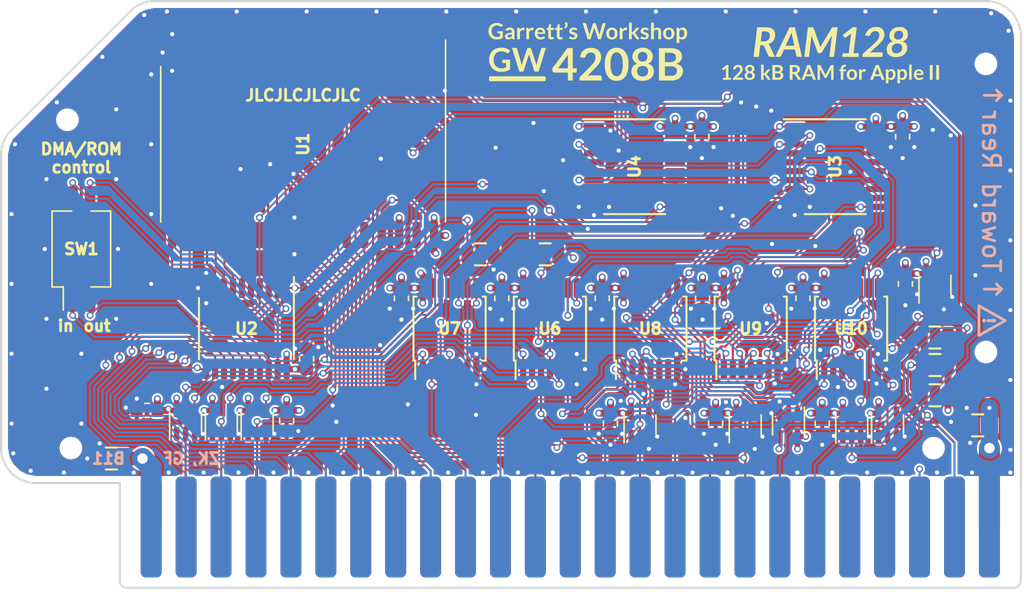
<source format=kicad_pcb>
(kicad_pcb (version 20221018) (generator pcbnew)
  (title_block (title "RAM128 (GW4208B)") (date "2023-10-21") (rev "1.1") (company "Garrett's Workshop"))
  (layers (0 "F.Cu" signal) (1 "In1.Cu" power) (2 "In2.Cu" power) (31 "B.Cu" signal) (34 "B.Paste" user) (35 "F.Paste" user) (36 "B.SilkS" user "B.Silkscreen") (37 "F.SilkS" user "F.Silkscreen") (38 "B.Mask" user) (39 "F.Mask" user) (44 "Edge.Cuts" user))
  (net 0 "")
  (net 1 "+5V")
  (net 2 "GND")
  (net 3 "/A4")
  (net 4 "/D7")
  (net 5 "/D6")
  (net 6 "/A8")
  (net 7 "/A7")
  (net 8 "/A6")
  (net 9 "/A5")
  (net 10 "/A3")
  (net 11 "/A2")
  (net 12 "/A1")
  (net 13 "/A0")
  (net 14 "/A9")
  (net 15 "/D1")
  (net 16 "/D5")
  (net 17 "/D0")
  (net 18 "/D2")
  (net 19 "/D3")
  (net 20 "/D4")
  (net 21 "/A10")
  (net 22 "+12V")
  (net 23 "-12V")
  (net 24 "-5V")
  (net 25 "/~{IOSEL}")
  (net 26 "/A11")
  (net 27 "/A12")
  (net 28 "/A13")
  (net 29 "/A14")
  (net 30 "/A15")
  (net 31 "/~{IOSTRB}")
  (net 32 "/RDY")
  (net 33 "/DMA")
  (net 34 "/~{NMI}")
  (net 35 "/~{IRQ}")
  (net 36 "/~{RES}")
  (net 37 "/~{INH}")
  (net 38 "/COLORREF")
  (net 39 "/7M")
  (net 40 "/Q3")
  (net 41 "/PHI1")
  (net 42 "/USER1")
  (net 43 "/PHI0")
  (net 44 "/~{DEVSEL}")
  (net 45 "/INTin")
  (net 46 "/DMAin")
  (net 47 "/VIDSYNC")
  (net 48 "/R~{CS}")
  (net 49 "/RA15")
  (net 50 "/RA16")
  (net 51 "/RA14")
  (net 52 "/RA12")
  (net 53 "/RD7")
  (net 54 "/RD6")
  (net 55 "/RD5")
  (net 56 "/RD4")
  (net 57 "/RD3")
  (net 58 "/RD2")
  (net 59 "/RD1")
  (net 60 "/RD0")
  (net 61 "/BankAB")
  (net 62 "/ENWR1")
  (net 63 "/ENRD")
  (net 64 "/ENWR")
  (net 65 "/ENWR1A0")
  (net 66 "Net-(U11-Y)")
  (net 67 "/~{A0XOR1}")
  (net 68 "Net-(U10-Pad1)")
  (net 69 "Net-(U10-Pad2)")
  (net 70 "Net-(U10-Pad4)")
  (net 71 "Net-(U10-Pad5)")
  (net 72 "Net-(U10-Pad10)")
  (net 73 "Net-(U10-Pad9)")
  (net 74 "Net-(U10-Pad8)")
  (net 75 "/INHOE")
  (net 76 "Net-(U10-Pad11)")
  (net 85 "/~{A2}clk")
  (net 86 "/A2clk")
  (net 87 "/R~{W}")
  (net 91 "Net-(U19-Y)")
  (net 96 "/DMAout")
  (net 97 "Net-(U8-Pad11)")
  (net 98 "Net-(U9-Pad10)")
  (net 100 "Net-(R2-Pad1)")
  (net 101 "Net-(R4-Pad2)")
  (net 102 "Net-(U6-Pad11)")
  (net 103 "/RCS")
  (net 105 "/~{A1}")
  (net 106 "/~{A0}")
  (net 107 "/~{DMAout}")
  (net 108 "/~{A13}")
  (net 109 "/~{R}W")
  (net 111 "/~{A2}")
  (footprint "stdpads:AppleIIBus_Edge" (layer "F.Cu") (at 106.68 135.382)
    (fp_text reference "J1" hide)
    (fp_text value "AppleIIBus")
  )
  (footprint "stdpads:C_0805" (layer "F.Cu") (at 136.31 127.889 180)
    (fp_text reference "C1")
    (fp_text value "10u")
  )
  (footprint "stdpads:Fiducial" (layer "F.Cu") (at 136.906 103.886 -90)
    (fp_text reference "FID3" hide)
    (fp_text value "Fiducial" hide)
  )
  (footprint "stdpads:PasteHole_1.152mm_NPTH" (layer "F.Cu") (at 70.358 129.54)
    (fp_text reference "H1")
    (fp_text value " " hide)
  )
  (footprint "stdpads:PasteHole_1.152mm_NPTH" (layer "F.Cu") (at 136.906 122.555 -90)
    (fp_text reference "H2")
    (fp_text value " " hide)
  )
  (footprint "stdpads:Fiducial" (layer "F.Cu") (at 136.906 124.841)
    (fp_text reference "FID4" hide)
    (fp_text value "Fiducial" hide)
  )
  (footprint "stdpads:C_0603" (layer "F.Cu") (at 109.6 127.75 -90)
    (fp_text reference "C4")
    (fp_text value "2u2")
  )
  (footprint "stdpads:R_0805" (layer "F.Cu") (at 133.2 123.5 180)
    (fp_text reference "R1")
    (fp_text value "3k3")
  )
  (footprint "stdpads:SOT-353" (layer "F.Cu") (at 122.55 127.85 180)
    (fp_text reference "U11")
    (fp_text value "74LVC1G126GW")
  )
  (footprint "stdpads:TSSOP-20_4.4x6.5mm_P0.65mm" (layer "F.Cu") (at 125.95 109.075 -90)
    (fp_text reference "U3")
    (fp_text value "74HCT273PW")
  )
  (footprint "stdpads:SOT-353" (layer "F.Cu") (at 127.15 127.85)
    (fp_text reference "U19")
    (fp_text value "74AHCT1G04GW")
  )
  (footprint "stdpads:SOT-353" (layer "F.Cu") (at 78.7 127.65)
    (fp_text reference "U13")
    (fp_text value "74AHCT1G04GW")
  )
  (footprint "stdpads:C_0603" (layer "F.Cu") (at 117.25 127.75 -90)
    (fp_text reference "C5")
    (fp_text value "2u2")
  )
  (footprint "stdpads:SOT-353" (layer "F.Cu") (at 111.75 127.85)
    (fp_text reference "U15")
    (fp_text value "74AHCT1G04GW")
  )
  (footprint "stdpads:SOT-353" (layer "F.Cu") (at 119.4 127.85)
    (fp_text reference "U16")
    (fp_text value "74AHCT1G04GW")
  )
  (footprint "stdpads:C_0603" (layer "F.Cu") (at 75.9 126.8 180)
    (fp_text reference "C2")
    (fp_text value "2u2")
  )
  (footprint "stdpads:SOT-353" (layer "F.Cu") (at 129.75 127.85)
    (fp_text reference "U20")
    (fp_text value "74AHCT1G04GW")
  )
  (footprint "stdpads:TSSOP-14_4.4x5mm_P0.65mm" (layer "F.Cu") (at 97.9 120.85)
    (fp_text reference "U7")
    (fp_text value "74AHCT32PW")
  )
  (footprint "stdpads:TSSOP-14_4.4x5mm_P0.65mm" (layer "F.Cu") (at 127.1 120.85)
    (fp_text reference "U10")
    (fp_text value "74AHCT32PW")
  )
  (footprint "stdpads:C_0603" (layer "F.Cu") (at 116.3 118.65 -90)
    (fp_text reference "C11")
    (fp_text value "2u2")
  )
  (footprint "stdpads:TSSOP-14_4.4x5mm_P0.65mm" (layer "F.Cu") (at 119.8 120.85)
    (fp_text reference "U9")
    (fp_text value "74AHCT08PW")
  )
  (footprint "stdpads:C_0603" (layer "F.Cu") (at 94.4 118.65 -90)
    (fp_text reference "C8")
    (fp_text value "2u2")
  )
  (footprint "stdpads:TSSOP-14_4.4x5mm_P0.65mm" (layer "F.Cu") (at 112.5 120.85)
    (fp_text reference "U8")
    (fp_text value "74AHCT08PW")
  )
  (footprint "stdpads:C_0603" (layer "F.Cu") (at 101.7 118.65 -90)
    (fp_text reference "C9")
    (fp_text value "2u2")
  )
  (footprint "stdpads:TSSOP-14_4.4x5mm_P0.65mm" (layer "F.Cu") (at 105.2 120.85)
    (fp_text reference "U6")
    (fp_text value "74AHCT08PW")
  )
  (footprint "stdpads:C_0603" (layer "F.Cu") (at 123.6 118.65 -90)
    (fp_text reference "C12")
    (fp_text value "2u2")
  )
  (footprint "stdpads:C_0603" (layer "F.Cu") (at 109 118.65 -90)
    (fp_text reference "C10")
    (fp_text value "2u2")
  )
  (footprint "stdpads:C_0603" (layer "F.Cu") (at 125 127.75 -90)
    (fp_text reference "C6")
    (fp_text value "2u2")
  )
  (footprint "stdpads:SOP-32_450mil" (layer "F.Cu") (at 87.249 107.442 180)
    (fp_text reference "U1")
    (fp_text value "621024")
  )
  (footprint "stdpads:R_0805" (layer "F.Cu") (at 100.15 115.45)
    (fp_text reference "R2")
    (fp_text value "22k")
  )
  (footprint "stdpads:TSSOP-20_4.4x6.5mm_P0.65mm" (layer "F.Cu") (at 111.35 109.075 -90)
    (fp_text reference "U4")
    (fp_text value "74HCT273PW")
  )
  (footprint "stdpads:C_0603" (layer "F.Cu") (at 116.25 106.9 -90)
    (fp_text reference "C13")
    (fp_text value "2u2")
  )
  (footprint "stdpads:C_0603" (layer "F.Cu") (at 130.85 106.9 -90)
    (fp_text reference "C14")
    (fp_text value "2u2")
  )
  (footprint "stdpads:Fiducial" (layer "F.Cu") (at 67.818 129.54)
    (fp_text reference "FID1" hide)
    (fp_text value "Fiducial" hide)
  )
  (footprint "stdpads:Fiducial" (layer "F.Cu") (at 75.438 100.711 90)
    (fp_text reference "FID2" hide)
    (fp_text value "Fiducial" hide)
  )
  (footprint "stdpads:TSSOP-20_4.4x6.5mm_P0.65mm" (layer "F.Cu") (at 83.125 120.85 180)
    (fp_text reference "U2")
    (fp_text value "74HCT245PW")
  )
  (footprint "stdpads:C_0805" (layer "F.Cu") (at 73.3 130.3 180)
    (fp_text reference "C16")
    (fp_text value "10u")
  )
  (footprint "stdpads:SOT-353" (layer "F.Cu") (at 81.3 127.65)
    (fp_text reference "U14")
    (fp_text value "74AHCT1G04GW")
  )
  (footprint "stdpads:SOT-353" (layer "F.Cu") (at 83.9 127.65)
    (fp_text reference "U12")
    (fp_text value "74AHCT1G04GW")
  )
  (footprint "stdpads:C_0603" (layer "F.Cu") (at 86.05 127.55 -90)
    (fp_text reference "C3")
    (fp_text value "2u2")
  )
  (footprint "stdpads:C_0603" (layer "F.Cu") (at 87.5 123.05 90)
    (fp_text reference "C7")
    (fp_text value "2u2")
  )
  (footprint "stdpads:PasteHole_1.152mm_NPTH" (layer "F.Cu") (at 133.096 129.54)
    (fp_text reference "H5")
    (fp_text value " " hide)
  )
  (footprint "stdpads:SOT-353" (layer "F.Cu") (at 133.2 117.7)
    (fp_text reference "U17")
    (fp_text value "74AHCT1G04GW")
  )
  (footprint "stdpads:C_0603" (layer "F.Cu") (at 131.05 117.6 -90)
    (fp_text reference "C15")
    (fp_text value "2u2")
  )
  (footprint "stdpads:R_0805" (layer "F.Cu") (at 133.2 125.7 180)
    (fp_text reference "R3")
    (fp_text value "10k")
  )
  (footprint "stdpads:R_0805" (layer "F.Cu") (at 104.85 115.45 180)
    (fp_text reference "R4")
    (fp_text value "22k")
  )
  (footprint "stdpads:PasteHole_1.152mm_NPTH" (layer "F.Cu") (at 136.906 101.6 -90)
    (fp_text reference "H3")
    (fp_text value " " hide)
  )
  (footprint "stdpads:R_0805" (layer "F.Cu") (at 133.2 121.5)
    (fp_text reference "R5")
    (fp_text value "33")
  )
  (footprint "stdpads:PasteHole_1.152mm_NPTH" (layer "F.Cu") (at 70.104 105.664 -90)
    (fp_text reference "H4")
    (fp_text value " " hide)
  )
  (footprint "stdpads:SW_DIP_SPSTx02_Slide_DSHP02TS_P1.27mm" (layer "F.Cu") (at 71.12 115.062)
    (fp_text reference "SW1")
    (fp_text value "DMA/ROM")
  )
  (footprint "LOGO" (layer "F.Cu") (at 107.95 100.9015)
    (fp_text reference "G***" hide)
    (fp_text value "LOGO" hide)
  )
  (footprint "LOGO" (layer "F.Cu") (at 125.603 100.7745)
    (fp_text reference "G***" hide)
    (fp_text value "LOGO" hide)
  )
  (gr_line (start 138.049 103.886) (end 137.668 104.267) (stroke (width 0.2)) (layer "B.SilkS"))
  (gr_line (start 138.049 117.983) (end 137.668 118.364) (stroke (width 0.2)) (layer "B.SilkS"))
  (gr_line (start 136.779 117.983) (end 138.049 117.983) (stroke (width 0.2)) (layer "B.SilkS"))
  (gr_line (start 138.049 103.886) (end 137.668 103.505) (stroke (width 0.2)) (layer "B.SilkS"))
  (gr_line (start 136.779 103.886) (end 138.049 103.886) (stroke (width 0.2)) (layer "B.SilkS"))
  (gr_line (start 138.049 117.983) (end 137.668 117.602) (stroke (width 0.2)) (layer "B.SilkS"))
  (gr_line (start 136.398 119.1895) (end 138.303 120.269) (stroke (width 0.2)) (layer "B.SilkS"))
  (gr_line (start 136.398 121.3485) (end 136.398 119.1895) (stroke (width 0.2)) (layer "B.SilkS"))
  (gr_line (start 138.303 120.269) (end 136.398 121.3485) (stroke (width 0.2)) (layer "B.SilkS"))
  (gr_line (start 138.938 139.7) (end 74.422 139.7) (stroke (width 0.15)) (layer "Edge.Cuts"))
  (gr_arc (start 74.422 139.7) (mid 74.06279 139.55121) (end 73.914 139.192) (stroke (width 0.15)) (layer "Edge.Cuts"))
  (gr_arc (start 139.446 139.192) (mid 139.29721 139.55121) (end 138.938 139.7) (stroke (width 0.15)) (layer "Edge.Cuts"))
  (gr_line (start 73.914 132.08) (end 73.914 139.192) (stroke (width 0.15)) (layer "Edge.Cuts"))
  (gr_line (start 139.446 132.08) (end 139.446 139.192) (stroke (width 0.15)) (layer "Edge.Cuts"))
  (gr_line (start 76.454 97.028) (end 136.906 97.028) (stroke (width 0.15)) (layer "Edge.Cuts"))
  (gr_arc (start 136.906 97.028) (mid 138.702051 97.771949) (end 139.446 99.568) (stroke (width 0.15)) (layer "Edge.Cuts"))
  (gr_line (start 139.446 99.568) (end 139.446 132.08) (stroke (width 0.15)) (layer "Edge.Cuts"))
  (gr_line (start 65.278 108.204) (end 65.278 129.54) (stroke (width 0.15)) (layer "Edge.Cuts"))
  (gr_line (start 67.818 132.08) (end 73.914 132.08) (stroke (width 0.15)) (layer "Edge.Cuts"))
  (gr_arc (start 74.93 97.536) (mid 75.650781 97.158344) (end 76.454 97.028) (stroke (width 0.15)) (layer "Edge.Cuts"))
  (gr_arc (start 67.818 132.08) (mid 66.021949 131.336051) (end 65.278 129.54) (stroke (width 0.15)) (layer "Edge.Cuts"))
  (gr_line (start 65.786001 106.679999) (end 74.93 97.536) (stroke (width 0.15)) (layer "Edge.Cuts"))
  (gr_arc (start 65.278 108.204) (mid 65.408345 107.400781) (end 65.786001 106.679999) (stroke (width 0.15)) (layer "Edge.Cuts"))
  (gr_text "Toward Rear" (at 137.287 110.871 270) (layer "B.SilkS") (effects (font (size 1.27 1.27) (thickness 0.2)) (justify mirror)))
  (gr_text "!" (at 137.0965 120.269 -90) (layer "B.SilkS") (effects (font (size 0.8128 0.8128) (thickness 0.1905)) (justify mirror)))
  (gr_text "ZK, GF" (at 79.121 130.302) (layer "B.SilkS") (effects (font (size 0.8128 0.8128) (thickness 0.2032) bold) (justify mirror)))
  (gr_text "B11" (at 73.0885 130.302) (layer "B.SilkS") (effects (font (size 0.8128 0.8128) (thickness 0.2032) bold) (justify mirror)))
  (gr_text "in" (at 69.977 120.65) (layer "F.SilkS") (effects (font (size 0.8128 0.8128) (thickness 0.2032))))
  (gr_text "out" (at 72.263 120.65) (layer "F.SilkS") (effects (font (size 0.8128 0.8128) (thickness 0.2032))))
  (gr_text "JLCJLCJLCJLC" (at 87.249 103.886) (layer "F.SilkS") (effects (font (size 0.8128 0.8128) (thickness 0.2032))))
  (gr_text "DMA/ROM\ncontrol" (at 71.12 108.458) (layer "F.SilkS") (effects (font (size 0.8182 0.8128) (thickness 0.2032))))
  (segment (start 117.25 127) (end 118.15 127) (width 0.5) (layer "F.Cu") (net 1))
  (segment (start 117.25 127) (end 117.25 126.2) (width 0.5) (layer "F.Cu") (net 1))
  (segment (start 117.25 127) (end 116.4 127) (width 0.5) (layer "F.Cu") (net 1))
  (segment (start 103.25 117.9) (end 102.65 117.9) (width 0.45) (layer "F.Cu") (net 1))
  (segment (start 110.55 117.9) (end 110.55 116.8) (width 0.45) (layer "F.Cu") (net 1))
  (segment (start 110.55 117.9) (end 109.95 117.9) (width 0.45) (layer "F.Cu") (net 1))
  (segment (start 103.25 117.9) (end 103.25 119) (width 0.45) (layer "F.Cu") (net 1))
  (segment (start 110.55 117.9) (end 110.55 119) (width 0.45) (layer "F.Cu") (net 1))
  (segment (start 101.7 117.9) (end 102.65 117.9) (width 0.5) (layer "F.Cu") (net 1))
  (segment (start 101.7 117.9) (end 101.7 117.1) (width 0.5) (layer "F.Cu") (net 1))
  (segment (start 103.25 117.9) (end 103.25 116.8) (width 0.45) (layer "F.Cu") (net 1))
  (segment (start 101.7 117.9) (end 100.85 117.9) (width 0.5) (layer "F.Cu") (net 1))
  (segment (start 109 117.9) (end 108.15 117.9) (width 0.5) (layer "F.Cu") (net 1))
  (segment (start 109 117.9) (end 109 117.1) (width 0.5) (layer "F.Cu") (net 1))
  (segment (start 109 117.9) (end 109.95 117.9) (width 0.5) (layer "F.Cu") (net 1))
  (segment (start 95.95 117.9) (end 95.95 119) (width 0.45) (layer "F.Cu") (net 1))
  (segment (start 94.4 117.9) (end 94.4 117.1) (width 0.5) (layer "F.Cu") (net 1))
  (segment (start 94.4 117.9) (end 93.55 117.9) (width 0.5) (layer "F.Cu") (net 1))
  (segment (start 94.4 117.9) (end 95.35 117.9) (width 0.5) (layer "F.Cu") (net 1))
  (segment (start 117.85 117.9) (end 117.85 116.8) (width 0.45) (layer "F.Cu") (net 1))
  (segment (start 116.3 117.9) (end 116.3 117.1) (width 0.5) (layer "F.Cu") (net 1))
  (segment (start 123.6 117.9) (end 124.55 117.9) (width 0.5) (layer "F.Cu") (net 1))
  (segment (start 116.3 117.9) (end 115.45 117.9) (width 0.5) (layer "F.Cu") (net 1))
  (segment (start 95.95 117.9) (end 95.35 117.9) (width 0.45) (layer "F.Cu") (net 1))
  (segment (start 116.3 117.9) (end 117.25 117.9) (width 0.5) (layer "F.Cu") (net 1))
  (segment (start 117.85 117.9) (end 117.85 119) (width 0.45) (layer "F.Cu") (net 1))
  (segment (start 125.15 117.9) (end 124.55 117.9) (width 0.45) (layer "F.Cu") (net 1))
  (segment (start 125.15 117.9) (end 125.15 116.8) (width 0.45) (layer "F.Cu") (net 1))
  (segment (start 117.85 117.9) (end 117.25 117.9) (width 0.45) (layer "F.Cu") (net 1))
  (segment (start 123.6 117.9) (end 123.6 117.1) (width 0.5) (layer "F.Cu") (net 1))
  (segment (start 123.6 117.9) (end 122.75 117.9) (width 0.5) (layer "F.Cu") (net 1))
  (segment (start 125.15 117.9) (end 125.15 119) (width 0.45) (layer "F.Cu") (net 1))
  (segment (start 97.627 114.077) (end 97.612 114.092) (width 0.5) (layer "F.Cu") (net 1))
  (segment (start 97.612 114.092) (end 96.774 114.092) (width 0.5) (layer "F.Cu") (net 1))
  (segment (start 94.234 114.092) (end 94.234 112.776) (width 0.5) (layer "F.Cu") (net 1))
  (segment (start 96.774 114.092) (end 96.774 112.776) (width 0.5) (layer "F.Cu") (net 1))
  (segment (start 114.3 106.15) (end 115.4 106.15) (width 0.45) (layer "F.Cu") (net 1))
  (segment (start 116.25 106.15) (end 116.25 105.35) (width 0.5) (layer "F.Cu") (net 1))
  (segment (start 114.3 106.15) (end 113.2 106.15) (width 0.45) (layer "F.Cu") (net 1))
  (segment (start 116.25 106.15) (end 115.4 106.15) (width 0.5) (layer "F.Cu") (net 1))
  (segment (start 114.3 106.15) (end 114.3 105.55) (width 0.45) (layer "F.Cu") (net 1))
  (segment (start 116.25 106.15) (end 117.1 106.15) (width 0.5) (layer "F.Cu") (net 1))
  (segment (start 130.85 106.15) (end 131.7 106.15) (width 0.5) (layer "F.Cu") (net 1))
  (segment (start 128.9 106.15) (end 128.9 105.55) (width 0.45) (layer "F.Cu") (net 1))
  (segment (start 130.85 106.15) (end 130 106.15) (width 0.5) (layer "F.Cu") (net 1))
  (segment (start 128.9 106.15) (end 127.8 106.15) (width 0.45) (layer "F.Cu") (net 1))
  (segment (start 130.85 106.15) (end 130.85 105.35) (width 0.5) (layer "F.Cu") (net 1))
  (segment (start 128.9 106.15) (end 130 106.15) (width 0.45) (layer "F.Cu") (net 1))
  (segment (start 86.05 123.8) (end 86.05 122.7) (width 0.45) (layer "F.Cu") (net 1))
  (segment (start 86.05 123.8) (end 86.65 123.8) (width 0.45) (layer "F.Cu") (net 1))
  (segment (start 86.05 126.8) (end 85.2 126.8) (width 0.5) (layer "F.Cu") (net 1))
  (segment (start 86.05 126.8) (end 86.05 126) (width 0.5) (layer "F.Cu") (net 1))
  (segment (start 86.05 126.8) (end 86.95 126.8) (width 0.5) (layer "F.Cu") (net 1))
  (segment (start 83.25 126.8) (end 82.65 126.8) (width 0.4) (layer "F.Cu") (net 1))
  (segment (start 80.65 126.8) (end 80.05 126.8) (width 0.4) (layer "F.Cu") (net 1))
  (segment (start 80.65 126.8) (end 80.65 125.9) (width 0.4) (layer "F.Cu") (net 1))
  (segment (start 109.6 127) (end 110.5 127) (width 0.5) (layer "F.Cu") (net 1))
  (segment (start 83.25 126.8) (end 83.25 125.9) (width 0.4) (layer "F.Cu") (net 1))
  (segment (start 95.95 116.95) (end 95.95 117.9) (width 0.45) (layer "F.Cu") (net 1))
  (segment (start 131.05 116.85) (end 131.05 116.05) (width 0.5) (layer "F.Cu") (net 1))
  (segment (start 96.774 115.2525) (end 96.774 114.092) (width 0.5) (layer "F.Cu") (net 1))
  (segment (start 125 127) (end 124.15 127) (width 0.5) (layer "F.Cu") (net 1))
  (segment (start 111.1 127) (end 110.5 127) (width 0.4) (layer "F.Cu") (net 1))
  (segment (start 125 127) (end 125 126.2) (width 0.5) (layer "F.Cu") (net 1))
  (segment (start 137.16 135.382) (end 137.16 129.54) (width 1.524) (layer "F.Cu") (net 1))
  (segment (start 129.1 127) (end 128.5 127) (width 0.4) (layer "F.Cu") (net 1))
  (segment (start 76.65 126.8) (end 76.65 125.95) (width 0.5) (layer "F.Cu") (net 1))
  (segment (start 118.75 127) (end 118.75 126.2) (width 0.4) (layer "F.Cu") (net 1))
  (segment (start 125 127) (end 125.9 127) (width 0.5) (layer "F.Cu") (net 1))
  (segment (start 109.6 127) (end 109.6 126.2) (width 0.5) (layer "F.Cu") (net 1))
  (segment (start 78.05 126.8) (end 77.55 126.8) (width 0.4) (layer "F.Cu") (net 1))
  (segment (start 123.2 128.7) (end 123.2 129.6) (width 0.4) (layer "F.Cu") (net 1))
  (segment (start 132.55 116.85) (end 131.9 116.85) (width 0.4) (layer "F.Cu") (net 1))
  (segment (start 111.1 127) (end 111.1 126.1) (width 0.4) (layer "F.Cu") (net 1))
  (segment (start 95.8 116.8) (end 95.95 116.95) (width 0.45) (layer "F.Cu") (net 1))
  (segment (start 87.5 123.8) (end 86.65 123.8) (width 0.5) (layer "F.Cu") (net 1))
  (segment (start 137.16 127.889) (end 137.16 126.619) (width 0.762) (layer "F.Cu") (net 1))
  (segment (start 134.15 125.7) (end 134.15 126.8) (width 0.5) (layer "F.Cu") (net 1))
  (segment (start 123.2 128.7) (end 123.8 128.7) (width 0.4) (layer "F.Cu") (net 1))
  (segment (start 77.55 126.8) (end 77.45 126.7) (width 0.4) (layer "F.Cu") (net 1))
  (segment (start 109.6 127) (end 108.75 127) (width 0.5) (layer "F.Cu") (net 1))
  (segment (start 131.05 116.85) (end 131.9 116.85) (width 0.5) (layer "F.Cu") (net 1))
  (segment (start 132.55 116.85) (end 132.55 115.95) (width 0.4) (layer "F.Cu") (net 1))
  (segment (start 129.1 127) (end 129.1 126.15) (width 0.4) (layer "F.Cu") (net 1))
  (segment (start 77.35 126.8) (end 77.45 126.7) (width 0.5) (layer "F.Cu") (net 1))
  (segment (start 137.16 127.889) (end 137.16 129.54) (width 0.762) (layer "F.Cu") (net 1))
  (segment (start 134.15 123.5) (end 134.15 125.7) (width 0.5) (layer "F.Cu") (net 1))
  (segment (start 118.75 127) (end 118.15 127) (width 0.4) (layer "F.Cu") (net 1))
  (segment (start 106.65 115.45) (end 105.8 115.45) (width 0.15) (layer "F.Cu") (net 1))
  (segment (start 76.65 126.8) (end 77.35 126.8) (width 0.5) (layer "F.Cu") (net 1))
  (segment (start 126.5 127) (end 125.9 127) (width 0.4) (layer "F.Cu") (net 1))
  (segment (start 96.901 115.3795) (end 96.774 115.2525) (width 0.5) (layer "F.Cu") (net 1))
  (segment (start 78.05 126.8) (end 78.05 125.9) (width 0.4) (layer "F.Cu") (net 1))
  (segment (start 126.5 127) (end 126.5 126.2) (width 0.4) (layer "F.Cu") (net 1))
  (segment (start 106.9 115.7) (end 106.65 115.45) (width 0.15) (layer "F.Cu") (net 1))
  (via (at 116.4 127) (size 0.5) (drill 0.3) (layers "F.Cu" "B.Cu") (net 1))
  (via (at 117.25 126.2) (size 0.5) (drill 0.3) (layers "F.Cu" "B.Cu") (net 1))
  (via (at 109 117.1) (size 0.5) (drill 0.3) (layers "F.Cu" "B.Cu") (net 1))
  (via (at 108.15 117.9) (size 0.5) (drill 0.3) (layers "F.Cu" "B.Cu") (net 1))
  (via (at 109.95 117.9) (size 0.5) (drill 0.3) (layers "F.Cu" "B.Cu") (net 1))
  (via (at 103.25 119) (size 0.5) (drill 0.3) (layers "F.Cu" "B.Cu") (net 1))
  (via (at 103.25 116.8) (size 0.5) (drill 0.3) (layers "F.Cu" "B.Cu") (net 1))
  (via (at 101.7 117.1) (size 0.5) (drill 0.3) (layers "F.Cu" "B.Cu") (net 1))
  (via (at 110.55 119) (size 0.5) (drill 0.3) (layers "F.Cu" "B.Cu") (net 1))
  (via (at 100.85 117.9) (size 0.5) (drill 0.3) (layers "F.Cu" "B.Cu") (net 1))
  (via (at 110.55 116.8) (size 0.5) (drill 0.3) (layers "F.Cu" "B.Cu") (net 1))
  (via (at 102.65 117.9) (size 0.5) (drill 0.3) (layers "F.Cu" "B.Cu") (net 1))
  (via (at 95.95 119) (size 0.5) (drill 0.3) (layers "F.Cu" "B.Cu") (net 1))
  (via (at 94.4 117.1) (size 0.5) (drill 0.3) (layers "F.Cu" "B.Cu") (net 1))
  (via (at 125.15 116.8) (size 0.5) (drill 0.3) (layers "F.Cu" "B.Cu") (net 1))
  (via (at 115.45 117.9) (size 0.5) (drill 0.3) (layers "F.Cu" "B.Cu") (net 1))
  (via (at 123.6 117.1) (size 0.5) (drill 0.3) (layers "F.Cu" "B.Cu") (net 1))
  (via (at 116.3 117.1) (size 0.5) (drill 0.3) (layers "F.Cu" "B.Cu") (net 1))
  (via (at 93.55 117.9) (size 0.5) (drill 0.3) (layers "F.Cu" "B.Cu") (net 1))
  (via (at 95.35 117.9) (size 0.5) (drill 0.3) (layers "F.Cu" "B.Cu") (net 1))
  (via (at 117.85 119) (size 0.5) (drill 0.3) (layers "F.Cu" "B.Cu") (net 1))
  (via (at 117.85 116.8) (size 0.5) (drill 0.3) (layers "F.Cu" "B.Cu") (net 1))
  (via (at 117.25 117.9) (size 0.5) (drill 0.3) (layers "F.Cu" "B.Cu") (net 1))
  (via (at 125.15 119) (size 0.5) (drill 0.3) (layers "F.Cu" "B.Cu") (net 1))
  (via (at 122.75 117.9) (size 0.5) (drill 0.3) (layers "F.Cu" "B.Cu") (net 1))
  (via (at 124.55 117.9) (size 0.5) (drill 0.3) (layers "F.Cu" "B.Cu") (net 1))
  (via (at 97.627 114.077) (size 0.5) (drill 0.3) (layers "F.Cu" "B.Cu") (net 1))
  (via (at 94.234 112.776) (size 0.5) (drill 0.3) (layers "F.Cu" "B.Cu") (net 1))
  (via (at 96.774 112.776) (size 0.5) (drill 0.3) (layers "F.Cu" "B.Cu") (net 1))
  (via (at 115.4 106.15) (size 0.5) (drill 0.3) (layers "F.Cu" "B.Cu") (net 1))
  (via (at 116.25 105.35) (size 0.5) (drill 0.3) (layers "F.Cu" "B.Cu") (net 1))
  (via (at 113.2 106.15) (size 0.5) (drill 0.3) (layers "F.Cu" "B.Cu") (net 1))
  (via (at 117.1 106.15) (size 0.5) (drill 0.3) (layers "F.Cu" "B.Cu") (net 1))
  (via (at 114.3 105.55) (size 0.5) (drill 0.3) (layers "F.Cu" "B.Cu") (net 1))
  (via (at 128.9 105.55) (size 0.5) (drill 0.3) (layers "F.Cu" "B.Cu") (net 1))
  (via (at 131.7 106.15) (size 0.5) (drill 0.3) (layers "F.Cu" "B.Cu") (net 1))
  (via (at 127.8 106.15) (size 0.5) (drill 0.3) (layers "F.Cu" "B.Cu") (net 1))
  (via (at 130.85 105.35) (size 0.5) (drill 0.3) (layers "F.Cu" "B.Cu") (net 1))
  (via (at 130 106.15) (size 0.5) (drill 0.3) (layers "F.Cu" "B.Cu") (net 1))
  (via (at 86.05 122.7) (size 0.5) (drill 0.3) (layers "F.Cu" "B.Cu") (net 1))
  (via (at 86.65 123.8) (size 0.5) (drill 0.3) (layers "F.Cu" "B.Cu") (net 1))
  (via (at 85.2 126.8) (size 0.5) (drill 0.3) (layers "F.Cu" "B.Cu") (net 1))
  (via (at 86.95 126.8) (size 0.5) (drill 0.3) (layers "F.Cu" "B.Cu") (net 1))
  (via (at 86.05 126) (size 0.5) (drill 0.3) (layers "F.Cu" "B.Cu") (net 1))
  (via (at 80.05 126.8) (size 0.5) (drill 0.3) (layers "F.Cu" "B.Cu") (net 1))
  (via (at 80.65 125.9) (size 0.5) (drill 0.3) (layers "F.Cu" "B.Cu") (net 1))
  (via (at 82.65 126.8) (size 0.5) (drill 0.3) (layers "F.Cu" "B.Cu") (net 1))
  (via (at 126.5 126.2) (size 0.5) (drill 0.3) (layers "F.Cu" "B.Cu") (net 1))
  (via (at 76.65 125.95) (size 0.5) (drill 0.3) (layers "F.Cu" "B.Cu") (net 1))
  (via (at 123.8 128.7) (size 0.5) (drill 0.3) (layers "F.Cu" "B.Cu") (net 1))
  (via (at 137.16 126.619) (size 0.6) (drill 0.3) (layers "F.Cu" "B.Cu") (net 1))
  (via (at 83.25 125.9) (size 0.5) (drill 0.3) (layers "F.Cu" "B.Cu") (net 1))
  (via (at 106.9 115.7) (size 0.5) (drill 0.3) (layers "F.Cu" "B.Cu") (net 1))
  (via (at 95.8 116.8) (size 0.5) (drill 0.3) (layers "F.Cu" "B.Cu") (net 1))
  (via (at 125 126.2) (size 0.5) (drill 0.3) (layers "F.Cu" "B.Cu") (net 1))
  (via (at 108.75 127) (size 0.5) (drill 0.3) (layers "F.Cu" "B.Cu") (net 1))
  (via (at 118.75 126.2) (size 0.5) (drill 0.3) (layers "F.Cu" "B.Cu") (net 1))
  (via (at 111.1 126.1) (size 0.5) (drill 0.3) (layers "F.Cu" "B.Cu") (net 1))
  (via (at 134.15 126.8) (size 0.5) (drill 0.3) (layers "F.Cu" "B.Cu") (net 1))
  (via (at 109.6 126.2) (size 0.5) (drill 0.3) (layers "F.Cu" "B.Cu") (net 1))
  (via (at 124.15 127) (size 0.5) (drill 0.3) (layers "F.Cu" "B.Cu") (net 1))
  (via (at 131.9 116.85) (size 0.5) (drill 0.3) (layers "F.Cu" "B.Cu") (net 1))
  (via (at 123.2 129.6) (size 0.5) (drill 0.3) (layers "F.Cu" "B.Cu") (net 1))
  (via (at 128.5 127) (size 0.5) (drill 0.3) (layers "F.Cu" "B.Cu") (net 1))
  (via (at 96.901 115.3795) (size 0.5) (drill 0.3) (layers "F.Cu" "B.Cu") (net 1))
  (via (at 129.1 126.15) (size 0.5) (drill 0.3) (layers "F.Cu" "B.Cu") (net 1))
  (via (at 110.5 127) (size 0.5) (drill 0.3) (layers "F.Cu" "B.Cu") (net 1))
  (via (at 131.05 116.05) (size 0.5) (drill 0.3) (layers "F.Cu" "B.Cu") (net 1))
  (via (at 118.15 127) (size 0.5) (drill 0.3) (layers "F.Cu" "B.Cu") (net 1))
  (via (at 132.55 115.95) (size 0.5) (drill 0.3) (layers "F.Cu" "B.Cu") (net 1))
  (via (at 137.16 129.54) (size 1.524) (drill 0.762) (layers "F.Cu" "B.Cu") (net 1))
  (via (at 77.45 126.7) (size 0.5) (drill 0.3) (layers "F.Cu" "B.Cu") (net 1))
  (via (at 125.9 127) (size 0.5) (drill 0.3) (layers "F.Cu" "B.Cu") (net 1))
  (via (at 78.05 125.9) (size 0.5) (drill 0.3) (layers "F.Cu" "B.Cu") (net 1))
  (segment (start 137.16 129.54) (end 137.16 126.619) (width 1.27) (layer "B.Cu") (net 1))
  (segment (start 123 112) (end 121.9 112) (width 0.45) (layer "F.Cu") (net 2))
  (segment (start 123 112) (end 123 112.6) (width 0.45) (layer "F.Cu") (net 2))
  (segment (start 123 112) (end 124.1 112) (width 0.45) (layer "F.Cu") (net 2))
  (segment (start 117.25 128.5) (end 118.1 128.5) (width 0.5) (layer "F.Cu") (net 2))
  (segment (start 117.25 128.5) (end 116.4 128.5) (width 0.5) (layer "F.Cu") (net 2))
  (segment (start 117.25 128.5) (end 117.25 129.3) (width 0.5) (layer "F.Cu") (net 2))
  (segment (start 75.15 126.8) (end 75.15 125.95) (width 0.5) (layer "F.Cu") (net 2))
  (segment (start 107.15 123.8) (end 107.15 122.7) (width 0.45) (layer "F.Cu") (net 2))
  (segment (start 107.15 123.8) (end 107.15 124.9) (width 0.45) (layer "F.Cu") (net 2))
  (segment (start 107.15 123.8) (end 107.75 123.8) (width 0.45) (layer "F.Cu") (net 2))
  (segment (start 94.4 119.4) (end 93.55 119.4) (width 0.5) (layer "F.Cu") (net 2))
  (segment (start 94.4 119.4) (end 94.4 120.2) (width 0.5) (layer "F.Cu") (net 2))
  (segment (start 99.85 123.8) (end 100.45 123.8) (width 0.45) (layer "F.Cu") (net 2))
  (segment (start 94.4 119.4) (end 95.25 119.4) (width 0.5) (layer "F.Cu") (net 2))
  (segment (start 99.85 123.8) (end 99.85 122.7) (width 0.45) (layer "F.Cu") (net 2))
  (segment (start 99.85 123.8) (end 99.85 124.9) (width 0.45) (layer "F.Cu") (net 2))
  (segment (start 116.3 119.4) (end 115.45 119.4) (width 0.5) (layer "F.Cu") (net 2))
  (segment (start 129.05 123.8) (end 129.05 122.7) (width 0.45) (layer "F.Cu") (net 2))
  (segment (start 123.6 119.4) (end 124.45 119.4) (width 0.5) (layer "F.Cu") (net 2))
  (segment (start 129.05 123.8) (end 129.65 123.8) (width 0.45) (layer "F.Cu") (net 2))
  (segment (start 123.6 119.4) (end 122.75 119.4) (width 0.5) (layer "F.Cu") (net 2))
  (segment (start 116.3 119.4) (end 116.3 120.2) (width 0.5) (layer "F.Cu") (net 2))
  (segment (start 121.75 123.8) (end 122.35 123.8) (width 0.45) (layer "F.Cu") (net 2))
  (segment (start 116.3 119.4) (end 117.15 119.4) (width 0.5) (layer "F.Cu") (net 2))
  (segment (start 121.75 123.8) (end 121.75 122.7) (width 0.45) (layer "F.Cu") (net 2))
  (segment (start 109 119.4) (end 108.15 119.4) (width 0.5) (layer "F.Cu") (net 2))
  (segment (start 109 119.4) (end 109 120.2) (width 0.5) (layer "F.Cu") (net 2))
  (segment (start 109 119.4) (end 109.85 119.4) (width 0.5) (layer "F.Cu") (net 2))
  (segment (start 101.7 119.4) (end 101.7 120.2) (width 0.5) (layer "F.Cu") (net 2))
  (segment (start 101.7 119.4) (end 102.55 119.4) (width 0.5) (layer "F.Cu") (net 2))
  (segment (start 101.7 119.4) (end 100.85 119.4) (width 0.5) (layer "F.Cu") (net 2))
  (segment (start 77.724 100.792) (end 77.724 102.108) (width 0.5) (layer "F.Cu") (net 2))
  (segment (start 77.724 100.792) (end 77.043 100.792) (width 0.5) (layer "F.Cu") (net 2))
  (segment (start 77.043 100.792) (end 77.0255 100.7745) (width 0.5) (layer "F.Cu") (net 2))
  (segment (start 77.724 100.792) (end 77.724 99.441) (width 0.5) (layer "F.Cu") (net 2))
  (segment (start 86.614 114.092) (end 86.614 112.776) (width 0.5) (layer "F.Cu") (net 2))
  (segment (start 86.614 114.092) (end 86.614 115.443) (width 0.5) (layer "F.Cu") (net 2))
  (segment (start 108.4 112) (end 109.5 112) (width 0.45) (layer "F.Cu") (net 2))
  (segment (start 108.4 112) (end 107.3 112) (width 0.45) (layer "F.Cu") (net 2))
  (segment (start 108.4 112) (end 108.4 112.6) (width 0.45) (layer "F.Cu") (net 2))
  (segment (start 116.25 107.65) (end 116.25 108.45) (width 0.5) (layer "F.Cu") (net 2))
  (segment (start 116.25 107.65) (end 117.1 107.65) (width 0.5) (layer "F.Cu") (net 2))
  (segment (start 116.25 107.65) (end 115.4 107.65) (width 0.5) (layer "F.Cu") (net 2))
  (segment (start 130.85 107.65) (end 130 107.65) (width 0.5) (layer "F.Cu") (net 2))
  (segment (start 130.85 107.65) (end 131.7 107.65) (width 0.5) (layer "F.Cu") (net 2))
  (segment (start 130.85 107.65) (end 130.85 108.45) (width 0.5) (layer "F.Cu") (net 2))
  (segment (start 80.2 117.9) (end 80.2 119) (width 0.45) (layer "F.Cu") (net 2))
  (segment (start 80.2 117.9) (end 79.6 117.9) (width 0.45) (layer "F.Cu") (net 2))
  (segment (start 80.2 117.9) (end 80.2 116.8) (width 0.45) (layer "F.Cu") (net 2))
  (segment (start 85.35 128.3) (end 85.15 128.5) (width 0.5) (layer "F.Cu") (net 2))
  (segment (start 86.05 128.3) (end 85.35 128.3) (width 0.5) (layer "F.Cu") (net 2))
  (segment (start 86.05 128.3) (end 86.9 128.3) (width 0.5) (layer "F.Cu") (net 2))
  (segment (start 81.95 128.5) (end 82.55 128.5) (width 0.4) (layer "F.Cu") (net 2))
  (segment (start 84.55 128.5) (end 85.15 128.5) (width 0.4) (layer "F.Cu") (net 2))
  (segment (start 109.6 128.5) (end 108.75 128.5) (width 0.5) (layer "F.Cu") (net 2))
  (segment (start 121.75 124.65) (end 121.75 123.8) (width 0.45) (layer "F.Cu") (net 2))
  (segment (start 130.25 129.6) (end 130.4 129.45) (width 0.4) (layer "F.Cu") (net 2))
  (segment (start 79.35 128.5) (end 79.95 128.5) (width 0.4) (layer "F.Cu") (net 2))
  (segment (start 120.05 128.7) (end 120.05 129.55) (width 0.4) (layer "F.Cu") (net 2))
  (segment (start 135.46 126.668) (end 135.509 126.619) (width 0.762) (layer "F.Cu") (net 2))
  (segment (start 114.45 122.75) (end 114.4 122.7) (width 0.45) (layer "F.Cu") (net 2))
  (segment (start 129.05 124.75) (end 129.05 123.8) (width 0.45) (layer "F.Cu") (net 2))
  (segment (start 133.85 118.55) (end 133.85 119.45) (width 0.4) (layer "F.Cu") (net 2))
  (segment (start 72.45 130.3) (end 71.55 130.3) (width 0.5) (layer "F.Cu") (net 2))
  (segment (start 109.6 128.5) (end 109.6 129.3) (width 0.5) (layer "F.Cu") (net 2))
  (segment (start 127.8 128.7) (end 128.4 128.7) (width 0.4) (layer "F.Cu") (net 2))
  (segment (start 87.5 122.3) (end 86.65 122.3) (width 0.5) (layer "F.Cu") (net 2))
  (segment (start 74.35 126.8) (end 75.15 126.8) (width 0.5) (layer "F.Cu") (net 2))
  (segment (start 131.05 118.35) (end 131.05 119.15) (width 0.5) (layer "F.Cu") (net 2))
  (segment (start 74.35 126.6) (end 74.35 126.8) (width 0.5) (layer "F.Cu") (net 2))
  (segment (start 125 128.5) (end 124.375 128.5) (width 0.4) (layer "F.Cu") (net 2))
  (segment (start 125 128.5) (end 125 129.3) (width 0.5) (layer "F.Cu") (net 2))
  (segment (start 135.763 129.159) (end 135.46 128.856) (width 0.762) (layer "F.Cu") (net 2))
  (segment (start 125.7 128.5) (end 125.85 128.65) (width 0.5) (layer "F.Cu") (net 2))
  (segment (start 88.25 122.3) (end 87.5 122.3) (width 0.5) (layer "F.Cu") (net 2))
  (segment (start 135.46 128.856) (end 135.46 127.889) (width 0.762) (layer "F.Cu") (net 2))
  (segment (start 121.9 127) (end 121.9 126.15) (width 0.4) (layer "F.Cu") (net 2))
  (segment (start 125 128.5) (end 125.7 128.5) (width 0.5) (layer "F.Cu") (net 2))
  (segment (start 101.1 115.45) (end 101.1 116.55) (width 0.15) (layer "F.Cu") (net 2))
  (segment (start 114.45 124.75) (end 114.3 124.9) (width 0.45) (layer "F.Cu") (net 2))
  (segment (start 114.45 123.8) (end 114.45 122.75) (width 0.45) (layer "F.Cu") (net 2))
  (segment (start 130.4 128.7) (end 131 128.7) (width 0.4) (layer "F.Cu") (net 2))
  (segment (start 72.45 130.3) (end 72.45 129.2) (width 0.5) (layer "F.Cu") (net 2))
  (segment (start 120.05 129.55) (end 120.1 129.6) (width 0.4) (layer "F.Cu") (net 2))
  (segment (start 128.95 124.85) (end 129.05 124.75) (width 0.45) (layer "F.Cu") (net 2))
  (segment (start 114.45 123.8) (end 114.45 124.75) (width 0.45) (layer "F.Cu") (net 2))
  (segment (start 121.55 124.85) (end 121.75 124.65) (width 0.45) (layer "F.Cu") (net 2))
  (segment (start 88.35 122.2) (end 88.25 122.3) (width 0.5) (layer "F.Cu") (net 2))
  (segment (start 135.46 127.889) (end 135.46 126.668) (width 0.762) (layer "F.Cu") (net 2))
  (segment (start 120.05 128.7) (end 120.65 128.7) (width 0.4) (layer "F.Cu") (net 2))
  (segment (start 131.05 118.35) (end 131.9 118.35) (width 0.5) (layer "F.Cu") (net 2))
  (segment (start 112.4 128.7) (end 113 128.7) (width 0.4) (layer "F.Cu") (net 2))
  (segment (start 121.9 127) (end 121.3 127) (width 0.4) (layer "F.Cu") (net 2))
  (segment (start 130.4 129.45) (end 130.4 128.7) (width 0.4) (layer "F.Cu") (net 2))
  (segment (start 134.62 127.889) (end 134.366 127.635) (width 0.762) (layer "F.Cu") (net 2))
  (segment (start 112.4 128.7) (end 112.4 129.6) (width 0.4) (layer "F.Cu") (net 2))
  (segment (start 133.85 118.55) (end 134.45 118.55) (width 0.4) (layer "F.Cu") (net 2))
  (segment (start 115.05 123.8) (end 114.45 123.8) (width 0.45) (layer "F.Cu") (net 2))
  (segment (start 109.6 128.5) (end 110.45 128.5) (width 0.5) (layer "F.Cu") (net 2))
  (segment (start 135.46 127.889) (end 134.62 127.889) (width 0.762) (layer "F.Cu") (net 2))
  (via (at 87.63 131.318) (size 0.5) (drill 0.3) (layers "F.Cu" "B.Cu") (net 2))
  (via (at 97.79 131.318) (size 0.5) (drill 0.3) (layers "F.Cu" "B.Cu") (net 2))
  (via (at 107.95 131.318) (size 0.5) (drill 0.3) (layers "F.Cu" "B.Cu") (net 2))
  (via (at 105.41 131.318) (size 0.5) (drill 0.3) (layers "F.Cu" "B.Cu") (net 2))
  (via (at 110.49 131.318) (size 0.5) (drill 0.3) (layers "F.Cu" "B.Cu") (net 2))
  (via (at 113.03 131.318) (size 0.5) (drill 0.3) (layers "F.Cu" "B.Cu") (net 2))
  (via (at 115.57 131.318) (size 0.5) (drill 0.3) (layers "F.Cu" "B.Cu") (net 2))
  (via (at 118.11 131.318) (size 0.5) (drill 0.3) (layers "F.Cu" "B.Cu") (net 2))
  (via (at 100.33 131.318) (size 0.5) (drill 0.3) (layers "F.Cu" "B.Cu") (net 2))
  (via (at 95.25 131.318) (size 0.5) (drill 0.3) (layers "F.Cu" "B.Cu") (net 2))
  (via (at 92.71 131.318) (size 0.5) (drill 0.3) (layers "F.Cu" "B.Cu") (net 2))
  (via (at 90.17 131.318) (size 0.5) (drill 0.3) (layers "F.Cu" "B.Cu") (net 2))
  (via (at 80.01 131.318) (size 0.5) (drill 0.3) (layers "F.Cu" "B.Cu") (net 2))
  (via (at 82.55 131.318) (size 0.5) (drill 0.3) (layers "F.Cu" "B.Cu") (net 2))
  (via (at 102.87 131.318) (size 0.5) (drill 0.3) (layers "F.Cu" "B.Cu") (net 2))
  (via (at 123.19 131.318) (size 0.5) (drill 0.3) (layers "F.Cu" "B.Cu") (net 2))
  (via (at 135.89 131.318) (size 0.5) (drill 0.3) (layers "F.Cu" "B.Cu") (net 2))
  (via (at 133.35 131.318) (size 0.5) (drill 0.3) (layers "F.Cu" "B.Cu") (net 2))
  (via (at 130.81 131.318) (size 0.5) (drill 0.3) (layers "F.Cu" "B.Cu") (net 2))
  (via (at 128.27 131.318) (size 0.5) (drill 0.3) (layers "F.Cu" "B.Cu") (net 2))
  (via (at 125.73 131.318) (size 0.5) (drill 0.3) (layers "F.Cu" "B.Cu") (net 2))
  (via (at 120.65 131.318) (size 0.5) (drill 0.3) (layers "F.Cu" "B.Cu") (net 2))
  (via (at 138.684 131.318) (size 0.5) (drill 0.3) (layers "F.Cu" "B.Cu") (net 2))
  (via (at 133.223 97.79) (size 0.5) (drill 0.3) (layers "F.Cu" "B.Cu") (net 2))
  (via (at 123.063 97.79) (size 0.5) (drill 0.3) (layers "F.Cu" "B.Cu") (net 2))
  (via (at 128.143 97.79) (size 0.5) (drill 0.3) (layers "F.Cu" "B.Cu") (net 2))
  (via (at 97.663 97.79) (size 0.5) (drill 0.3) (layers "F.Cu" "B.Cu") (net 2))
  (via (at 102.743 97.79) (size 0.5) (drill 0.3) (layers "F.Cu" "B.Cu") (net 2))
  (via (at 107.823 97.79) (size 0.5) (drill 0.3) (layers "F.Cu" "B.Cu") (net 2))
  (via (at 87.503 97.79) (size 0.5) (drill 0.3) (layers "F.Cu" "B.Cu") (net 2))
  (via (at 92.583 97.79) (size 0.5) (drill 0.3) (layers "F.Cu" "B.Cu") (net 2))
  (via (at 117.983 97.79) (size 0.5) (drill 0.3) (layers "F.Cu" "B.Cu") (net 2))
  (via (at 138.557 99.187) (size 0.5) (drill 0.3) (layers "F.Cu" "B.Cu") (net 2))
  (via (at 112.903 97.79) (size 0.5) (drill 0.3) (layers "F.Cu" "B.Cu") (net 2))
  (via (at 75.692 98.044) (size 0.5) (drill 0.3) (layers "F.Cu" "B.Cu") (net 2))
  (via (at 77.47 131.318) (size 0.5) (drill 0.3) (layers "F.Cu" "B.Cu") (net 2))
  (via (at 67.437 131.191) (size 0.5) (drill 0.3) (layers "F.Cu" "B.Cu") (net 2))
  (via (at 66.04 122.682) (size 0.5) (drill 0.3) (layers "F.Cu" "B.Cu") (net 2))
  (via (at 74.93 131.318) (size 0.5) (drill 0.3) (layers "F.Cu" "B.Cu") (net 2))
  (via (at 82.423 97.79) (size 0.5) (drill 0.3) (layers "F.Cu" "B.Cu") (net 2))
  (via (at 69.342 104.394) (size 0.5) (drill 0.3) (layers "F.Cu" "B.Cu") (net 2))
  (via (at 72.644 101.092) (size 0.5) (drill 0.3) (layers "F.Cu" "B.Cu") (net 2))
  (via (at 85.09 131.318) (size 0.5) (drill 0.3) (layers "F.Cu" "B.Cu") (net 2))
  (via (at 137.287 97.917) (size 0.5) (drill 0.3) (layers "F.Cu" "B.Cu") (net 2))
  (via (at 66.294 107.442) (size 0.5) (drill 0.3) (layers "F.Cu" "B.Cu") (net 2))
  (via (at 121.9 112) (size 0.5) (drill 0.3) (layers "F.Cu" "B.Cu") (net 2))
  (via (at 123 112.6) (size 0.5) (drill 0.3) (layers "F.Cu" "B.Cu") (net 2))
  (via (at 124.1 112) (size 0.5) (drill 0.3) (layers "F.Cu" "B.Cu") (net 2))
  (via (at 118.1 128.5) (size 0.5) (drill 0.3) (layers "F.Cu" "B.Cu") (net 2))
  (via (at 116.4 128.5) (size 0.5) (drill 0.3) (layers "F.Cu" "B.Cu") (net 2))
  (via (at 117.25 129.3) (size 0.5) (drill 0.3) (layers "F.Cu" "B.Cu") (net 2))
  (via (at 75.15 125.95) (size 0.5) (drill 0.3) (layers "F.Cu" "B.Cu") (net 2))
  (via (at 100.85 119.4) (size 0.5) (drill 0.3) (layers "F.Cu" "B.Cu") (net 2))
  (via (at 107.15 124.9) (size 0.5) (drill 0.3) (layers "F.Cu" "B.Cu") (net 2))
  (via (at 107.75 123.8) (size 0.5) (drill 0.3) (layers "F.Cu" "B.Cu") (net 2))
  (via (at 107.15 122.7) (size 0.5) (drill 0.3) (layers "F.Cu" "B.Cu") (net 2))
  (via (at 93.55 119.4) (size 0.5) (drill 0.3) (layers "F.Cu" "B.Cu") (net 2))
  (via (at 94.4 120.2) (size 0.5) (drill 0.3) (layers "F.Cu" "B.Cu") (net 2))
  (via (at 99.85 124.9) (size 0.5) (drill 0.3) (layers "F.Cu" "B.Cu") (net 2))
  (via (at 100.45 123.8) (size 0.5) (drill 0.3) (layers "F.Cu" "B.Cu") (net 2))
  (via (at 95.25 119.4) (size 0.5) (drill 0.3) (layers "F.Cu" "B.Cu") (net 2))
  (via (at 99.85 122.7) (size 0.5) (drill 0.3) (layers "F.Cu" "B.Cu") (net 2))
  (via (at 115.45 119.4) (size 0.5) (drill 0.3) (layers "F.Cu" "B.Cu") (net 2))
  (via (at 129.65 123.8) (size 0.5) (drill 0.3) (layers "F.Cu" "B.Cu") (net 2))
  (via (at 122.75 119.4) (size 0.5) (drill 0.3) (layers "F.Cu" "B.Cu") (net 2))
  (via (at 129.05 122.7) (size 0.5) (drill 0.3) (layers "F.Cu" "B.Cu") (net 2))
  (via (at 124.45 119.4) (size 0.5) (drill 0.3) (layers "F.Cu" "B.Cu") (net 2))
  (via (at 116.3 120.2) (size 0.5) (drill 0.3) (layers "F.Cu" "B.Cu") (net 2))
  (via (at 122.35 123.8) (size 0.5) (drill 0.3) (layers "F.Cu" "B.Cu") (net 2))
  (via (at 117.15 119.4) (size 0.5) (drill 0.3) (layers "F.Cu" "B.Cu") (net 2))
  (via (at 121.75 122.7) (size 0.5) (drill 0.3) (layers "F.Cu" "B.Cu") (net 2))
  (via (at 108.15 119.4) (size 0.5) (drill 0.3) (layers "F.Cu" "B.Cu") (net 2))
  (via (at 109 120.2) (size 0.5) (drill 0.3) (layers "F.Cu" "B.Cu") (net 2))
  (via (at 109.85 119.4) (size 0.5) (drill 0.3) (layers "F.Cu" "B.Cu") (net 2))
  (via (at 101.7 120.2) (size 0.5) (drill 0.3) (layers "F.Cu" "B.Cu") (net 2))
  (via (at 102.55 119.4) (size 0.5) (drill 0.3) (layers "F.Cu" "B.Cu") (net 2))
  (via (at 110.35 126.1) (size 0.5) (drill 0.3) (layers "F.Cu" "B.Cu") (net 2))
  (via (at 77.724 102.108) (size 0.5) (drill 0.3) (layers "F.Cu" "B.Cu") (net 2))
  (via (at 77.0255 100.7745) (size 0.5) (drill 0.3) (layers "F.Cu" "B.Cu") (net 2))
  (via (at 77.724 99.441) (size 0.5) (drill 0.3) (layers "F.Cu" "B.Cu") (net 2))
  (via (at 86.614 112.776) (size 0.5) (drill 0.3) (layers "F.Cu" "B.Cu") (net 2))
  (via (at 86.614 115.443) (size 0.5) (drill 0.3) (layers "F.Cu" "B.Cu") (net 2))
  (via (at 112 125.6) (size 0.5) (drill 0.3) (layers "F.Cu" "B.Cu") (net 2))
  (via (at 115.05 127.35) (size 0.5) (drill 0.3) (layers "F.Cu" "B.Cu") (net 2))
  (via (at 118 126.2) (size 0.5) (drill 0.3) (layers "F.Cu" "B.Cu") (net 2))
  (via (at 126.15 125.1) (size 0.5) (drill 0.3) (layers "F.Cu" "B.Cu") (net 2))
  (via (at 77.343 97.79) (size 0.5) (drill 0.3) (layers "F.Cu" "B.Cu") (net 2))
  (via (at 69.85 131.318) (size 0.5) (drill 0.3) (layers "F.Cu" "B.Cu") (net 2))
  (via (at 109.6 106.45) (size 0.5) (drill 0.3) (layers "F.Cu" "B.Cu") (net 2))
  (via (at 115.4 107.65) (size 0.5) (drill 0.3) (layers "F.Cu" "B.Cu") (net 2))
  (via (at 109.5 112) (size 0.5) (drill 0.3) (layers "F.Cu" "B.Cu") (net 2))
  (via (at 117.1 107.65) (size 0.5) (drill 0.3) (layers "F.Cu" "B.Cu") (net 2))
  (via (at 107.3 112) (size 0.5) (drill 0.3) (layers "F.Cu" "B.Cu") (net 2))
  (via (at 108.4 112.6) (size 0.5) (drill 0.3) (layers "F.Cu" "B.Cu") (net 2))
  (via (at 116.25 108.45) (size 0.5) (drill 0.3) (layers "F.Cu" "B.Cu") (net 2))
  (via (at 106.15 108.6) (size 0.5) (drill 0.3) (layers "F.Cu" "B.Cu") (net 2))
  (via (at 130.85 108.45) (size 0.5) (drill 0.3) (layers "F.Cu" "B.Cu") (net 2))
  (via (at 131.7 107.65) (size 0.5) (drill 0.3) (layers "F.Cu" "B.Cu") (net 2))
  (via (at 130 107.65) (size 0.5) (drill 0.3) (layers "F.Cu" "B.Cu") (net 2))
  (via (at 80.2 119) (size 0.5) (drill 0.3) (layers "F.Cu" "B.Cu") (net 2))
  (via (at 79.6 117.9) (size 0.5) (drill 0.3) (layers "F.Cu" "B.Cu") (net 2))
  (via (at 80.2 116.8) (size 0.5) (drill 0.3) (layers "F.Cu" "B.Cu") (net 2))
  (via (at 86.9 128.3) (size 0.5) (drill 0.3) (layers "F.Cu" "B.Cu") (net 2))
  (via (at 82.55 128.5) (size 0.5) (drill 0.3) (layers "F.Cu" "B.Cu") (net 2))
  (via (at 79.95 128.5) (size 0.5) (drill 0.3) (layers "F.Cu" "B.Cu") (net 2))
  (via (at 85.15 128.5) (size 0.5) (drill 0.3) (layers "F.Cu" "B.Cu") (net 2))
  (via (at 104 105.9) (size 0.5) (drill 0.3) (layers "F.Cu" "B.Cu") (net 2))
  (via (at 101.25 107.7) (size 0.5) (drill 0.3) (layers "F.Cu" "B.Cu") (net 2))
  (via (at 97.55 103.55) (size 0.5) (drill 0.3) (layers "F.Cu" "B.Cu") (net 2))
  (via (at 127.05 109.45) (size 0.5) (drill 0.3) (layers "F.Cu" "B.Cu") (net 2))
  (via (at 76.2 107.442) (size 0.5) (drill 0.3) (layers "F.Cu" "B.Cu") (net 2))
  (via (at 92.85 122.05) (size 0.5) (drill 0.3) (layers "F.Cu" "B.Cu") (net 2))
  (via (at 88.5 119.1) (size 0.5) (drill 0.3) (layers "F.Cu" "B.Cu") (net 2))
  (via (at 82.7 109.25) (size 0.5) (drill 0.3) (layers "F.Cu" "B.Cu") (net 2))
  (via (at 84.85 108.9) (size 0.5) (drill 0.3) (layers "F.Cu" "B.Cu") (net 2))
  (via (at 86.55 109.6) (size 0.5) (drill 0.3) (layers "F.Cu" "B.Cu") (net 2))
  (via (at 92.9 108.5) (size 0.5) (drill 0.3) (layers "F.Cu" "B.Cu") (net 2))
  (via (at 124.5 114.85) (size 0.5) (drill 0.3) (layers "F.Cu" "B.Cu") (net 2))
  (via (at 121.35 114.7) (size 0.5) (drill 0.3) (layers "F.Cu" "B.Cu") (net 2))
  (via (at 107.95 113.6) (size 0.5) (drill 0.3) (layers "F.Cu" "B.Cu") (net 2))
  (via (at 81.35 125.1) (size 0.5) (drill 0.3) (layers "F.Cu" "B.Cu") (net 2))
  (via (at 124.85 122.4) (size 0.5) (drill 0.3) (layers "F.Cu" "B.Cu") (net 2))
  (via (at 120.2 104.7) (size 0.5) (drill 0.3) (layers "F.Cu" "B.Cu") (net 2))
  (via (at 119.1 104.4) (size 0.5) (drill 0.3) (layers "F.Cu" "B.Cu") (net 2))
  (via (at 121.3 105) (size 0.5) (drill 0.3) (layers "F.Cu" "B.Cu") (net 2))
  (via (at 110.2 107.9) (size 0.5) (drill 0.3) (layers "F.Cu" "B.Cu") (net 2))
  (via (at 66.167 129.921) (size 0.5) (drill 0.3) (layers "F.Cu" "B.Cu") (net 2))
  (via (at 66.04 117.602) (size 0.5) (drill 0.3) (layers "F.Cu" "B.Cu") (net 2))
  (via (at 66.04 112.522) (size 0.5) (drill 0.3) (layers "F.Cu" "B.Cu") (net 2))
  (via (at 66.04 127.762) (size 0.5) (drill 0.3) (layers "F.Cu" "B.Cu") (net 2))
  (via (at 138.684 104.267) (size 0.5) (drill 0.3) (layers "F.Cu" "B.Cu") (net 2))
  (via (at 138.684 109.347) (size 0.5) (drill 0.3) (layers "F.Cu" "B.Cu") (net 2))
  (via (at 138.684 114.427) (size 0.5) (drill 0.3) (layers "F.Cu" "B.Cu") (net 2))
  (via (at 138.684 119.507) (size 0.5) (drill 0.3) (layers "F.Cu" "B.Cu") (net 2))
  (via (at 138.684 124.587) (size 0.5) (drill 0.3) (layers "F.Cu" "B.Cu") (net 2))
  (via (at 138.684 129.667) (size 0.5) (drill 0.3) (layers "F.Cu" "B.Cu") (net 2))
  (via (at 68.58 125.222) (size 0.5) (drill 0.3) (layers "F.Cu" "B.Cu") (net 2))
  (via (at 68.453 115.062) (size 0.5) (drill 0.3) (layers "F.Cu" "B.Cu") (net 2))
  (via (at 68.58 109.982) (size 0.5) (drill 0.3) (layers "F.Cu" "B.Cu") (net 2))
  (via (at 68.58 120.142) (size 0.5) (drill 0.3) (layers "F.Cu" "B.Cu") (net 2))
  (via (at 71.12 122.682) (size 0.5) (drill 0.3) (layers "F.Cu" "B.Cu") (net 2))
  (via (at 71.12 127.762) (size 0.5) (drill 0.3) (layers "F.Cu" "B.Cu") (net 2))
  (via (at 73.66 120.142) (size 0.5) (drill 0.3) (layers "F.Cu" "B.Cu") (net 2))
  (via (at 73.66 109.982) (size 0.5) (drill 0.3) (layers "F.Cu" "B.Cu") (net 2))
  (via (at 73.787 115.062) (size 0.5) (drill 0.3) (layers "F.Cu" "B.Cu") (net 2))
  (via (at 76.2 112.522) (size 0.5) (drill 0.3) (layers "F.Cu" "B.Cu") (net 2))
  (via (at 76.2 117.602) (size 0.5) (drill 0.3) (layers "F.Cu" "B.Cu") (net 2))
  (via (at 73.66 104.902) (size 0.5) (drill 0.3) (layers "F.Cu" "B.Cu") (net 2))
  (via (at 76.2 102.362) (size 0.5) (drill 0.3) (layers "F.Cu" "B.Cu") (net 2))
  (via (at 133.05 106.4) (size 0.5) (drill 0.3) (layers "F.Cu" "B.Cu") (net 2))
  (via (at 134.35 106.8) (size 0.5) (drill 0.3) (layers "F.Cu" "B.Cu") (net 2))
  (via (at 118.5 112.65) (size 0.5) (drill 0.3) (layers "F.Cu" "B.Cu") (net 2))
  (via (at 117.65 112.1) (size 0.5) (drill 0.3) (layers "F.Cu" "B.Cu") (net 2))
  (via (at 136.144 111.887) (size 0.5) (drill 0.3) (layers "F.Cu" "B.Cu") (net 2))
  (via (at 136.144 116.967) (size 0.5) (drill 0.3) (layers "F.Cu" "B.Cu") (net 2))
  (via (at 99.822 127.127) (size 0.5) (drill 0.3) (layers "F.Cu" "B.Cu") (net 2))
  (via (at 94.869 126.365) (size 0.5) (drill 0.3) (layers "F.Cu" "B.Cu") (net 2))
  (via (at 104.75 110.85) (size 0.5) (drill 0.3) (layers "F.Cu" "B.Cu") (net 2))
  (via (at 89.662 127.635) (size 0.5) (drill 0.3) (layers "F.Cu" "B.Cu") (net 2))
  (via (at 89.4 126.45) (size 0.5) (drill 0.3) (layers "F.Cu" "B.Cu") (net 2))
  (via (at 86.65 122.3) (size 0.5) (drill 0.3) (layers "F.Cu" "B.Cu") (net 2))
  (via (at 114.3 124.9) (size 0.5) (drill 0.3) (layers "F.Cu" "B.Cu") (net 2))
  (via (at 121.3 127) (size 0.5) (drill 0.3) (layers "F.Cu" "B.Cu") (net 2))
  (via (at 125 129.3) (size 0.5) (drill 0.3) (layers "F.Cu" "B.Cu") (net 2))
  (via (at 130.25 129.6) (size 0.5) (drill 0.3) (layers "F.Cu" "B.Cu") (net 2))
  (via (at 133.85 119.45) (size 0.5) (drill 0.3) (layers "F.Cu" "B.Cu") (net 2))
  (via (at 114.4 122.7) (size 0.5) (drill 0.3) (layers "F.Cu" "B.Cu") (net 2))
  (via (at 120.65 128.7) (size 0.5) (drill 0.3) (layers "F.Cu" "B.Cu") (net 2))
  (via (at 74.35 126.6) (size 0.5) (drill 0.3) (layers "F.Cu" "B.Cu") (net 2))
  (via (at 72.45 129.2) (size 0.5) (drill 0.3) (layers "F.Cu" "B.Cu") (net 2))
  (via (at 71.55 130.3) (size 0.5) (drill 0.3) (layers "F.Cu" "B.Cu") (net 2))
  (via (at 135.763 129.159) (size 0.6) (drill 0.3) (layers "F.Cu" "B.Cu") (net 2))
  (via (at 125.85 128.65) (size 0.5) (drill 0.3) (layers "F.Cu" "B.Cu") (net 2))
  (via (at 134.366 127.635) (size 0.6) (drill 0.3) (layers "F.Cu" "B.Cu") (net 2))
  (via (at 108.75 128.5) (size 0.5) (drill 0.3) (layers "F.Cu" "B.Cu") (net 2))
  (via (at 128.95 124.85) (size 0.5) (drill 0.3) (layers "F.Cu" "B.Cu") (net 2))
  (via (at 131.05 119.15) (size 0.5) (drill 0.3) (layers "F.Cu" "B.Cu") (net 2))
  (via (at 131.9 118.35) (size 0.5) (drill 0.3) (layers "F.Cu" "B.Cu") (net 2))
  (via (at 101.1 116.55) (size 0.5) (drill 0.3) (layers "F.Cu" "B.Cu") (net 2))
  (via (at 120.9675 120.4595) (size 0.5) (drill 0.3) (layers "F.Cu" "B.Cu") (net 2))
  (via (at 128.4 128.7) (size 0.5) (drill 0.3) (layers "F.Cu" "B.Cu") (net 2))
  (via (at 120.1 129.6) (size 0.5) (drill 0.3) (layers "F.Cu" "B.Cu") (net 2))
  (via (at 134.45 118.55) (size 0.5) (drill 0.3) (layers "F.Cu" "B.Cu") (net 2))
  (via (at 113 128.7) (size 0.5) (drill 0.3) (layers "F.Cu" "B.Cu") (net 2))
  (via (at 121.9 126.15) (size 0.5) (drill 0.3) (layers "F.Cu" "B.Cu") (net 2))
  (via (at 115.05 123.8) (size 0.5) (drill 0.3) (layers "F.Cu" "B.Cu") (net 2))
  (via (at 109.6 129.3) (size 0.5) (drill 0.3) (layers "F.Cu" "B.Cu") (net 2))
  (via (at 88.35 122.2) (size 0.5) (drill 0.3) (layers "F.Cu" "B.Cu") (net 2))
  (via (at 121.55 124.85) (size 0.5) (drill 0.3) (layers "F.Cu" "B.Cu") (net 2))
  (via (at 110.45 128.5) (size 0.5) (drill 0.3) (layers "F.Cu" "B.Cu") (net 2))
  (via (at 112.4 129.6) (size 0.5) (drill 0.3) (layers "F.Cu" "B.Cu") (net 2))
  (via (at 131 128.7) (size 0.5) (drill 0.3) (layers "F.Cu" "B.Cu") (net 2))
  (via (at 135.509 126.619) (size 0.6) (drill 0.3) (layers "F.Cu" "B.Cu") (net 2))
  (segment (start 137.16 135.382) (end 137.16 131.445) (width 1.524) (layer "B.Cu") (net 2))
  (segment (start 87.884 114.092) (end 87.884 115.334) (width 0.15) (layer "F.Cu") (net 3))
  (segment (start 88.9 130.85) (end 88.9 135.282) (width 0.15) (layer "F.Cu") (net 3))
  (segment (start 90.2 129.55) (end 88.9 130.85) (width 0.15) (layer "F.Cu") (net 3))
  (segment (start 87.884 115.334) (end 90.2 117.65) (width 0.15) (layer "F.Cu") (net 3))
  (segment (start 90.2 117.65) (end 90.2 129.55) (width 0.15) (layer "F.Cu") (net 3))
  (segment (start 79.65 123.8) (end 79.55 123.7) (width 0.15) (layer "F.Cu") (net 4))
  (segment (start 80.2 123.8) (end 79.65 123.8) (width 0.15) (layer "F.Cu") (net 4))
  (via (at 79.55 123.7) (size 0.5) (drill 0.3) (layers "F.Cu" "B.Cu") (net 4))
  (segment (start 77.6 127.2) (end 74.25 127.2) (width 0.15) (layer "B.Cu") (net 4))
  (segment (start 73.85 126.8) (end 73.85 125.95) (width 0.15) (layer "B.Cu") (net 4))
  (segment (start 73.85 125.95) (end 76.1 123.7) (width 0.15) (layer "B.Cu") (net 4))
  (segment (start 96.52 135.282) (end 96.52 131.191) (width 0.15) (layer "B.Cu") (net 4))
  (segment (start 79.4 129) (end 77.6 127.2) (width 0.15) (layer "B.Cu") (net 4))
  (segment (start 96.52 131.191) (end 94.329 129) (width 0.15) (layer "B.Cu") (net 4))
  (segment (start 76.1 123.7) (end 79.55 123.7) (width 0.15) (layer "B.Cu") (net 4))
  (segment (start 74.25 127.2) (end 73.85 126.8) (width 0.15) (layer "B.Cu") (net 4))
  (segment (start 94.329 129) (end 79.4 129) (width 0.15) (layer "B.Cu") (net 4))
  (segment (start 80.85 122.9) (end 80.85 123.8) (width 0.15) (layer "F.Cu") (net 5))
  (segment (start 80.6 122.65) (end 80.85 122.9) (width 0.15) (layer "F.Cu") (net 5))
  (segment (start 79.2 122.65) (end 80.6 122.65) (width 0.15) (layer "F.Cu") (net 5))
  (segment (start 78.65 123.2) (end 79.2 122.65) (width 0.15) (layer "F.Cu") (net 5))
  (via (at 78.65 123.2) (size 0.5) (drill 0.3) (layers "F.Cu" "B.Cu") (net 5))
  (segment (start 73.55 126.95) (end 73.55 125.8) (width 0.15) (layer "B.Cu") (net 5))
  (segment (start 78.45 123.4) (end 75.95 123.4) (width 0.15) (layer "B.Cu") (net 5))
  (segment (start 93.98 131.191) (end 93.98 135.282) (width 0.15) (layer "B.Cu") (net 5))
  (segment (start 92.089 129.3) (end 93.98 131.191) (width 0.15) (layer "B.Cu") (net 5))
  (segment (start 79.275 129.3) (end 92.089 129.3) (width 0.15) (layer "B.Cu") (net 5))
  (segment (start 73.55 126.95) (end 74.1 127.5) (width 0.15) (layer "B.Cu") (net 5))
  (segment (start 75.95 123.4) (end 73.55 125.8) (width 0.15) (layer "B.Cu") (net 5))
  (segment (start 74.1 127.5) (end 77.475 127.5) (width 0.15) (layer "B.Cu") (net 5))
  (segment (start 77.475 127.5) (end 79.275 129.3) (width 0.15) (layer "B.Cu") (net 5))
  (segment (start 78.65 123.2) (end 78.45 123.4) (width 0.15) (layer "B.Cu") (net 5))
  (segment (start 99.06 131.191) (end 99.06 135.282) (width 0.15) (layer "F.Cu") (net 6))
  (segment (start 98.369 130.5) (end 99.06 131.191) (width 0.15) (layer "F.Cu") (net 6))
  (segment (start 90.424 115.324) (end 91.4 116.3) (width 0.15) (layer "F.Cu") (net 6))
  (segment (start 91.4 116.3) (end 91.4 127.2) (width 0.15) (layer "F.Cu") (net 6))
  (segment (start 90.424 114.092) (end 90.424 115.324) (width 0.15) (layer "F.Cu") (net 6))
  (segment (start 91.4 127.2) (end 94.7 130.5) (width 0.15) (layer "F.Cu") (net 6))
  (segment (start 94.7 130.5) (end 98.369 130.5) (width 0.15) (layer "F.Cu") (net 6))
  (segment (start 91.1 116.65) (end 89.789 115.339) (width 0.15) (layer "F.Cu") (net 7))
  (segment (start 89.789 110.363) (end 87.884 108.458) (width 0.15) (layer "F.Cu") (net 7))
  (segment (start 96.129 130.8) (end 94.55 130.8) (width 0.15) (layer "F.Cu") (net 7))
  (segment (start 96.52 135.282) (end 96.52 131.191) (width 0.15) (layer "F.Cu") (net 7))
  (segment (start 87.884 108.458) (end 87.884 100.792) (width 0.15) (layer "F.Cu") (net 7))
  (segment (start 91.1 127.35) (end 91.1 116.65) (width 0.15) (layer "F.Cu") (net 7))
  (segment (start 94.55 130.8) (end 91.1 127.35) (width 0.15) (layer "F.Cu") (net 7))
  (segment (start 96.52 131.191) (end 96.129 130.8) (width 0.15) (layer "F.Cu") (net 7))
  (segment (start 89.789 115.339) (end 89.789 110.363) (width 0.15) (layer "F.Cu") (net 7))
  (segment (start 90.8 127.5) (end 93.98 130.68) (width 0.15) (layer "F.Cu") (net 8))
  (segment (start 93.98 130.68) (end 93.98 135.282) (width 0.15) (layer "F.Cu") (net 8))
  (segment (start 90.8 116.95) (end 90.8 127.5) (width 0.15) (layer "F.Cu") (net 8))
  (segment (start 89.154 115.304) (end 90.8 116.95) (width 0.15) (layer "F.Cu") (net 8))
  (segment (start 89.154 114.092) (end 89.154 115.304) (width 0.15) (layer "F.Cu") (net 8))
  (segment (start 91.44 128.59) (end 90.5 127.65) (width 0.15) (layer "F.Cu") (net 9))
  (segment (start 90.5 127.65) (end 90.5 117.3) (width 0.15) (layer "F.Cu") (net 9))
  (segment (start 88.519 115.319) (end 88.519 110.871) (width 0.15) (layer "F.Cu") (net 9))
  (segment (start 91.44 135.282) (end 91.44 128.59) (width 0.15) (layer "F.Cu") (net 9))
  (segment (start 86.614 108.966) (end 86.614 100.792) (width 0.15) (layer "F.Cu") (net 9))
  (segment (start 90.5 117.3) (end 88.519 115.319) (width 0.15) (layer "F.Cu") (net 9))
  (segment (start 88.519 110.871) (end 86.614 108.966) (width 0.15) (layer "F.Cu") (net 9))
  (segment (start 108.4 107.45) (end 107.3 107.45) (width 0.15) (layer "F.Cu") (net 10))
  (segment (start 97.406 99.277) (end 98.05 99.921) (width 0.15) (layer "F.Cu") (net 10))
  (segment (start 87.249 110.998) (end 87.249 115.299) (width 0.15) (layer "F.Cu") (net 10))
  (segment (start 110.1 106.65) (end 109.3 107.45) (width 0.15) (layer "F.Cu") (net 10))
  (segment (start 85.344 99.695) (end 85.762 99.277) (width 0.15) (layer "F.Cu") (net 10))
  (segment (start 87.249 115.299) (end 89.9 117.95) (width 0.15) (layer "F.Cu") (net 10))
  (segment (start 89.9 126.65) (end 86.36 130.19) (width 0.15) (layer "F.Cu") (net 10))
  (segment (start 85.344 100.792) (end 85.344 109.093) (width 0.15) (layer "F.Cu") (net 10))
  (segment (start 98.05 99.921) (end 98.05 102.5) (width 0.15) (layer "F.Cu") (net 10))
  (segment (start 109.75 104.6) (end 110.1 104.95) (width 0.15) (layer "F.Cu") (net 10))
  (segment (start 110.1 104.95) (end 110.1 106.65) (width 0.15) (layer "F.Cu") (net 10))
  (segment (start 100.15 104.6) (end 109.75 104.6) (width 0.15) (layer "F.Cu") (net 10))
  (segment (start 89.9 117.95) (end 89.9 126.65) (width 0.15) (layer "F.Cu") (net 10))
  (segment (start 109.3 107.45) (end 108.4 107.45) (width 0.15) (layer "F.Cu") (net 10))
  (segment (start 85.344 109.093) (end 87.249 110.998) (width 0.15) (layer "F.Cu") (net 10))
  (segment (start 86.36 130.19) (end 86.36 135.282) (width 0.15) (layer "F.Cu") (net 10))
  (segment (start 85.762 99.277) (end 97.406 99.277) (width 0.15) (layer "F.Cu") (net 10))
  (segment (start 98.05 102.5) (end 100.15 104.6) (width 0.15) (layer "F.Cu") (net 10))
  (segment (start 85.344 100.792) (end 85.344 99.695) (width 0.15) (layer "F.Cu") (net 10))
  (segment (start 121.9 107.45) (end 123 107.45) (width 0.15) (layer "F.Cu") (net 10))
  (via (at 107.3 107.45) (size 0.5) (drill 0.3) (layers "F.Cu" "B.Cu") (net 10))
  (via (at 121.9 107.45) (size 0.5) (drill 0.3) (layers "F.Cu" "B.Cu") (net 10))
  (segment (start 121.9 107.45) (end 120.35 109) (width 0.15) (layer "B.Cu") (net 10))
  (segment (start 108.85 109) (end 107.3 107.45) (width 0.15) (layer "B.Cu") (net 10))
  (segment (start 120.35 109) (end 108.85 109) (width 0.15) (layer "B.Cu") (net 10))
  (segment (start 83.9 128.5) (end 83.9 127.6) (width 0.15) (layer "F.Cu") (net 11))
  (segment (start 83.9 127.9) (end 83.9 135.202) (width 0.15) (layer "F.Cu") (net 11))
  (segment (start 85.979 110.744) (end 84.074 108.839) (width 0.15) (layer "F.Cu") (net 11))
  (segment (start 86.4 115.942) (end 85.979 115.521) (width 0.15) (layer "F.Cu") (net 11))
  (segment (start 83.9 135.202) (end 83.82 135.282) (width 0.15) (layer "F.Cu") (net 11))
  (segment (start 87.3045 115.942) (end 86.4 115.942) (width 0.15) (layer "F.Cu") (net 11))
  (segment (start 85.979 115.521) (end 85.979 110.744) (width 0.15) (layer "F.Cu") (net 11))
  (segment (start 89.6 118.2375) (end 87.3045 115.942) (width 0.15) (layer "F.Cu") (net 11))
  (segment (start 89.6 125.1) (end 89.6 118.2375) (width 0.15) (layer "F.Cu") (net 11))
  (segment (start 84.074 108.839) (end 84.074 100.792) (width 0.15) (layer "F.Cu") (net 11))
  (segment (start 89.4 125.3) (end 89.6 125.1) (width 0.15) (layer "F.Cu") (net 11))
  (segment (start 97.9 123.8) (end 97.9 122.7) (width 0.15) (layer "F.Cu") (net 11))
  (via (at 83.9 127.6) (size 0.5) (drill 0.3) (layers "F.Cu" "B.Cu") (net 11))
  (via (at 97.9 122.7) (size 0.5) (drill 0.3) (layers "F.Cu" "B.Cu") (net 11))
  (via (at 89.4 125.3) (size 0.5) (drill 0.3) (layers "F.Cu" "B.Cu") (net 11))
  (segment (start 89.4 125.3) (end 89.4 125.7) (width 0.15) (layer "B.Cu") (net 11))
  (segment (start 89.4 125.3) (end 89.4 125.025) (width 0.15) (layer "B.Cu") (net 11))
  (segment (start 89.625 124.8) (end 94.05 124.8) (width 0.15) (layer "B.Cu") (net 11))
  (segment (start 87.5 127.6) (end 83.9 127.6) (width 0.15) (layer "B.Cu") (net 11))
  (segment (start 96.85 122.5) (end 97.7 122.5) (width 0.15) (layer "B.Cu") (net 11))
  (segment (start 96.15 123.2) (end 96.85 122.5) (width 0.15) (layer "B.Cu") (net 11))
  (segment (start 89.4 125.025) (end 89.625 124.8) (width 0.15) (layer "B.Cu") (net 11))
  (segment (start 95.65 123.2) (end 96.15 123.2) (width 0.15) (layer "B.Cu") (net 11))
  (segment (start 94.05 124.8) (end 95.65 123.2) (width 0.15) (layer "B.Cu") (net 11))
  (segment (start 97.7 122.5) (end 97.9 122.7) (width 0.15) (layer "B.Cu") (net 11))
  (segment (start 89.4 125.7) (end 87.5 127.6) (width 0.15) (layer "B.Cu") (net 11))
  (segment (start 81.3 127.9) (end 81.3 135.262) (width 0.15) (layer "F.Cu") (net 12))
  (segment (start 81.3 127.65) (end 81.3 127.6) (width 0.15) (layer "F.Cu") (net 12))
  (segment (start 81.3 128.5) (end 81.3 127.65) (width 0.15) (layer "F.Cu") (net 12))
  (segment (start 86.143 116.242) (end 85.344 115.443) (width 0.15) (layer "F.Cu") (net 12))
  (segment (start 83.439 99.695) (end 83.439 108.712) (width 0.15) (layer "F.Cu") (net 12))
  (segment (start 88.7 124.1) (end 89.3 123.5) (width 0.15) (layer "F.Cu") (net 12))
  (segment (start 86.992 116.242) (end 86.143 116.242) (width 0.15) (layer "F.Cu") (net 12))
  (segment (start 84.157 98.977) (end 83.439 99.695) (width 0.15) (layer "F.Cu") (net 12))
  (segment (start 89.3 118.55) (end 86.992 116.242) (width 0.15) (layer "F.Cu") (net 12))
  (segment (start 108.4 108.1) (end 109.3 108.1) (width 0.15) (layer "F.Cu") (net 12))
  (segment (start 98.35 99.771) (end 97.556 98.977) (width 0.15) (layer "F.Cu") (net 12))
  (segment (start 89.3 123.5) (end 89.3 118.55) (width 0.15) (layer "F.Cu") (net 12))
  (segment (start 98.35 102.35) (end 98.35 99.771) (width 0.15) (layer "F.Cu") (net 12))
  (segment (start 110.4 104.8) (end 109.9 104.3) (width 0.15) (layer "F.Cu") (net 12))
  (segment (start 105.85 124.9) (end 105.85 123.8) (width 0.15) (layer "F.Cu") (net 12))
  (segment (start 97.556 98.977) (end 84.157 98.977) (width 0.15) (layer "F.Cu") (net 12))
  (segment (start 109.3 108.1) (end 110.4 107) (width 0.15) (layer "F.Cu") (net 12))
  (segment (start 109.9 104.3) (end 100.3 104.3) (width 0.15) (layer "F.Cu") (net 12))
  (segment (start 110.4 107) (end 110.4 104.8) (width 0.15) (layer "F.Cu") (net 12))
  (segment (start 83.439 108.712) (end 85.344 110.617) (width 0.15) (layer "F.Cu") (net 12))
  (segment (start 85.344 115.443) (end 85.344 114.092) (width 0.15) (layer "F.Cu") (net 12))
  (segment (start 100.3 104.3) (end 98.35 102.35) (width 0.15) (layer "F.Cu") (net 12))
  (segment (start 81.3 135.262) (end 81.28 135.282) (width 0.15) (layer "F.Cu") (net 12))
  (segment (start 85.344 110.617) (end 85.344 114.092) (width 0.15) (layer "F.Cu") (net 12))
  (via (at 81.3 127.6) (size 0.5) (drill 0.3) (layers "F.Cu" "B.Cu") (net 12))
  (via (at 105.85 124.9) (size 0.5) (drill 0.3) (layers "F.Cu" "B.Cu") (net 12))
  (via (at 88.7 124.1) (size 0.5) (drill 0.3) (layers "F.Cu" "B.Cu") (net 12))
  (segment (start 85.1 124.9) (end 84.8 124.6) (width 0.15) (layer "B.Cu") (net 12))
  (segment (start 101.4 124.05) (end 105 124.05) (width 0.15) (layer "B.Cu") (net 12))
  (segment (start 89 124.1) (end 89.2 123.9) (width 0.15) (layer "B.Cu") (net 12))
  (segment (start 87.675 124.9) (end 85.1 124.9) (width 0.15) (layer "B.Cu") (net 12))
  (segment (start 88.475 124.1) (end 87.675 124.9) (width 0.15) (layer "B.Cu") (net 12))
  (segment (start 88.7 124.1) (end 89 124.1) (width 0.15) (layer "B.Cu") (net 12))
  (segment (start 100.6 123.25) (end 101.4 124.05) (width 0.15) (layer "B.Cu") (net 12))
  (segment (start 84.8 124.6) (end 82.55 124.6) (width 0.15) (layer "B.Cu") (net 12))
  (segment (start 93.6 123.9) (end 95.6 121.9) (width 0.15) (layer "B.Cu") (net 12))
  (segment (start 82.55 124.6) (end 81.45 125.7) (width 0.15) (layer "B.Cu") (net 12))
  (segment (start 105 124.05) (end 105.85 124.9) (width 0.15) (layer "B.Cu") (net 12))
  (segment (start 81.45 127.45) (end 81.3 127.6) (width 0.15) (layer "B.Cu") (net 12))
  (segment (start 95.6 121.9) (end 98.25 121.9) (width 0.15) (layer "B.Cu") (net 12))
  (segment (start 81.45 125.7) (end 81.45 127.45) (width 0.15) (layer "B.Cu") (net 12))
  (segment (start 98.25 121.9) (end 99.6 123.25) (width 0.15) (layer "B.Cu") (net 12))
  (segment (start 88.7 124.1) (end 88.475 124.1) (width 0.15) (layer "B.Cu") (net 12))
  (segment (start 99.6 123.25) (end 100.6 123.25) (width 0.15) (layer "B.Cu") (net 12))
  (segment (start 89.2 123.9) (end 93.6 123.9) (width 0.15) (layer "B.Cu") (net 12))
  (segment (start 108.4 110.05) (end 107.3 110.05) (width 0.15) (layer "F.Cu") (net 13))
  (segment (start 84.709 110.49) (end 82.804 108.585) (width 0.15) (layer "F.Cu") (net 13))
  (segment (start 78.7 127.9) (end 78.7 135.242) (width 0.15) (layer "F.Cu") (net 13))
  (segment (start 98.65 99.6) (end 98.65 102.2) (width 0.15) (layer "F.Cu") (net 13))
  (segment (start 123 110.05) (end 121.55 110.05) (width 0.15) (layer "F.Cu") (net 13))
  (segment (start 84.709 115.601) (end 84.709 110.49) (width 0.15) (layer "F.Cu") (net 13))
  (segment (start 105.85 120.55) (end 105.2 121.2) (width 0.15) (layer "F.Cu") (net 13))
  (segment (start 105.85 117.9) (end 105.85 120.55) (width 0.15) (layer "F.Cu") (net 13))
  (segment (start 105.2 121.2) (end 105.2 122.7) (width 0.15) (layer "F.Cu") (net 13))
  (segment (start 110.05 104) (end 110.7 104.65) (width 0.15) (layer "F.Cu") (net 13))
  (segment (start 85.65 116.542) (end 84.709 115.601) (width 0.15) (layer "F.Cu") (net 13))
  (segment (start 82.804 100.792) (end 82.804 99.695) (width 0.15) (layer "F.Cu") (net 13))
  (segment (start 100.45 104) (end 110.05 104) (width 0.15) (layer "F.Cu") (net 13))
  (segment (start 78.7 135.242) (end 78.74 135.282) (width 0.15) (layer "F.Cu") (net 13))
  (segment (start 78.7 128.5) (end 78.7 125.1) (width 0.15) (layer "F.Cu") (net 13))
  (segment (start 83.822 98.677) (end 97.727 98.677) (width 0.15) (layer "F.Cu") (net 13))
  (segment (start 86.692 116.542) (end 85.65 116.542) (width 0.15) (layer "F.Cu") (net 13))
  (segment (start 97.727 98.677) (end 98.65 99.6) (width 0.15) (layer "F.Cu") (net 13))
  (segment (start 89 118.85) (end 86.692 116.542) (width 0.15) (layer "F.Cu") (net 13))
  (segment (start 82.804 99.695) (end 83.822 98.677) (width 0.15) (layer "F.Cu") (net 13))
  (segment (start 105.2 122.7) (end 105.2 123.8) (width 0.15) (layer "F.Cu") (net 13))
  (segment (start 98.65 102.2) (end 100.45 104) (width 0.15) (layer "F.Cu") (net 13))
  (segment (start 109.3 110.05) (end 108.4 110.05) (width 0.15) (layer "F.Cu") (net 13))
  (segment (start 88.8 123.1) (end 89 122.9) (width 0.15) (layer "F.Cu") (net 13))
  (segment (start 89 122.9) (end 89 118.85) (width 0.15) (layer "F.Cu") (net 13))
  (segment (start 82.804 108.585) (end 82.804 100.792) (width 0.15) (layer "F.Cu") (net 13))
  (segment (start 110.7 108.65) (end 109.3 110.05) (width 0.15) (layer "F.Cu") (net 13))
  (segment (start 110.7 104.65) (end 110.7 108.65) (width 0.15) (layer "F.Cu") (net 13))
  (via (at 107.3 110.05) (size 0.5) (drill 0.3) (layers "F.Cu" "B.Cu") (net 13))
  (via (at 121.55 110.05) (size 0.5) (drill 0.3) (layers "F.Cu" "B.Cu") (net 13))
  (via (at 105.2 122.7) (size 0.5) (drill 0.3) (layers "F.Cu" "B.Cu") (net 13))
  (via (at 78.7 125.1) (size 0.5) (drill 0.3) (layers "F.Cu" "B.Cu") (net 13))
  (via (at 88.8 123.1) (size 0.5) (drill 0.3) (layers "F.Cu" "B.Cu") (net 13))
  (segment (start 103.475 121.6) (end 104.575 122.7) (width 0.15) (layer "B.Cu") (net 13))
  (segment (start 88.8 123.1) (end 89 123.3) (width 0.15) (layer "B.Cu") (net 13))
  (segment (start 85.1 124) (end 80.8 124) (width 0.15) (layer "B.Cu") (net 13))
  (segment (start 87.4 124.3) (end 85.4 124.3) (width 0.15) (layer "B.Cu") (net 13))
  (segment (start 80.8 124) (end 79.7 125.1) (width 0.15) (layer "B.Cu") (net 13))
  (segment (start 89 123.3) (end 93.3 123.3) (width 0.15) (layer "B.Cu") (net 13))
  (segment (start 98.85 121.6) (end 103.475 121.6) (width 0.15) (layer "B.Cu") (net 13))
  (segment (start 79.7 125.1) (end 78.7 125.1) (width 0.15) (layer "B.Cu") (net 13))
  (segment (start 121.55 110.05) (end 107.3 110.05) (width 0.15) (layer "B.Cu") (net 13))
  (segment (start 85.4 124.3) (end 85.1 124) (width 0.15) (layer "B.Cu") (net 13))
  (segment (start 93.3 123.3) (end 95.3 121.3) (width 0.15) (layer "B.Cu") (net 13))
  (segment (start 95.3 121.3) (end 98.55 121.3) (width 0.15) (layer "B.Cu") (net 13))
  (segment (start 88.8 123.1) (end 88.6 123.1) (width 0.15) (layer "B.Cu") (net 13))
  (segment (start 88.6 123.1) (end 87.4 124.3) (width 0.15) (layer "B.Cu") (net 13))
  (segment (start 104.575 122.7) (end 105.2 122.7) (width 0.15) (layer "B.Cu") (net 13))
  (segment (start 98.55 121.3) (end 98.85 121.6) (width 0.15) (layer "B.Cu") (net 13))
  (segment (start 91.059 115.309) (end 91.059 110.744) (width 0.15) (layer "F.Cu") (net 14))
  (segment (start 94.85 130.2) (end 91.7 127.05) (width 0.15) (layer "F.Cu") (net 14))
  (segment (start 89.154 108.839) (end 89.154 100.792) (width 0.15) (layer "F.Cu") (net 14))
  (segment (start 101.6 135.282) (end 101.6 131.191) (width 0.15) (layer "F.Cu") (net 14))
  (segment (start 91.7 127.05) (end 91.7 115.95) (width 0.15) (layer "F.Cu") (net 14))
  (segment (start 100.609 130.2) (end 94.85 130.2) (width 0.15) (layer "F.Cu") (net 14))
  (segment (start 101.6 131.191) (end 100.609 130.2) (width 0.15) (layer "F.Cu") (net 14))
  (segment (start 91.059 110.744) (end 89.154 108.839) (width 0.15) (layer "F.Cu") (net 14))
  (segment (start 91.7 115.95) (end 91.059 115.309) (width 0.15) (layer "F.Cu") (net 14))
  (segment (start 75.3 121.15) (end 82.35 121.15) (width 0.15) (layer "F.Cu") (net 15))
  (segment (start 73.9 122.95) (end 73.9 122.55) (width 0.15) (layer "F.Cu") (net 15))
  (segment (start 82.35 121.15) (end 84.1 122.9) (width 0.15) (layer "F.Cu") (net 15))
  (segment (start 84.1 122.9) (end 84.1 123.8) (width 0.15) (layer "F.Cu") (net 15))
  (segment (start 73.9 122.55) (end 75.3 121.15) (width 0.15) (layer "F.Cu") (net 15))
  (via (at 73.9 122.95) (size 0.5) (drill 0.3) (layers "F.Cu" "B.Cu") (net 15))
  (segment (start 76.75 129) (end 73.4 129) (width 0.15) (layer "B.Cu") (net 15))
  (segment (start 73.4 129) (end 72.05 127.65) (width 0.15) (layer "B.Cu") (net 15))
  (segment (start 78.55 130.8) (end 76.75 129) (width 0.15) (layer "B.Cu") (net 15))
  (segment (start 73.9 123.2) (end 73.9 122.95) (width 0.15) (layer "B.Cu") (net 15))
  (segment (start 81.28 135.282) (end 81.28 131.191) (width 0.15) (layer "B.Cu") (net 15))
  (segment (start 81.28 131.191) (end 80.889 130.8) (width 0.15) (layer "B.Cu") (net 15))
  (segment (start 72.05 125.05) (end 73.9 123.2) (width 0.15) (layer "B.Cu") (net 15))
  (segment (start 80.889 130.8) (end 78.55 130.8) (width 0.15) (layer "B.Cu") (net 15))
  (segment (start 72.05 125.05) (end 72.05 127.65) (width 0.15) (layer "B.Cu") (net 15))
  (segment (start 81.5 122.9) (end 81.5 123.8) (width 0.15) (layer "F.Cu") (net 16))
  (segment (start 77.7 122.9) (end 78.25 122.35) (width 0.15) (layer "F.Cu") (net 16))
  (segment (start 78.25 122.35) (end 80.95 122.35) (width 0.15) (layer "F.Cu") (net 16))
  (segment (start 80.95 122.35) (end 81.5 122.9) (width 0.15) (layer "F.Cu") (net 16))
  (via (at 77.7 122.9) (size 0.5) (drill 0.3) (layers "F.Cu" "B.Cu") (net 16))
  (segment (start 77.5 123.1) (end 75.8 123.1) (width 0.15) (layer "B.Cu") (net 16))
  (segment (start 77.7 122.9) (end 77.5 123.1) (width 0.15) (layer "B.Cu") (net 16))
  (segment (start 77.3375 127.8) (end 79.1375 129.6) (width 0.15) (layer "B.Cu") (net 16))
  (segment (start 73.25 127.1) (end 73.95 127.8) (width 0.15) (layer "B.Cu") (net 16))
  (segment (start 75.8 123.1) (end 73.25 125.65) (width 0.15) (layer "B.Cu") (net 16))
  (segment (start 73.25 125.65) (end 73.25 127.1) (width 0.15) (layer "B.Cu") (net 16))
  (segment (start 91.44 131.191) (end 91.44 135.282) (width 0.15) (layer "B.Cu") (net 16))
  (segment (start 79.1375 129.6) (end 89.849 129.6) (width 0.15) (layer "B.Cu") (net 16))
  (segment (start 73.95 127.8) (end 77.3375 127.8) (width 0.15) (layer "B.Cu") (net 16))
  (segment (start 89.849 129.6) (end 91.44 131.191) (width 0.15) (layer "B.Cu") (net 16))
  (segment (start 82.7 120.85) (end 75.15 120.85) (width 0.15) (layer "F.Cu") (net 17))
  (segment (start 72.9 123.1) (end 72.9 123.5) (width 0.15) (layer "F.Cu") (net 17))
  (segment (start 84.75 123.8) (end 84.75 122.9) (width 0.15) (layer "F.Cu") (net 17))
  (segment (start 75.15 120.85) (end 72.9 123.1) (width 0.15) (layer "F.Cu") (net 17))
  (segment (start 84.75 122.9) (end 82.7 120.85) (width 0.15) (layer "F.Cu") (net 17))
  (via (at 72.9 123.5) (size 0.5) (drill 0.3) (layers "F.Cu" "B.Cu") (net 17))
  (segment (start 72.9 123.5) (end 72.9 123.75) (width 0.15) (layer "B.Cu") (net 17))
  (segment (start 78.74 131.44) (end 78.74 135.282) (width 0.15) (layer "B.Cu") (net 17))
  (segment (start 72.9 123.75) (end 71.75 124.9) (width 0.15) (layer "B.Cu") (net 17))
  (segment (start 71.75 124.9) (end 71.75 127.8) (width 0.15) (layer "B.Cu") (net 17))
  (segment (start 73.25 129.3) (end 76.6 129.3) (width 0.15) (layer "B.Cu") (net 17))
  (segment (start 76.6 129.3) (end 78.74 131.44) (width 0.15) (layer "B.Cu") (net 17))
  (segment (start 71.75 127.8) (end 73.25 129.3) (width 0.15) (layer "B.Cu") (net 17))
  (segment (start 83.45 122.9) (end 82 121.45) (width 0.15) (layer "F.Cu") (net 18))
  (segment (start 75.45 121.45) (end 74.8 122.1) (width 0.15) (layer "F.Cu") (net 18))
  (segment (start 83.45 123.8) (end 83.45 122.9) (width 0.15) (layer "F.Cu") (net 18))
  (segment (start 74.8 122.1) (end 74.8 122.5) (width 0.15) (layer "F.Cu") (net 18))
  (segment (start 82 121.45) (end 75.45 121.45) (width 0.15) (layer "F.Cu") (net 18))
  (via (at 74.8 122.5) (size 0.5) (drill 0.3) (layers "F.Cu" "B.Cu") (net 18))
  (segment (start 72.35 127.5) (end 72.35 125.2) (width 0.15) (layer "B.Cu") (net 18))
  (segment (start 78.7 130.5) (end 83.129 130.5) (width 0.15) (layer "B.Cu") (net 18))
  (segment (start 72.35 127.5) (end 73.55 128.7) (width 0.15) (layer "B.Cu") (net 18))
  (segment (start 74.8 122.75) (end 72.35 125.2) (width 0.15) (layer "B.Cu") (net 18))
  (segment (start 76.9 128.7) (end 78.7 130.5) (width 0.15) (layer "B.Cu") (net 18))
  (segment (start 74.8 122.5) (end 74.8 122.75) (width 0.15) (layer "B.Cu") (net 18))
  (segment (start 73.55 128.7) (end 76.9 128.7) (width 0.15) (layer "B.Cu") (net 18))
  (segment (start 83.129 130.5) (end 83.82 131.191) (width 0.15) (layer "B.Cu") (net 18))
  (segment (start 83.82 131.191) (end 83.82 135.282) (width 0.15) (layer "B.Cu") (net 18))
  (segment (start 76.35 121.75) (end 81.65 121.75) (width 0.15) (layer "F.Cu") (net 19))
  (segment (start 82.8 122.9) (end 82.8 123.8) (width 0.15) (layer "F.Cu") (net 19))
  (segment (start 81.65 121.75) (end 82.8 122.9) (width 0.15) (layer "F.Cu") (net 19))
  (segment (start 75.8 122.3) (end 76.35 121.75) (width 0.15) (layer "F.Cu") (net 19))
  (via (at 75.8 122.3) (size 0.5) (drill 0.3) (layers "F.Cu" "B.Cu") (net 19))
  (segment (start 73.675 128.4) (end 77.05 128.4) (width 0.15) (layer "B.Cu") (net 19))
  (segment (start 75.7 122.3) (end 72.65 125.35) (width 0.15) (layer "B.Cu") (net 19))
  (segment (start 72.65 127.375) (end 73.675 128.4) (width 0.15) (layer "B.Cu") (net 19))
  (segment (start 86.36 131.191) (end 86.36 135.282) (width 0.15) (layer "B.Cu") (net 19))
  (segment (start 78.85 130.2) (end 85.369 130.2) (width 0.15) (layer "B.Cu") (net 19))
  (segment (start 75.8 122.3) (end 75.7 122.3) (width 0.15) (layer "B.Cu") (net 19))
  (segment (start 85.369 130.2) (end 86.36 131.191) (width 0.15) (layer "B.Cu") (net 19))
  (segment (start 77.05 128.4) (end 78.85 130.2) (width 0.15) (layer "B.Cu") (net 19))
  (segment (start 72.65 125.35) (end 72.65 127.375) (width 0.15) (layer "B.Cu") (net 19))
  (segment (start 82.15 122.9) (end 82.15 123.8) (width 0.15) (layer "F.Cu") (net 20))
  (segment (start 81.3 122.05) (end 82.15 122.9) (width 0.15) (layer "F.Cu") (net 20))
  (segment (start 77.3 122.05) (end 81.3 122.05) (width 0.15) (layer "F.Cu") (net 20))
  (segment (start 76.75 122.6) (end 77.3 122.05) (width 0.15) (layer "F.Cu") (net 20))
  (via (at 76.75 122.6) (size 0.5) (drill 0.3) (layers "F.Cu" "B.Cu") (net 20))
  (segment (start 88.9 131.191) (end 88.9 135.282) (width 0.15) (layer "B.Cu") (net 20))
  (segment (start 87.609 129.9) (end 88.9 131.191) (width 0.15) (layer "B.Cu") (net 20))
  (segment (start 72.95 125.5) (end 72.95 127.25) (width 0.15) (layer "B.Cu") (net 20))
  (segment (start 79 129.9) (end 87.609 129.9) (width 0.15) (layer "B.Cu") (net 20))
  (segment (start 72.95 127.25) (end 73.8 128.1) (width 0.15) (layer "B.Cu") (net 20))
  (segment (start 73.8 128.1) (end 77.2 128.1) (width 0.15) (layer "B.Cu") (net 20))
  (segment (start 75.65 122.8) (end 72.95 125.5) (width 0.15) (layer "B.Cu") (net 20))
  (segment (start 76.75 122.6) (end 76.55 122.8) (width 0.15) (layer "B.Cu") (net 20))
  (segment (start 77.2 128.1) (end 79 129.9) (width 0.15) (layer "B.Cu") (net 20))
  (segment (start 76.55 122.8) (end 75.65 122.8) (width 0.15) (layer "B.Cu") (net 20))
  (segment (start 104.14 131.191) (end 104.14 135.282) (width 0.15) (layer "F.Cu") (net 21))
  (segment (start 102.849 129.9) (end 104.14 131.191) (width 0.15) (layer "F.Cu") (net 21))
  (segment (start 95 129.9) (end 102.849 129.9) (width 0.15) (layer "F.Cu") (net 21))
  (segment (start 92 115.6) (end 92 126.9) (width 0.15) (layer "F.Cu") (net 21))
  (segment (start 92 126.9) (end 95 129.9) (width 0.15) (layer "F.Cu") (net 21))
  (segment (start 91.694 114.092) (end 91.694 115.294) (width 0.15) (layer "F.Cu") (net 21))
  (segment (start 91.694 115.294) (end 92 115.6) (width 0.15) (layer "F.Cu") (net 21))
  (segment (start 74.15 130.3) (end 75.563 130.3) (width 1) (layer "F.Cu") (net 22))
  (segment (start 75.563 130.3) (end 75.565 130.302) (width 1) (layer "F.Cu") (net 22))
  (via (at 75.565 130.302) (size 1.524) (drill 0.762) (layers "F.Cu" "B.Cu") (net 22))
  (segment (start 75.565 130.302) (end 76.2 130.937) (width 1.524) (layer "B.Cu") (net 22))
  (segment (start 76.2 130.937) (end 76.2 135.282) (width 1.524) (layer "B.Cu") (net 22))
  (segment (start 90.424 108.585) (end 90.424 100.792) (width 0.15) (layer "F.Cu") (net 26))
  (segment (start 95.15 129.6) (end 92.329 126.779) (width 0.15) (layer "F.Cu") (net 26))
  (segment (start 106.68 135.282) (end 106.68 131.191) (width 0.15) (layer "F.Cu") (net 26))
  (segment (start 92.329 110.49) (end 90.424 108.585) (width 0.15) (layer "F.Cu") (net 26))
  (segment (start 92.329 126.779) (end 92.329 110.49) (width 0.15) (layer "F.Cu") (net 26))
  (segment (start 106.68 131.191) (end 105.089 129.6) (width 0.15) (layer "F.Cu") (net 26))
  (segment (start 105.089 129.6) (end 95.15 129.6) (width 0.15) (layer "F.Cu") (net 26))
  (segment (start 125.8 117.9) (end 125.8 119.05) (width 0.15) (layer "F.Cu") (net 27))
  (segment (start 107.9 126.65) (end 107.9 128.5) (width 0.15) (layer "F.Cu") (net 27))
  (segment (start 123.35 122.1) (end 123.35 122.6) (width 0.15) (layer "F.Cu") (net 27))
  (segment (start 125.8 119.05) (end 123.75 121.1) (width 0.15) (layer "F.Cu") (net 27))
  (segment (start 107.9 128.5) (end 109.22 129.82) (width 0.15) (layer "F.Cu") (net 27))
  (segment (start 110.55 123.8) (end 110.55 124.7) (width 0.15) (layer "F.Cu") (net 27))
  (segment (start 123.75 121.1) (end 123.75 121.7) (width 0.15) (layer "F.Cu") (net 27))
  (segment (start 110.55 124.7) (end 110 125.25) (width 0.15) (layer "F.Cu") (net 27))
  (segment (start 109.3 125.25) (end 107.9 126.65) (width 0.15) (layer "F.Cu") (net 27))
  (segment (start 110 125.25) (end 109.3 125.25) (width 0.15) (layer "F.Cu") (net 27))
  (segment (start 109.22 129.82) (end 109.22 135.282) (width 0.15) (layer "F.Cu") (net 27))
  (segment (start 123.85 123.1) (end 123.85 123.4) (width 0.15) (layer "F.Cu") (net 27))
  (segment (start 123.75 121.7) (end 123.35 122.1) (width 0.15) (layer "F.Cu") (net 27))
  (segment (start 110.55 123.8) (end 109.95 123.8) (width 0.15) (layer "F.Cu") (net 27))
  (segment (start 123.35 122.6) (end 123.85 123.1) (width 0.15) (layer "F.Cu") (net 27))
  (via (at 109.95 123.8) (size 0.5) (drill 0.3) (layers "F.Cu" "B.Cu") (net 27))
  (via (at 123.85 123.4) (size 0.5) (drill 0.3) (layers "F.Cu" "B.Cu") (net 27))
  (segment (start 121.05 124.65) (end 121.05 125.075) (width 0.15) (layer "B.Cu") (net 27))
  (segment (start 120.625 125.5) (end 120.25 125.5) (width 0.15) (layer "B.Cu") (net 27))
  (segment (start 111.05 124.9) (end 109.95 123.8) (width 0.15) (layer "B.Cu") (net 27))
  (segment (start 115.15 125.55) (end 112.65 125.55) (width 0.15) (layer "B.Cu") (net 27))
  (segment (start 115.6 125.1) (end 115.15 125.55) (width 0.15) (layer "B.Cu") (net 27))
  (segment (start 121.05 125.075) (end 120.625 125.5) (width 0.15) (layer "B.Cu") (net 27))
  (segment (start 112.65 125.55) (end 112 124.9) (width 0.15) (layer "B.Cu") (net 27))
  (segment (start 119.85 125.1) (end 115.6 125.1) (width 0.15) (layer "B.Cu") (net 27))
  (segment (start 120.25 125.5) (end 119.85 125.1) (width 0.15) (layer "B.Cu") (net 27))
  (segment (start 122.8 124.65) (end 122.05 124.65) (width 0.15) (layer "B.Cu") (net 27))
  (segment (start 122.05 124.65) (end 121.75 124.35) (width 0.15) (layer "B.Cu") (net 27))
  (segment (start 121.35 124.35) (end 121.05 124.65) (width 0.15) (layer "B.Cu") (net 27))
  (segment (start 112 124.9) (end 111.05 124.9) (width 0.15) (layer "B.Cu") (net 27))
  (segment (start 123.85 123.4) (end 123.85 123.6) (width 0.15) (layer "B.Cu") (net 27))
  (segment (start 123.85 123.6) (end 122.8 124.65) (width 0.15) (layer "B.Cu") (net 27))
  (segment (start 121.75 124.35) (end 121.35 124.35) (width 0.15) (layer "B.Cu") (net 27))
  (segment (start 111.75 128.7) (end 111.75 127.8) (width 0.15) (layer "F.Cu") (net 28))
  (segment (start 92.65 122.985) (end 92.65 126.65) (width 0.15) (layer "F.Cu") (net 28))
  (segment (start 126.45 118.85) (end 126.45 117.9) (width 0.15) (layer "F.Cu") (net 28))
  (segment (start 105.5 129.3) (end 105.7 129.5) (width 0.15) (layer "F.Cu") (net 28))
  (segment (start 96.6 116.9) (end 95.504 115.804) (width 0.15) (layer "F.Cu") (net 28))
  (segment (start 111.2 125.5) (end 111.2 123.8) (width 0.15) (layer "F.Cu") (net 28))
  (segment (start 111.75 135.272) (end 111.76 135.282) (width 0.15) (layer "F.Cu") (net 28))
  (segment (start 96.6 117.9) (end 96.6 119.035) (width 0.15) (layer "F.Cu") (net 28))
  (segment (start 111.75 128.7) (end 111.75 135.272) (width 0.15) (layer "F.Cu") (net 28))
  (segment (start 123.85 122.4) (end 124.05 122.2) (width 0.15) (layer "F.Cu") (net 28))
  (segment (start 111.2 125.5) (end 111.75 126.05) (width 0.15) (layer "F.Cu") (net 28))
  (segment (start 124.05 122.2) (end 124.05 121.25) (width 0.15) (layer "F.Cu") (net 28))
  (segment (start 111.75 126.05) (end 111.75 127.8) (width 0.15) (layer "F.Cu") (net 28))
  (segment (start 95.504 115.804) (end 95.504 114.092) (width 0.15) (layer "F.Cu") (net 28))
  (segment (start 92.65 126.65) (end 95.3 129.3) (width 0.15) (layer "F.Cu") (net 28))
  (segment (start 95.3 129.3) (end 105.5 129.3) (width 0.15) (layer "F.Cu") (net 28))
  (segment (start 96.6 119.035) (end 92.65 122.985) (width 0.15) (layer "F.Cu") (net 28))
  (segment (start 96.6 117.9) (end 96.6 116.9) (width 0.15) (layer "F.Cu") (net 28))
  (segment (start 111.2 123.8) (end 111.2 122.7) (width 0.15) (layer "F.Cu") (net 28))
  (segment (start 124.05 121.25) (end 126.45 118.85) (width 0.15) (layer "F.Cu") (net 28))
  (via (at 105.7 129.5) (size 0.5) (drill 0.3) (layers "F.Cu" "B.Cu") (net 28))
  (via (at 123.85 122.4) (size 0.5) (drill 0.3) (layers "F.Cu" "B.Cu") (net 28))
  (via (at 111.2 122.7) (size 0.5) (drill 0.3) (layers "F.Cu" "B.Cu") (net 28))
  (via (at 111.75 127.8) (size 0.5) (drill 0.3) (layers "F.Cu" "B.Cu") (net 28))
  (segment (start 123.35 123.65) (end 122.65 124.35) (width 0.15) (layer "B.Cu") (net 28))
  (segment (start 121.9 124.05) (end 121.2 124.05) (width 0.15) (layer "B.Cu") (net 28))
  (segment (start 123.35 123.2) (end 123.35 123.65) (width 0.15) (layer "B.Cu") (net 28))
  (segment (start 121.2 124.05) (end 120.75 124.5) (width 0.15) (layer "B.Cu") (net 28))
  (segment (start 112.45 123.95) (end 111.2 122.7) (width 0.15) (layer "B.Cu") (net 28))
  (segment (start 110.15 129) (end 110.65 129) (width 0.15) (layer "B.Cu") (net 28))
  (segment (start 122.2 124.35) (end 121.9 124.05) (width 0.15) (layer "B.Cu") (net 28))
  (segment (start 115.05 124.5) (end 114.5 123.95) (width 0.15) (layer "B.Cu") (net 28))
  (segment (start 110.65 129) (end 111.75 127.9) (width 0.15) (layer "B.Cu") (net 28))
  (segment (start 111.75 127.9) (end 111.75 127.8) (width 0.15) (layer "B.Cu") (net 28))
  (segment (start 109.25 128.8) (end 109.95 128.8) (width 0.15) (layer "B.Cu") (net 28))
  (segment (start 123.85 122.4) (end 123.85 122.7) (width 0.15) (layer "B.Cu") (net 28))
  (segment (start 123.85 122.7) (end 123.35 123.2) (width 0.15) (layer "B.Cu") (net 28))
  (segment (start 114.5 123.95) (end 112.45 123.95) (width 0.15) (layer "B.Cu") (net 28))
  (segment (start 106.2 129) (end 109.05 129) (width 0.15) (layer "B.Cu") (net 28))
  (segment (start 109.05 129) (end 109.25 128.8) (width 0.15) (layer "B.Cu") (net 28))
  (segment (start 105.7 129.5) (end 106.2 129) (width 0.15) (layer "B.Cu") (net 28))
  (segment (start 122.65 124.35) (end 122.2 124.35) (width 0.15) (layer "B.Cu") (net 28))
  (segment (start 109.95 128.8) (end 110.15 129) (width 0.15) (layer "B.Cu") (net 28))
  (segment (start 120.75 124.5) (end 115.05 124.5) (width 0.15) (layer "B.Cu") (net 28))
  (segment (start 115.55 126.15) (end 115.55 123.15) (width 0.15) (layer "F.Cu") (net 29))
  (segment (start 111.2 118.8) (end 111.2 117.9) (width 0.15) (layer "F.Cu") (net 29))
  (segment (start 115.55 123.15) (end 111.2 118.8) (width 0.15) (layer "F.Cu") (net 29))
  (segment (start 114.3 127.4) (end 115.55 126.15) (width 0.15) (layer "F.Cu") (net 29))
  (segment (start 114.3 135.282) (end 114.3 127.4) (width 0.15) (layer "F.Cu") (net 29))
  (segment (start 115.55 126.6) (end 115.85 126.3) (width 0.15) (layer "F.Cu") (net 30))
  (segment (start 111.85 119) (end 111.85 117.9) (width 0.15) (layer "F.Cu") (net 30))
  (segment (start 115.85 126.3) (end 115.85 123) (width 0.15) (layer "F.Cu") (net 30))
  (segment (start 115.55 128.9) (end 115.55 126.6) (width 0.15) (layer "F.Cu") (net 30))
  (segment (start 116.84 130.19) (end 115.55 128.9) (width 0.15) (layer "F.Cu") (net 30))
  (segment (start 115.85 123) (end 111.85 119) (width 0.15) (layer "F.Cu") (net 30))
  (segment (start 116.84 135.282) (end 116.84 130.19) (width 0.15) (layer "F.Cu") (net 30))
  (segment (start 108.4 106.15) (end 107.3 106.15) (width 0.15) (layer "F.Cu") (net 36))
  (segment (start 121.9 106.15) (end 123 106.15) (width 0.15) (layer "F.Cu") (net 36))
  (via (at 107.3 106.15) (size 0.5) (drill 0.3) (layers "F.Cu" "B.Cu") (net 36))
  (via (at 121.9 106.15) (size 0.5) (drill 0.3) (layers "F.Cu" "B.Cu") (net 36))
  (segment (start 107.3 106.15) (end 107.5 105.95) (width 0.15) (layer "B.Cu") (net 36))
  (segment (start 107.5 105.95) (end 109.8 105.95) (width 0.15) (layer "B.Cu") (net 36))
  (segment (start 109.8 105.95) (end 110.85 107) (width 0.15) (layer "B.Cu") (net 36))
  (segment (start 125.05 105.65) (end 122.4 105.65) (width 0.15) (layer "B.Cu") (net 36))
  (segment (start 135.55 122) (end 136.45 121.1) (width 0.15) (layer "B.Cu") (net 36))
  (segment (start 124.46 130.74) (end 126 129.2) (width 0.15) (layer "B.Cu") (net 36))
  (segment (start 136.45 121.1) (end 136.45 120.25) (width 0.15) (layer "B.Cu") (net 36))
  (segment (start 135.1 118.9) (end 135.1 106.85) (width 0.15) (layer "B.Cu") (net 36))
  (segment (start 135.55 123) (end 135.55 122) (width 0.15) (layer "B.Cu") (net 36))
  (segment (start 122.4 105.65) (end 121.9 106.15) (width 0.15) (layer "B.Cu") (net 36))
  (segment (start 126.35 104.35) (end 125.05 105.65) (width 0.15) (layer "B.Cu") (net 36))
  (segment (start 136.45 120.25) (end 135.1 118.9) (width 0.15) (layer "B.Cu") (net 36))
  (segment (start 121.05 107) (end 121.9 106.15) (width 0.15) (layer "B.Cu") (net 36))
  (segment (start 132.6 104.35) (end 126.35 104.35) (width 0.15) (layer "B.Cu") (net 36))
  (segment (start 129.35 129.2) (end 135.55 123) (width 0.15) (layer "B.Cu") (net 36))
  (segment (start 126 129.2) (end 129.35 129.2) (width 0.15) (layer "B.Cu") (net 36))
  (segment (start 110.85 107) (end 121.05 107) (width 0.15) (layer "B.Cu") (net 36))
  (segment (start 124.46 135.282) (end 124.46 130.74) (width 0.15) (layer "B.Cu") (net 36))
  (segment (start 135.1 106.85) (end 132.6 104.35) (width 0.15) (layer "B.Cu") (net 36))
  (segment (start 132.25 123.5) (end 131.45 123.5) (width 0.15) (layer "F.Cu") (net 37))
  (segment (start 132.25 121.5) (end 132.25 123.5) (width 0.15) (layer "F.Cu") (net 37))
  (via (at 131.45 123.5) (size 0.5) (drill 0.3) (layers "F.Cu" "B.Cu") (net 37))
  (segment (start 122.8 128.15) (end 129.05 128.15) (width 0.15) (layer "B.Cu") (net 37))
  (segment (start 131.25 125.95) (end 131.25 123.7) (width 0.15) (layer "B.Cu") (net 37))
  (segment (start 122.35 129.85) (end 122.35 128.6) (width 0.15) (layer "B.Cu") (net 37))
  (segment (start 129.05 128.15) (end 131.25 125.95) (width 0.15) (layer "B.Cu") (net 37))
  (segment (start 121.92 130.28) (end 122.35 129.85) (width 0.15) (layer "B.Cu") (net 37))
  (segment (start 121.92 135.282) (end 121.92 130.28) (width 0.15) (layer "B.Cu") (net 37))
  (segment (start 122.35 128.6) (end 122.8 128.15) (width 0.15) (layer "B.Cu") (net 37))
  (segment (start 131.25 123.7) (end 131.45 123.5) (width 0.15) (layer "B.Cu") (net 37))
  (segment (start 120.45 123.8) (end 120.45 125) (width 0.15) (layer "F.Cu") (net 43))
  (via (at 120.45 125) (size 0.5) (drill 0.3) (layers "F.Cu" "B.Cu") (net 43))
  (segment (start 101.6 128.65) (end 101.6 135.282) (width 0.15) (layer "B.Cu") (net 43))
  (segment (start 112.3 124.25) (end 112 123.95) (width 0.15) (layer "B.Cu") (net 43))
  (segment (start 120.25 124.8) (end 114.9 124.8) (width 0.15) (layer "B.Cu") (net 43))
  (segment (start 107.2 126) (end 104.25 126) (width 0.15) (layer "B.Cu") (net 43))
  (segment (start 108.95 123.55) (end 108.95 124.25) (width 0.15) (layer "B.Cu") (net 43))
  (segment (start 110.25 122.95) (end 109.55 122.95) (width 0.15) (layer "B.Cu") (net 43))
  (segment (start 114.35 124.25) (end 112.3 124.25) (width 0.15) (layer "B.Cu") (net 43))
  (segment (start 109.55 122.95) (end 108.95 123.55) (width 0.15) (layer "B.Cu") (net 43))
  (segment (start 111.25 123.95) (end 110.25 122.95) (width 0.15) (layer "B.Cu") (net 43))
  (segment (start 112 123.95) (end 111.25 123.95) (width 0.15) (layer "B.Cu") (net 43))
  (segment (start 120.45 125) (end 120.25 124.8) (width 0.15) (layer "B.Cu") (net 43))
  (segment (start 114.9 124.8) (end 114.35 124.25) (width 0.15) (layer "B.Cu") (net 43))
  (segment (start 108.95 124.25) (end 107.2 126) (width 0.15) (layer "B.Cu") (net 43))
  (segment (start 104.25 126) (end 101.6 128.65) (width 0.15) (layer "B.Cu") (net 43))
  (segment (start 98.35 124.9) (end 98.55 124.7) (width 0.15) (layer "F.Cu") (net 44))
  (segment (start 96.6 124.9) (end 98.35 124.9) (width 0.15) (layer "F.Cu") (net 44))
  (segment (start 96.6 123.8) (end 96.6 124.9) (width 0.15) (layer "F.Cu") (net 44))
  (segment (start 98.55 124.7) (end 98.55 123.8) (width 0.15) (layer "F.Cu") (net 44))
  (via (at 96.6 124.9) (size 0.5) (drill 0.3) (layers "F.Cu" "B.Cu") (net 44))
  (segment (start 99.06 130.96) (end 96.6 128.5) (width 0.15) (layer "B.Cu") (net 44))
  (segment (start 99.06 135.282) (end 99.06 130.96) (width 0.15) (layer "B.Cu") (net 44))
  (segment (start 96.6 128.5) (end 96.6 124.9) (width 0.15) (layer "B.Cu") (net 44))
  (segment (start 132.08 131.064) (end 132.08 135.382) (width 0.15) (layer "F.Cu") (net 45))
  (via (at 132.08 131.064) (size 0.5) (drill 0.3) (layers "F.Cu" "B.Cu") (net 45))
  (segment (start 132.08 135.382) (end 132.08 131.064) (width 0.15) (layer "B.Cu") (net 45))
  (segment (start 130.5 123.9) (end 131.15 124.55) (width 0.15) (layer "F.Cu") (net 46))
  (segment (start 131.05 122.65) (end 130.5 123.2) (width 0.15) (layer "F.Cu") (net 46))
  (segment (start 129.9 115.7815) (end 129.9 120.9) (width 0.15) (layer "F.Cu") (net 46))
  (segment (start 131.05 122.05) (end 131.05 122.65) (width 0.15) (layer "F.Cu") (net 46))
  (segment (start 131.15 125.4) (end 131.45 125.7) (width 0.15) (layer "F.Cu") (net 46))
  (segment (start 132.55 113.1315) (end 129.9 115.7815) (width 0.15) (layer "F.Cu") (net 46))
  (segment (start 116.35 114.1) (end 119.25 111.2) (width 0.15) (layer "F.Cu") (net 46))
  (segment (start 130.5 123.2) (end 130.5 123.9) (width 0.15) (layer "F.Cu") (net 46))
  (segment (start 107 114.1) (end 116.35 114.1) (width 0.15) (layer "F.Cu") (net 46))
  (segment (start 127.15 128.7) (end 127.15 130.25) (width 0.15) (layer "F.Cu") (net 46))
  (segment (start 132.65 127.15) (end 132.25 126.75) (width 0.15) (layer "F.Cu") (net 46))
  (segment (start 119.25 106.35) (end 121.1 104.5) (width 0.15) (layer "F.Cu") (net 46))
  (segment (start 131.45 125.7) (end 132.25 125.7) (width 0.15) (layer "F.Cu") (net 46))
  (segment (start 119.25 111.2) (end 119.25 106.35) (width 0.15) (layer "F.Cu") (net 46))
  (segment (start 129.9 120.9) (end 131.05 122.05) (width 0.15) (layer "F.Cu") (net 46))
  (segment (start 132.55 105.65) (end 132.55 113.1315) (width 0.15) (layer "F.Cu") (net 46))
  (segment (start 131.15 124.55) (end 131.15 125.4) (width 0.15) (layer "F.Cu") (net 46))
  (segment (start 121.1 104.5) (end 131.4 104.5) (width 0.15) (layer "F.Cu") (net 46))
  (segment (start 105.15 112.25) (end 107 114.1) (width 0.15) (layer "F.Cu") (net 46))
  (segment (start 70.485 111.252) (end 70.485 110.236) (width 0.15) (layer "F.Cu") (net 46))
  (segment (start 131.4 104.5) (end 132.55 105.65) (width 0.15) (layer "F.Cu") (net 46))
  (segment (start 132.25 126.75) (end 132.25 125.7) (width 0.15) (layer "F.Cu") (net 46))
  (via (at 132.65 127.15) (size 0.5) (drill 0.3) (layers "F.Cu" "B.Cu") (net 46))
  (via (at 127.15 130.25) (size 0.5) (drill 0.3) (layers "F.Cu" "B.Cu") (net 46))
  (via (at 70.485 110.236) (size 0.5) (drill 0.3) (layers "F.Cu" "B.Cu") (net 46))
  (via (at 105.15 112.25) (size 0.5) (drill 0.3) (layers "F.Cu" "B.Cu") (net 46))
  (segment (start 132.65 127.15) (end 132.05 127.75) (width 0.15) (layer "B.Cu") (net 46))
  (segment (start 94.2 115.05) (end 93.3 115.05) (width 0.15) (layer "B.Cu") (net 46))
  (segment (start 80.5 116.2) (end 77.8 116.2) (width 0.15) (layer "B.Cu") (net 46))
  (segment (start 96.95 111.3) (end 95.8 112.45) (width 0.15) (layer "B.Cu") (net 46))
  (segment (start 73 111.4) (end 71.649 111.4) (width 0.15) (layer "B.Cu") (net 46))
  (segment (start 132.65 127.15) (end 134.62 129.12) (width 0.15) (layer "B.Cu") (net 46))
  (segment (start 134.62 129.12) (end 134.62 135.282) (width 0.15) (layer "B.Cu") (net 46))
  (segment (start 88.15 120.2) (end 87.5 120.2) (width 0.15) (layer "B.Cu") (net 46))
  (segment (start 95.8 113.45) (end 94.2 115.05) (width 0.15) (layer "B.Cu") (net 46))
  (segment (start 130.45 130.25) (end 127.15 130.25) (width 0.15) (layer "B.Cu") (net 46))
  (segment (start 77.8 116.2) (end 73 111.4) (width 0.15) (layer "B.Cu") (net 46))
  (segment (start 85.25 120.95) (end 80.5 116.2) (width 0.15) (layer "B.Cu") (net 46))
  (segment (start 105.15 112.25) (end 104.2 111.3) (width 0.15) (layer "B.Cu") (net 46))
  (segment (start 93.3 115.05) (end 88.15 120.2) (width 0.15) (layer "B.Cu") (net 46))
  (segment (start 104.2 111.3) (end 96.95 111.3) (width 0.15) (layer "B.Cu") (net 46))
  (segment (start 86.75 120.95) (end 85.25 120.95) (width 0.15) (layer "B.Cu") (net 46))
  (segment (start 132.05 127.75) (end 132.05 128.65) (width 0.15) (layer "B.Cu") (net 46))
  (segment (start 132.05 128.65) (end 130.45 130.25) (width 0.15) (layer "B.Cu") (net 46))
  (segment (start 87.5 120.2) (end 86.75 120.95) (width 0.15) (layer "B.Cu") (net 46))
  (segment (start 95.8 112.45) (end 95.8 113.45) (width 0.15) (layer "B.Cu") (net 46))
  (segment (start 71.649 111.4) (end 70.485 110.236) (width 0.15) (layer "B.Cu") (net 46))
  (segment (start 84.074 114.092) (end 84.074 112.776) (width 0.15) (layer "F.Cu") (net 48))
  (segment (start 85.4 120) (end 85.4 123.8) (width 0.15) (layer "F.Cu") (net 48))
  (segment (start 131.7 103.9) (end 118.9 103.9) (width 0.15) (layer "F.Cu") (net 48))
  (segment (start 112.25 104.5) (end 111.95 104.8) (width 0.15) (layer "F.Cu") (net 48))
  (segment (start 86 119.4) (end 85.4 120) (width 0.15) (layer "F.Cu") (net 48))
  (segment (start 133.85 116.85) (end 133.85 106.05) (width 0.15) (layer "F.Cu") (net 48))
  (segment (start 118.3 104.5) (end 112.25 104.5) (width 0.15) (layer "F.Cu") (net 48))
  (segment (start 133.85 106.05) (end 131.7 103.9) (width 0.15) (layer "F.Cu") (net 48))
  (segment (start 118.9 103.9) (end 118.3 104.5) (width 0.15) (layer "F.Cu") (net 48))
  (via (at 84.074 112.776) (size 0.5) (drill 0.3) (layers "F.Cu" "B.Cu") (net 48))
  (via (at 86 119.4) (size 0.5) (drill 0.3) (layers "F.Cu" "B.Cu") (net 48))
  (via (at 111.95 104.8) (size 0.5) (drill 0.3) (layers "F.Cu" "B.Cu") (net 48))
  (segment (start 84.074 117.474) (end 84.074 112.776) (width 0.15) (layer "B.Cu") (net 48))
  (segment (start 93.15 104.2) (end 92.65 104.2) (width 0.15) (layer "B.Cu") (net 48))
  (segment (start 93.15 104.2) (end 111.35 104.2) (width 0.15) (layer "B.Cu") (net 48))
  (segment (start 92.65 104.2) (end 84.074 112.776) (width 0.15) (layer "B.Cu") (net 48))
  (segment (start 86 119.4) (end 84.074 117.474) (width 0.15) (layer "B.Cu") (net 48))
  (segment (start 111.35 104.2) (end 111.95 104.8) (width 0.15) (layer "B.Cu") (net 48))
  (segment (start 107.15 109.1) (end 107.5 108.75) (width 0.15) (layer "F.Cu") (net 49))
  (segment (start 94.234 103.251) (end 100.083 109.1) (width 0.15) (layer "F.Cu") (net 49))
  (segment (start 94.234 100.792) (end 94.234 103.251) (width 0.15) (layer "F.Cu") (net 49))
  (segment (start 100.083 109.1) (end 107.15 109.1) (width 0.15) (layer "F.Cu") (net 49))
  (segment (start 107.5 108.75) (end 108.4 108.75) (width 0.15) (layer "F.Cu") (net 49))
  (segment (start 99.307 106.8) (end 95.504 102.997) (width 0.15) (layer "F.Cu") (net 50))
  (segment (start 95.504 102.997) (end 95.504 100.792) (width 0.15) (layer "F.Cu") (net 50))
  (segment (start 108.4 106.8) (end 99.307 106.8) (width 0.15) (layer "F.Cu") (net 50))
  (segment (start 98.35 109.4) (end 92.964 104.014) (width 0.15) (layer "F.Cu") (net 51))
  (segment (start 92.964 104.014) (end 92.964 100.792) (width 0.15) (layer "F.Cu") (net 51))
  (segment (start 108.4 109.4) (end 98.35 109.4) (width 0.15) (layer "F.Cu") (net 51))
  (segment (start 118.5 103.6) (end 118.1 104) (width 0.15) (layer "F.Cu") (net 52))
  (segment (start 130 122.2) (end 130.1 122.3) (width 0.15) (layer "F.Cu") (net 52))
  (segment (start 128.4 122.4) (end 128.6 122.2) (width 0.15) (layer "F.Cu") (net 52))
  (segment (start 91.694 104.521) (end 91.694 100.792) (width 0.15) (layer "F.Cu") (net 52))
  (segment (start 134.95 106.7) (end 131.85 103.6) (width 0.15) (layer "F.Cu") (net 52))
  (segment (start 134.95 119.2) (end 134.95 106.7) (width 0.15) (layer "F.Cu") (net 52))
  (segment (start 131.85 103.6) (end 118.5 103.6) (width 0.15) (layer "F.Cu") (net 52))
  (segment (start 95.25 108.077) (end 91.694 104.521) (width 0.15) (layer "F.Cu") (net 52))
  (segment (start 131.95 119.95) (end 134.2 119.95) (width 0.15) (layer "F.Cu") (net 52))
  (segment (start 128.4 123.8) (end 128.4 122.4) (width 0.15) (layer "F.Cu") (net 52))
  (segment (start 128.6 122.2) (end 130 122.2) (width 0.15) (layer "F.Cu") (net 52))
  (segment (start 134.2 119.95) (end 134.95 119.2) (width 0.15) (layer "F.Cu") (net 52))
  (via (at 130.1 122.3) (size 0.5) (drill 0.3) (layers "F.Cu" "B.Cu") (net 52))
  (via (at 118.1 104) (size 0.5) (drill 0.3) (layers "F.Cu" "B.Cu") (net 52))
  (via (at 95.25 108.077) (size 0.5) (drill 0.3) (layers "F.Cu" "B.Cu") (net 52))
  (via (at 131.95 119.95) (size 0.5) (drill 0.3) (layers "F.Cu" "B.Cu") (net 52))
  (segment (start 118.1 104) (end 117.6 104.5) (width 0.15) (layer "B.Cu") (net 52))
  (segment (start 113.65 104.5) (end 112.35 105.8) (width 0.15) (layer "B.Cu") (net 52))
  (segment (start 131.95 119.95) (end 131.95 120.45) (width 0.15) (layer "B.Cu") (net 52))
  (segment (start 98.077 105.25) (end 95.25 108.077) (width 0.15) (layer "B.Cu") (net 52))
  (segment (start 112.35 105.8) (end 111.45 105.8) (width 0.15) (layer "B.Cu") (net 52))
  (segment (start 131.95 120.45) (end 130.1 122.3) (width 0.15) (layer "B.Cu") (net 52))
  (segment (start 110.9 105.25) (end 98.077 105.25) (width 0.15) (layer "B.Cu") (net 52))
  (segment (start 111.45 105.8) (end 110.9 105.25) (width 0.15) (layer "B.Cu") (net 52))
  (segment (start 117.6 104.5) (end 113.65 104.5) (width 0.15) (layer "B.Cu") (net 52))
  (segment (start 83.45 117) (end 82.804 116.354) (width 0.15) (layer "F.Cu") (net 53))
  (segment (start 82.804 116.354) (end 82.804 115.846) (width 0.15) (layer "F.Cu") (net 53))
  (segment (start 83.45 117.9) (end 83.45 117) (width 0.15) (layer "F.Cu") (net 53))
  (segment (start 82.804 115.846) (end 82.804 114.092) (width 0.15) (layer "F.Cu") (net 53))
  (segment (start 82.15 117.9) (end 82.15 117) (width 0.15) (layer "F.Cu") (net 54))
  (segment (start 82.15 117) (end 81.534 116.384) (width 0.15) (layer "F.Cu") (net 54))
  (segment (start 81.534 116.384) (end 81.534 115.826) (width 0.15) (layer "F.Cu") (net 54))
  (segment (start 81.534 115.826) (end 81.534 114.092) (width 0.15) (layer "F.Cu") (net 54))
  (segment (start 80.85 116.75) (end 80.85 117.9) (width 0.15) (layer "F.Cu") (net 55))
  (segment (start 80.264 114.092) (end 80.264 115.656) (width 0.15) (layer "F.Cu") (net 55))
  (segment (start 80.85 116.75) (end 80.264 116.164) (width 0.15) (layer "F.Cu") (net 55))
  (segment (start 80.264 116.164) (end 80.264 115.656) (width 0.15) (layer "F.Cu") (net 55))
  (segment (start 78.994 118.5) (end 78.994 114.092) (width 0.15) (layer "F.Cu") (net 56))
  (segment (start 84.1 117.9) (end 84.1 119.05) (width 0.15) (layer "F.Cu") (net 56))
  (segment (start 79.994 119.5) (end 78.994 118.5) (width 0.15) (layer "F.Cu") (net 56))
  (segment (start 84.1 119.05) (end 83.65 119.5) (width 0.15) (layer "F.Cu") (net 56))
  (segment (start 83.65 119.5) (end 79.994 119.5) (width 0.15) (layer "F.Cu") (net 56))
  (segment (start 85.4 118.8) (end 85.4 117.9) (width 0.15) (layer "F.Cu") (net 57))
  (segment (start 84.1 120.1) (end 85.4 118.8) (width 0.15) (layer "F.Cu") (net 57))
  (segment (start 77.724 118.12) (end 79.704 120.1) (width 0.15) (layer "F.Cu") (net 57))
  (segment (start 77.724 114.092) (end 77.724 118.12) (width 0.15) (layer "F.Cu") (net 57))
  (segment (start 79.704 120.1) (end 84.1 120.1) (width 0.15) (layer "F.Cu") (net 57))
  (segment (start 78.359 102.616) (end 78.994 101.981) (width 0.15) (layer "F.Cu") (net 58))
  (segment (start 83.8 119.8) (end 79.855 119.8) (width 0.15) (layer "F.Cu") (net 58))
  (segment (start 84.75 118.85) (end 83.8 119.8) (width 0.15) (layer "F.Cu") (net 58))
  (segment (start 79.855 119.8) (end 78.359 118.304) (width 0.15) (layer "F.Cu") (net 58))
  (segment (start 78.359 118.304) (end 78.359 102.616) (width 0.15) (layer "F.Cu") (net 58))
  (segment (start 84.75 117.9) (end 84.75 118.85) (width 0.15) (layer "F.Cu") (net 58))
  (segment (start 78.994 101.981) (end 78.994 100.792) (width 0.15) (layer "F.Cu") (net 58))
  (segment (start 80.899 116.349) (end 80.899 102.616) (width 0.15) (layer "F.Cu") (net 59))
  (segment (start 80.899 102.616) (end 80.264 101.981) (width 0.15) (layer "F.Cu") (net 59))
  (segment (start 81.5 116.95) (end 80.899 116.349) (width 0.15) (layer "F.Cu") (net 59))
  (segment (start 80.264 101.981) (end 80.264 100.792) (width 0.15) (layer "F.Cu") (net 59))
  (segment (start 81.5 117.9) (end 81.5 116.95) (width 0.15) (layer "F.Cu") (net 59))
  (segment (start 81.534 101.981) (end 81.534 100.792) (width 0.15) (layer "F.Cu") (net 60))
  (segment (start 82.8 117) (end 82.169 116.369) (width 0.15) (layer "F.Cu") (net 60))
  (segment (start 82.169 102.616) (end 81.534 101.981) (width 0.15) (layer "F.Cu") (net 60))
  (segment (start 82.169 116.369) (end 82.169 102.616) (width 0.15) (layer "F.Cu") (net 60))
  (segment (start 82.8 117.9) (end 82.8 117) (width 0.15) (layer "F.Cu") (net 60))
  (segment (start 110.75 120.3) (end 113.15 122.7) (width 0.15) (layer "F.Cu") (net 61))
  (segment (start 119.1 113.2) (end 115.7 116.6) (width 0.15) (layer "F.Cu") (net 61))
  (segment (start 115.5 116.6) (end 115.3 116.8) (width 0.15) (layer "F.Cu") (net 61))
  (segment (start 115.7 116.6) (end 115.5 116.6) (width 0.15) (layer "F.Cu") (net 61))
  (segment (start 113.15 123.8) (end 113.15 122.7) (width 0.15) (layer "F.Cu") (net 61))
  (segment (start 119.35 113.2) (end 119.1 113.2) (width 0.15) (layer "F.Cu") (net 61))
  (segment (start 110.75 120.05) (end 110.75 120.3) (width 0.15) (layer "F.Cu") (net 61))
  (segment (start 123 106.8) (end 124.1 106.8) (width 0.15) (layer "F.Cu") (net 61))
  (via (at 119.35 113.2) (size 0.5) (drill 0.3) (layers "F.Cu" "B.Cu") (net 61))
  (via (at 124.1 106.8) (size 0.5) (drill 0.3) (layers "F.Cu" "B.Cu") (net 61))
  (via (at 115.3 116.8) (size 0.5) (drill 0.3) (layers "F.Cu" "B.Cu") (net 61))
  (via (at 110.75 120.05) (size 0.5) (drill 0.3) (layers "F.Cu" "B.Cu") (net 61))
  (segment (start 115.3 116.8) (end 112.05 120.05) (width 0.15) (layer "B.Cu") (net 61))
  (segment (start 112.05 120.05) (end 110.75 120.05) (width 0.15) (layer "B.Cu") (net 61))
  (segment (start 122.65 108.25) (end 124.1 106.8) (width 0.15) (layer "B.Cu") (net 61))
  (segment (start 119.35 113.2) (end 119.85 113.2) (width 0.15) (layer "B.Cu") (net 61))
  (segment (start 122.65 110.4) (end 122.65 108.25) (width 0.15) (layer "B.Cu") (net 61))
  (segment (start 119.85 113.2) (end 122.65 110.4) (width 0.15) (layer "B.Cu") (net 61))
  (segment (start 106.5 117.9) (end 106.5 119.9) (width 0.15) (layer "F.Cu") (net 62))
  (segment (start 124.15 109.4) (end 123 109.4) (width 0.15) (layer "F.Cu") (net 62))
  (segment (start 124.2 109.45) (end 124.15 109.4) (width 0.15) (layer "F.Cu") (net 62))
  (via (at 124.2 109.45) (size 0.5) (drill 0.3) (layers "F.Cu" "B.Cu") (net 62))
  (via (at 106.5 119.9) (size 0.5) (drill 0.3) (layers "F.Cu" "B.Cu") (net 62))
  (segment (start 126.35 115.65) (end 127.65 114.35) (width 0.15) (layer "B.Cu") (net 62))
  (segment (start 128.95 111.1) (end 127.8 109.95) (width 0.15) (layer "B.Cu") (net 62))
  (segment (start 119.7 115.65) (end 126.35 115.65) (width 0.15) (layer "B.Cu") (net 62))
  (segment (start 118 115.65) (end 118.3 115.35) (width 0.15) (layer "B.Cu") (net 62))
  (segment (start 119.4 115.35) (end 119.7 115.65) (width 0.15) (layer "B.Cu") (net 62))
  (segment (start 127.65 114.35) (end 127.9 114.35) (width 0.15) (layer "B.Cu") (net 62))
  (segment (start 128.95 113.3) (end 128.95 111.1) (width 0.15) (layer "B.Cu") (net 62))
  (segment (start 106.5 119.9) (end 106.5 117.3) (width 0.15) (layer "B.Cu") (net 62))
  (segment (start 124.7 109.95) (end 124.2 109.45) (width 0.15) (layer "B.Cu") (net 62))
  (segment (start 118.3 115.35) (end 119.4 115.35) (width 0.15) (layer "B.Cu") (net 62))
  (segment (start 127.9 114.35) (end 128.95 113.3) (width 0.15) (layer "B.Cu") (net 62))
  (segment (start 127.8 109.95) (end 124.7 109.95) (width 0.15) (layer "B.Cu") (net 62))
  (segment (start 108.15 115.65) (end 118 115.65) (width 0.15) (layer "B.Cu") (net 62))
  (segment (start 106.5 117.3) (end 108.15 115.65) (width 0.15) (layer "B.Cu") (net 62))
  (segment (start 125.5 113.15) (end 123 115.65) (width 0.15) (layer "F.Cu") (net 63))
  (segment (start 123 108.75) (end 125.1 108.75) (width 0.15) (layer "F.Cu") (net 63))
  (segment (start 123 115.65) (end 120.5 115.65) (width 0.15) (layer "F.Cu") (net 63))
  (segment (start 119.15 117) (end 119.15 117.9) (width 0.15) (layer "F.Cu") (net 63))
  (segment (start 125.5 109.15) (end 125.5 113.15) (width 0.15) (layer "F.Cu") (net 63))
  (segment (start 125.1 108.75) (end 125.5 109.15) (width 0.15) (layer "F.Cu") (net 63))
  (segment (start 120.5 115.65) (end 119.15 117) (width 0.15) (layer "F.Cu") (net 63))
  (segment (start 120.5 111.35) (end 115.55 116.3) (width 0.15) (layer "F.Cu") (net 64))
  (segment (start 123 111.35) (end 120.5 111.35) (width 0.15) (layer "F.Cu") (net 64))
  (segment (start 115.55 116.3) (end 114.5 116.3) (width 0.15) (layer "F.Cu") (net 64))
  (segment (start 114.5 116.3) (end 113.8 117) (width 0.15) (layer "F.Cu") (net 64))
  (segment (start 113.8 117) (end 113.8 117.9) (width 0.15) (layer "F.Cu") (net 64))
  (segment (start 107.15 117.9) (end 107.15 119) (width 0.15) (layer "F.Cu") (net 65))
  (segment (start 124.1 110.7) (end 123 110.7) (width 0.15) (layer "F.Cu") (net 65))
  (via (at 107.15 119) (size 0.5) (drill 0.3) (layers "F.Cu" "B.Cu") (net 65))
  (via (at 124.1 110.7) (size 0.5) (drill 0.3) (layers "F.Cu" "B.Cu") (net 65))
  (segment (start 108.3 115.95) (end 106.8 117.45) (width 0.15) (layer "B.Cu") (net 65))
  (segment (start 129.25 110.95) (end 129.25 113.45) (width 0.15) (layer "B.Cu") (net 65))
  (segment (start 124.1 110.7) (end 123.35 109.95) (width 0.15) (layer "B.Cu") (net 65))
  (segment (start 123.8 108.6) (end 126.9 108.6) (width 0.15) (layer "B.Cu") (net 65))
  (segment (start 126.5 115.95) (end 119.55 115.95) (width 0.15) (layer "B.Cu") (net 65))
  (segment (start 119.25 115.65) (end 118.45 115.65) (width 0.15) (layer "B.Cu") (net 65))
  (segment (start 128.05 114.65) (end 127.8 114.65) (width 0.15) (layer "B.Cu") (net 65))
  (segment (start 123.35 109.95) (end 123.35 109.05) (width 0.15) (layer "B.Cu") (net 65))
  (segment (start 127.8 114.65) (end 126.5 115.95) (width 0.15) (layer "B.Cu") (net 65))
  (segment (start 106.8 118.65) (end 107.15 119) (width 0.15) (layer "B.Cu") (net 65))
  (segment (start 123.35 109.05) (end 123.8 108.6) (width 0.15) (layer "B.Cu") (net 65))
  (segment (start 118.45 115.65) (end 118.15 115.95) (width 0.15) (layer "B.Cu") (net 65))
  (segment (start 118.15 115.95) (end 108.3 115.95) (width 0.15) (layer "B.Cu") (net 65))
  (segment (start 126.9 108.6) (end 129.25 110.95) (width 0.15) (layer "B.Cu") (net 65))
  (segment (start 106.8 117.45) (end 106.8 118.65) (width 0.15) (layer "B.Cu") (net 65))
  (segment (start 119.55 115.95) (end 119.25 115.65) (width 0.15) (layer "B.Cu") (net 65))
  (segment (start 129.25 113.45) (end 128.05 114.65) (width 0.15) (layer "B.Cu") (net 65))
  (segment (start 135.55 120.8) (end 135.55 121) (width 0.15) (layer "F.Cu") (net 66))
  (segment (start 135.05 121.5) (end 134.15 121.5) (width 0.15) (layer "F.Cu") (net 66))
  (segment (start 121.9 128.7) (end 121.9 129.55) (width 0.15) (layer "F.Cu") (net 66))
  (segment (start 135.55 121) (end 135.05 121.5) (width 0.15) (layer "F.Cu") (net 66))
  (segment (start 121.9 129.55) (end 121.85 129.6) (width 0.15) (layer "F.Cu") (net 66))
  (via (at 121.85 129.6) (size 0.5) (drill 0.3) (layers "F.Cu" "B.Cu") (net 66))
  (via (at 135.55 120.8) (size 0.5) (drill 0.3) (layers "F.Cu" "B.Cu") (net 66))
  (segment (start 130.95 125.8) (end 130.95 123.3) (width 0.15) (layer "B.Cu") (net 66))
  (segment (start 128.9 127.85) (end 130.95 125.8) (width 0.15) (layer "B.Cu") (net 66))
  (segment (start 133.45 120.8) (end 135.55 120.8) (width 0.15) (layer "B.Cu") (net 66))
  (segment (start 121.85 129.6) (end 122.05 129.4) (width 0.15) (layer "B.Cu") (net 66))
  (segment (start 122.05 128.45) (end 122.65 127.85) (width 0.15) (layer "B.Cu") (net 66))
  (segment (start 122.65 127.85) (end 128.9 127.85) (width 0.15) (layer "B.Cu") (net 66))
  (segment (start 130.95 123.3) (end 133.45 120.8) (width 0.15) (layer "B.Cu") (net 66))
  (segment (start 122.05 129.4) (end 122.05 128.45) (width 0.15) (layer "B.Cu") (net 66))
  (segment (start 124.85 107.75) (end 124.5 108.1) (width 0.15) (layer "F.Cu") (net 67))
  (segment (start 126.45 120.15) (end 126.45 123.8) (width 0.15) (layer "F.Cu") (net 67))
  (segment (start 127.05 119.55) (end 126.45 120.15) (width 0.15) (layer "F.Cu") (net 67))
  (segment (start 124.5 108.1) (end 123 108.1) (width 0.15) (layer "F.Cu") (net 67))
  (via (at 127.05 119.55) (size 0.5) (drill 0.3) (layers "F.Cu" "B.Cu") (net 67))
  (via (at 124.85 107.75) (size 0.5) (drill 0.3) (layers "F.Cu" "B.Cu") (net 67))
  (segment (start 130.15 114.55) (end 128.1 116.6) (width 0.15) (layer "B.Cu") (net 67))
  (segment (start 124.85 107.75) (end 127.8 107.75) (width 0.15) (layer "B.Cu") (net 67))
  (segment (start 128.1 116.6) (end 128.1 118.5) (width 0.15) (layer "B.Cu") (net 67))
  (segment (start 128.1 118.5) (end 127.05 119.55) (width 0.15) (layer "B.Cu") (net 67))
  (segment (start 130.15 110.1) (end 130.15 114.55) (width 0.15) (layer "B.Cu") (net 67))
  (segment (start 127.8 107.75) (end 130.15 110.1) (width 0.15) (layer "B.Cu") (net 67))
  (segment (start 104.55 123.8) (end 104.55 127.05) (width 0.15) (layer "F.Cu") (net 68))
  (segment (start 125.15 123.8) (end 125.15 124.9) (width 0.15) (layer "F.Cu") (net 68))
  (via (at 104.55 127.05) (size 0.5) (drill 0.3) (layers "F.Cu" "B.Cu") (net 68))
  (via (at 125.15 124.9) (size 0.5) (drill 0.3) (layers "F.Cu" "B.Cu") (net 68))
  (segment (start 105.5 128) (end 109.7 128) (width 0.15) (layer "B.Cu") (net 68))
  (segment (start 114.85 126.85) (end 115.225 126.85) (width 0.15) (layer "B.Cu") (net 68))
  (segment (start 115.225 126.85) (end 115.55 127.175) (width 0.15) (layer "B.Cu") (net 68))
  (segment (start 110.7 127.5) (end 111.35 126.85) (width 0.15) (layer "B.Cu") (net 68))
  (segment (start 114.25 127.45) (end 114.85 126.85) (width 0.15) (layer "B.Cu") (net 68))
  (segment (start 112.5 126.85) (end 113.1 127.45) (width 0.15) (layer "B.Cu") (net 68))
  (segment (start 113.1 127.45) (end 114.25 127.45) (width 0.15) (layer "B.Cu") (net 68))
  (segment (start 122.35 126.65) (end 123.25 126.65) (width 0.15) (layer "B.Cu") (net 68))
  (segment (start 110.2 127.5) (end 110.7 127.5) (width 0.15) (layer "B.Cu") (net 68))
  (segment (start 115.75 127.85) (end 121.15 127.85) (width 0.15) (layer "B.Cu") (net 68))
  (segment (start 123.25 126.65) (end 125 124.9) (width 0.15) (layer "B.Cu") (net 68))
  (segment (start 109.7 128) (end 110.2 127.5) (width 0.15) (layer "B.Cu") (net 68))
  (segment (start 115.55 127.65) (end 115.75 127.85) (width 0.15) (layer "B.Cu") (net 68))
  (segment (start 111.35 126.85) (end 112.5 126.85) (width 0.15) (layer "B.Cu") (net 68))
  (segment (start 115.55 127.175) (end 115.55 127.65) (width 0.15) (layer "B.Cu") (net 68))
  (segment (start 121.15 127.85) (end 122.35 126.65) (width 0.15) (layer "B.Cu") (net 68))
  (segment (start 104.55 127.05) (end 105.5 128) (width 0.15) (layer "B.Cu") (net 68))
  (segment (start 125 124.9) (end 125.15 124.9) (width 0.15) (layer "B.Cu") (net 68))
  (segment (start 125.95 122.5) (end 125.8 122.65) (width 0.15) (layer "F.Cu") (net 69))
  (segment (start 125.8 122.65) (end 125.8 123.8) (width 0.15) (layer "F.Cu") (net 69))
  (segment (start 106.5 126.65) (end 106.5 123.8) (width 0.15) (layer "F.Cu") (net 69))
  (segment (start 106.1 127.05) (end 106.5 126.65) (width 0.15) (layer "F.Cu") (net 69))
  (via (at 125.95 122.5) (size 0.5) (drill 0.3) (layers "F.Cu" "B.Cu") (net 69))
  (via (at 106.1 127.05) (size 0.5) (drill 0.3) (layers "F.Cu" "B.Cu") (net 69))
  (segment (start 124.8 123.65) (end 124.3 123.65) (width 0.15) (layer "B.Cu") (net 69))
  (segment (start 120.75 125.8) (end 120.1 125.8) (width 0.15) (layer "B.Cu") (net 69))
  (segment (start 111.8 126.1) (end 111.3 125.6) (width 0.15) (layer "B.Cu") (net 69))
  (segment (start 124.3 123.65) (end 122.6 125.35) (width 0.15) (layer "B.Cu") (net 69))
  (segment (start 121.2 125.35) (end 120.75 125.8) (width 0.15) (layer "B.Cu") (net 69))
  (segment (start 125.95 122.5) (end 124.8 123.65) (width 0.15) (layer "B.Cu") (net 69))
  (segment (start 115.75 125.4) (end 115.3 125.85) (width 0.15) (layer "B.Cu") (net 69))
  (segment (start 107.35 127.05) (end 106.1 127.05) (width 0.15) (layer "B.Cu") (net 69))
  (segment (start 112.45 125.85) (end 112.2 126.1) (width 0.15) (layer "B.Cu") (net 69))
  (segment (start 109.1 125.3) (end 107.35 127.05) (width 0.15) (layer "B.Cu") (net 69))
  (segment (start 112.2 126.1) (end 111.8 126.1) (width 0.15) (layer "B.Cu") (net 69))
  (segment (start 122.6 125.35) (end 121.2 125.35) (width 0.15) (layer "B.Cu") (net 69))
  (segment (start 110.5 125.3) (end 109.1 125.3) (width 0.15) (layer "B.Cu") (net 69))
  (segment (start 120.1 125.8) (end 119.7 125.4) (width 0.15) (layer "B.Cu") (net 69))
  (segment (start 115.3 125.85) (end 112.45 125.85) (width 0.15) (layer "B.Cu") (net 69))
  (segment (start 110.8 125.6) (end 110.5 125.3) (width 0.15) (layer "B.Cu") (net 69))
  (segment (start 111.3 125.6) (end 110.8 125.6) (width 0.15) (layer "B.Cu") (net 69))
  (segment (start 119.7 125.4) (end 115.75 125.4) (width 0.15) (layer "B.Cu") (net 69))
  (segment (start 127.1 123.8) (end 127.1 124.9) (width 0.15) (layer "F.Cu") (net 70))
  (segment (start 113.65 126.35) (end 113.8 126.2) (width 0.15) (layer "F.Cu") (net 70))
  (segment (start 113.8 126.2) (end 113.8 123.8) (width 0.15) (layer "F.Cu") (net 70))
  (via (at 113.65 126.35) (size 0.5) (drill 0.3) (layers "F.Cu" "B.Cu") (net 70))
  (via (at 127.1 124.9) (size 0.5) (drill 0.3) (layers "F.Cu" "B.Cu") (net 70))
  (segment (start 124.45 123.95) (end 126.15 123.95) (width 0.15) (layer "B.Cu") (net 70))
  (segment (start 119.55 125.7) (end 119.95 126.1) (width 0.15) (layer "B.Cu") (net 70))
  (segment (start 115.45 126.15) (end 115.9 125.7) (width 0.15) (layer "B.Cu") (net 70))
  (segment (start 121.35 125.65) (end 122.75 125.65) (width 0.15) (layer "B.Cu") (net 70))
  (segment (start 119.95 126.1) (end 120.9 126.1) (width 0.15) (layer "B.Cu") (net 70))
  (segment (start 113.85 126.15) (end 115.45 126.15) (width 0.15) (layer "B.Cu") (net 70))
  (segment (start 115.9 125.7) (end 119.55 125.7) (width 0.15) (layer "B.Cu") (net 70))
  (segment (start 120.9 126.1) (end 121.35 125.65) (width 0.15) (layer "B.Cu") (net 70))
  (segment (start 122.75 125.65) (end 124.45 123.95) (width 0.15) (layer "B.Cu") (net 70))
  (segment (start 126.15 123.95) (end 127.1 124.9) (width 0.15) (layer "B.Cu") (net 70))
  (segment (start 113.65 126.35) (end 113.85 126.15) (width 0.15) (layer "B.Cu") (net 70))
  (segment (start 111.85 122.85) (end 111.85 123.8) (width 0.15) (layer "F.Cu") (net 71))
  (segment (start 127.75 123.8) (end 127.75 122.7) (width 0.15) (layer "F.Cu") (net 71))
  (segment (start 112.2 122.5) (end 111.85 122.85) (width 0.15) (layer "F.Cu") (net 71))
  (via (at 127.75 122.7) (size 0.5) (drill 0.3) (layers "F.Cu" "B.Cu") (net 71))
  (via (at 112.2 122.5) (size 0.5) (drill 0.3) (layers "F.Cu" "B.Cu") (net 71))
  (segment (start 121.95 123.2) (end 123.25 121.9) (width 0.15) (layer "B.Cu") (net 71))
  (segment (start 126.75 122.55) (end 127.6 122.55) (width 0.15) (layer "B.Cu") (net 71))
  (segment (start 115.2 122.6) (end 116.25 122.6) (width 0.15) (layer "B.Cu") (net 71))
  (segment (start 116.55 122.9) (end 116.95 122.9) (width 0.15) (layer "B.Cu") (net 71))
  (segment (start 126.1 121.9) (end 126.75 122.55) (width 0.15) (layer "B.Cu") (net 71))
  (segment (start 114.6 123.2) (end 115.2 122.6) (width 0.15) (layer "B.Cu") (net 71))
  (segment (start 116.95 122.9) (end 117.5 123.45) (width 0.15) (layer "B.Cu") (net 71))
  (segment (start 119.7 123.2) (end 121.95 123.2) (width 0.15) (layer "B.Cu") (net 71))
  (segment (start 112.2 122.5) (end 112.9 123.2) (width 0.15) (layer "B.Cu") (net 71))
  (segment (start 117.5 123.45) (end 119.45 123.45) (width 0.15) (layer "B.Cu") (net 71))
  (segment (start 119.45 123.45) (end 119.7 123.2) (width 0.15) (layer "B.Cu") (net 71))
  (segment (start 123.25 121.9) (end 126.1 121.9) (width 0.15) (layer "B.Cu") (net 71))
  (segment (start 116.25 122.6) (end 116.55 122.9) (width 0.15) (layer "B.Cu") (net 71))
  (segment (start 112.9 123.2) (end 114.6 123.2) (width 0.15) (layer "B.Cu") (net 71))
  (segment (start 127.6 122.55) (end 127.75 122.7) (width 0.15) (layer "B.Cu") (net 71))
  (segment (start 118.15 119.95) (end 117.4 120.7) (width 0.15) (layer "F.Cu") (net 72))
  (segment (start 116.05 120.7) (end 114.45 119.1) (width 0.15) (layer "F.Cu") (net 72))
  (segment (start 129 121.25) (end 128.75 121) (width 0.15) (layer "F.Cu") (net 72))
  (segment (start 117.4 120.7) (end 116.05 120.7) (width 0.15) (layer "F.Cu") (net 72))
  (segment (start 114.45 119.1) (end 114.45 117.9) (width 0.15) (layer "F.Cu") (net 72))
  (segment (start 127.75 118.75) (end 127.75 117.9) (width 0.15) (layer "F.Cu") (net 72))
  (segment (start 128.75 121) (end 128.75 119.75) (width 0.15) (layer "F.Cu") (net 72))
  (segment (start 128.75 119.75) (end 127.75 118.75) (width 0.15) (layer "F.Cu") (net 72))
  (via (at 118.15 119.95) (size 0.5) (drill 0.3) (layers "F.Cu" "B.Cu") (net 72))
  (via (at 129 121.25) (size 0.5) (drill 0.3) (layers "F.Cu" "B.Cu") (net 72))
  (segment (start 119.35 121.55) (end 118.15 120.35) (width 0.15) (layer "B.Cu") (net 72))
  (segment (start 120.7 121.55) (end 119.35 121.55) (width 0.15) (layer "B.Cu") (net 72))
  (segment (start 129 121.25) (end 128.45 120.7) (width 0.15) (layer "B.Cu") (net 72))
  (segment (start 121.55 120.7) (end 120.7 121.55) (width 0.15) (layer "B.Cu") (net 72))
  (segment (start 118.15 120.35) (end 118.15 119.95) (width 0.15) (layer "B.Cu") (net 72))
  (segment (start 128.45 120.7) (end 121.55 120.7) (width 0.15) (layer "B.Cu") (net 72))
  (segment (start 119.8 117) (end 119.8 117.9) (width 0.15) (layer "F.Cu") (net 73))
  (segment (start 128.4 116.3) (end 128.05 115.95) (width 0.15) (layer "F.Cu") (net 73))
  (segment (start 120.85 115.95) (end 119.8 117) (width 0.15) (layer "F.Cu") (net 73))
  (segment (start 128.05 115.95) (end 120.85 115.95) (width 0.15) (layer "F.Cu") (net 73))
  (segment (start 128.4 117.9) (end 128.4 116.3) (width 0.15) (layer "F.Cu") (net 73))
  (segment (start 129.05 116.8) (end 129.05 117.9) (width 0.15) (layer "F.Cu") (net 74))
  (segment (start 121.1 119.4) (end 121.1 117.9) (width 0.15) (layer "F.Cu") (net 74))
  (via (at 129.05 116.8) (size 0.5) (drill 0.3) (layers "F.Cu" "B.Cu") (net 74))
  (via (at 121.1 119.4) (size 0.5) (drill 0.3) (layers "F.Cu" "B.Cu") (net 74))
  (segment (start 128.4 120.4) (end 122.1 120.4) (width 0.15) (layer "B.Cu") (net 74))
  (segment (start 122.1 120.4) (end 121.1 119.4) (width 0.15) (layer "B.Cu") (net 74))
  (segment (start 128.7 117.15) (end 128.7 120.1) (width 0.15) (layer "B.Cu") (net 74))
  (segment (start 128.7 120.1) (end 128.4 120.4) (width 0.15) (layer "B.Cu") (net 74))
  (segment (start 129.05 116.8) (end 128.7 117.15) (width 0.15) (layer "B.Cu") (net 74))
  (segment (start 123.2 127) (end 123.2 126.2) (width 0.15) (layer "F.Cu") (net 75))
  (segment (start 127.7 114.85) (end 128 115.15) (width 0.15) (layer "F.Cu") (net 75))
  (segment (start 120.05 125.9) (end 119.25 125.1) (width 0.15) (layer "F.Cu") (net 75))
  (segment (start 119 121.1) (end 121.05 121.1) (width 0.15) (layer "F.Cu") (net 75))
  (segment (start 116.75 124.8) (end 116.75 123.05) (width 0.15) (layer "F.Cu") (net 75))
  (segment (start 121.05 121.1) (end 121.75 120.4) (width 0.15) (layer "F.Cu") (net 75))
  (segment (start 116.75 123.05) (end 117.65 122.15) (width 0.15) (layer "F.Cu") (net 75))
  (segment (start 121.35 125.9) (end 120.05 125.9) (width 0.15) (layer "F.Cu") (net 75))
  (segment (start 104.55 116.8) (end 104.55 117.9) (width 0.15) (layer "F.Cu") (net 75))
  (segment (start 121.75 120.4) (end 121.75 117.9) (width 0.15) (layer "F.Cu") (net 75))
  (segment (start 119.25 125.1) (end 117.05 125.1) (width 0.15) (layer "F.Cu") (net 75))
  (segment (start 117.65 122.15) (end 117.95 122.15) (width 0.15) (layer "F.Cu") (net 75))
  (segment (start 127.7 113.85) (end 127.7 114.85) (width 0.15) (layer "F.Cu") (net 75))
  (segment (start 121.75 117.9) (end 121.75 116.75) (width 0.15) (layer "F.Cu") (net 75))
  (segment (start 117.95 122.15) (end 119 121.1) (width 0.15) (layer "F.Cu") (net 75))
  (segment (start 117.05 125.1) (end 116.75 124.8) (width 0.15) (layer "F.Cu") (net 75))
  (segment (start 121.6 125.65) (end 121.35 125.9) (width 0.15) (layer "F.Cu") (net 75))
  (segment (start 123.2 126.2) (end 122.65 125.65) (width 0.15) (layer "F.Cu") (net 75))
  (segment (start 122.65 125.65) (end 121.6 125.65) (width 0.15) (layer "F.Cu") (net 75))
  (via (at 121.75 116.75) (size 0.5) (drill 0.3) (layers "F.Cu" "B.Cu") (net 75))
  (via (at 104.55 116.8) (size 0.5) (drill 0.3) (layers "F.Cu" "B.Cu") (net 75))
  (via (at 127.7 113.85) (size 0.5) (drill 0.3) (layers "F.Cu" "B.Cu") (net 75))
  (via (at 128 115.15) (size 0.5) (drill 0.3) (layers "F.Cu" "B.Cu") (net 75))
  (segment (start 107.5 114.85) (end 106.5 114.85) (width 0.15) (layer "B.Cu") (net 75))
  (segment (start 122.25 116.25) (end 121.75 116.75) (width 0.15) (layer "B.Cu") (net 75))
  (segment (start 128 115.15) (end 127.75 115.15) (width 0.15) (layer "B.Cu") (net 75))
  (segment (start 127.75 115.15) (end 126.65 116.25) (width 0.15) (layer "B.Cu") (net 75))
  (segment (start 127.7 113.85) (end 126.2 115.35) (width 0.15) (layer "B.Cu") (net 75))
  (segment (start 106.5 114.85) (end 104.55 116.8) (width 0.15) (layer "B.Cu") (net 75))
  (segment (start 108 115.35) (end 107.5 114.85) (width 0.15) (layer "B.Cu") (net 75))
  (segment (start 119.55 115.05) (end 118.15 115.05) (width 0.15) (layer "B.Cu") (net 75))
  (segment (start 117.85 115.35) (end 108 115.35) (width 0.15) (layer "B.Cu") (net 75))
  (segment (start 126.2 115.35) (end 119.85 115.35) (width 0.15) (layer "B.Cu") (net 75))
  (segment (start 119.85 115.35) (end 119.55 115.05) (width 0.15) (layer "B.Cu") (net 75))
  (segment (start 126.65 116.25) (end 122.25 116.25) (width 0.15) (layer "B.Cu") (net 75))
  (segment (start 118.15 115.05) (end 117.85 115.35) (width 0.15) (layer "B.Cu") (net 75))
  (segment (start 124.35 121.55) (end 127.1 118.8) (width 0.15) (layer "F.Cu") (net 76))
  (segment (start 123.65 123.9) (end 124.05 123.9) (width 0.15) (layer "F.Cu") (net 76))
  (segment (start 127.1 118.8) (end 127.1 117.9) (width 0.15) (layer "F.Cu") (net 76))
  (segment (start 121.75 121.45) (end 123.35 123.05) (width 0.15) (layer "F.Cu") (net 76))
  (segment (start 123.35 123.6) (end 123.65 123.9) (width 0.15) (layer "F.Cu") (net 76))
  (segment (start 124.35 123.6) (end 124.35 121.55) (width 0.15) (layer "F.Cu") (net 76))
  (segment (start 124.05 123.9) (end 124.35 123.6) (width 0.15) (layer "F.Cu") (net 76))
  (segment (start 123.35 123.05) (end 123.35 123.6) (width 0.15) (layer "F.Cu") (net 76))
  (segment (start 118.5 123.8) (end 118.5 122.05) (width 0.15) (layer "F.Cu") (net 76))
  (segment (start 118.5 122.05) (end 119.1 121.45) (width 0.15) (layer "F.Cu") (net 76))
  (segment (start 119.1 121.45) (end 121.75 121.45) (width 0.15) (layer "F.Cu") (net 76))
  (segment (start 127.8 112) (end 128.9 112) (width 0.15) (layer "F.Cu") (net 85))
  (segment (start 99.2 123.8) (end 99.2 120.6) (width 0.15) (layer "F.Cu") (net 85))
  (via (at 99.2 120.6) (size 0.5) (drill 0.3) (layers "F.Cu" "B.Cu") (net 85))
  (via (at 127.8 112) (size 0.5) (drill 0.3) (layers "F.Cu" "B.Cu") (net 85))
  (segment (start 99.2 117.6) (end 99.2 120.6) (width 0.15) (layer "B.Cu") (net 85))
  (segment (start 127.8 112) (end 126.6 112) (width 0.15) (layer "B.Cu") (net 85))
  (segment (start 102.7 114.1) (end 99.2 117.6) (width 0.15) (layer "B.Cu") (net 85))
  (segment (start 124.5 114.1) (end 102.7 114.1) (width 0.15) (layer "B.Cu") (net 85))
  (segment (start 126.6 112) (end 124.5 114.1) (width 0.15) (layer "B.Cu") (net 85))
  (segment (start 113.2 112) (end 114.3 112) (width 0.15) (layer "F.Cu") (net 86))
  (segment (start 97.25 123.8) (end 97.25 120.4) (width 0.15) (layer "F.Cu") (net 86))
  (via (at 113.2 112) (size 0.5) (drill 0.3) (layers "F.Cu" "B.Cu") (net 86))
  (via (at 97.25 120.4) (size 0.5) (drill 0.3) (layers "F.Cu" "B.Cu") (net 86))
  (segment (start 101.475 113.1) (end 112.1 113.1) (width 0.15) (layer "B.Cu") (net 86))
  (segment (start 112.1 113.1) (end 113.2 112) (width 0.15) (layer "B.Cu") (net 86))
  (segment (start 97.25 120.4) (end 97.65 120) (width 0.15) (layer "B.Cu") (net 86))
  (segment (start 97.65 116.925) (end 101.475 113.1) (width 0.15) (layer "B.Cu") (net 86))
  (segment (start 97.65 120) (end 97.65 116.925) (width 0.15) (layer "B.Cu") (net 86))
  (segment (start 92.964 112.268) (end 92.964 114.092) (width 0.15) (layer "F.Cu") (net 87))
  (segment (start 93.726 111.506) (end 92.964 112.268) (width 0.15) (layer "F.Cu") (net 87))
  (segment (start 105.9 129) (end 95.45 129) (width 0.15) (layer "F.Cu") (net 87))
  (segment (start 114.65 120.55) (end 114.85 120.55) (width 0.15) (layer "F.Cu") (net 87))
  (segment (start 119.4 130.35) (end 119.4 135.262) (width 0.15) (layer "F.Cu") (net 87))
  (segment (start 86.05 117.9) (end 86.65 117.9) (width 0.15) (layer "F.Cu") (net 87))
  (segment (start 107.55 130.25) (end 107.15 130.25) (width 0.15) (layer "F.Cu") (net 87))
  (segment (start 95.123 111.506) (end 93.726 111.506) (width 0.15) (layer "F.Cu") (net 87))
  (segment (start 116.75 125.7) (end 118.95 125.7) (width 0.15) (layer "F.Cu") (net 87))
  (segment (start 97.25 116.988) (end 96.139 115.877) (width 0.15) (layer "F.Cu") (net 87))
  (segment (start 119.3 130.25) (end 119.4 130.15) (width 0.15) (layer "F.Cu") (net 87))
  (segment (start 116.15 125.1) (end 116.75 125.7) (width 0.15) (layer "F.Cu") (net 87))
  (segment (start 114.85 120.55) (end 116.15 121.85) (width 0.15) (layer "F.Cu") (net 87))
  (segment (start 119.4 130.15) (end 119.4 128.7) (width 0.15) (layer "F.Cu") (net 87))
  (segment (start 96.139 115.877) (end 96.139 112.522) (width 0.15) (layer "F.Cu") (net 87))
  (segment (start 96.139 112.522) (end 95.123 111.506) (width 0.15) (layer "F.Cu") (net 87))
  (segment (start 95.45 129) (end 92.95 126.5) (width 0.15) (layer "F.Cu") (net 87))
  (segment (start 116.15 121.85) (end 116.15 125.1) (width 0.15) (layer "F.Cu") (net 87))
  (segment (start 107.15 130.25) (end 105.9 129) (width 0.15) (layer "F.Cu") (net 87))
  (segment (start 118.95 125.7) (end 119.4 126.15) (width 0.15) (layer "F.Cu") (net 87))
  (segment (start 92.95 126.5) (end 92.95 123.193) (width 0.15) (layer "F.Cu") (net 87))
  (segment (start 119.4 126.15) (end 119.4 128.7) (width 0.15) (layer "F.Cu") (net 87))
  (segment (start 119.4 135.262) (end 119.38 135.282) (width 0.15) (layer "F.Cu") (net 87))
  (segment (start 92.95 123.193) (end 97.25 118.893) (width 0.15) (layer "F.Cu") (net 87))
  (segment (start 118.85 116.6) (end 118.5 116.95) (width 0.15) (layer "F.Cu") (net 87))
  (segment (start 119.3 130.25) (end 119.4 130.35) (width 0.15) (layer "F.Cu") (net 87))
  (segment (start 114.3 120.2) (end 114.65 120.55) (width 0.15) (layer "F.Cu") (net 87))
  (segment (start 118.5 116.95) (end 118.5 117.9) (width 0.15) (layer "F.Cu") (net 87))
  (segment (start 97.25 118.893) (end 97.25 117.9) (width 0.15) (layer "F.Cu") (net 87))
  (segment (start 97.25 117.9) (end 97.25 116.988) (width 0.15) (layer "F.Cu") (net 87))
  (via (at 93.726 111.506) (size 0.5) (drill 0.3) (layers "F.Cu" "B.Cu") (net 87))
  (via (at 86.65 117.9) (size 0.5) (drill 0.3) (layers "F.Cu" "B.Cu") (net 87))
  (via (at 119.3 130.25) (size 0.5) (drill 0.3) (layers "F.Cu" "B.Cu") (net 87))
  (via (at 114.3 120.2) (size 0.5) (drill 0.3) (layers "F.Cu" "B.Cu") (net 87))
  (via (at 107.55 130.25) (size 0.5) (drill 0.3) (layers "F.Cu" "B.Cu") (net 87))
  (via (at 118.85 116.6) (size 0.5) (drill 0.3) (layers "F.Cu" "B.Cu") (net 87))
  (segment (start 119.3 130.25) (end 107.55 130.25) (width 0.15) (layer "B.Cu") (net 87))
  (segment (start 118.85 116.6) (end 118.85 117.3) (width 0.15) (layer "B.Cu") (net 87))
  (segment (start 93.544 111.506) (end 93.726 111.506) (width 0.15) (layer "B.Cu") (net 87))
  (segment (start 118.85 117.3) (end 117.35 118.8) (width 0.15) (layer "B.Cu") (net 87))
  (segment (start 117.35 118.8) (end 114.9 118.8) (width 0.15) (layer "B.Cu") (net 87))
  (segment (start 86.65 117.9) (end 87.15 117.9) (width 0.15) (layer "B.Cu") (net 87))
  (segment (start 114.3 119.4) (end 114.3 120.2) (width 0.15) (layer "B.Cu") (net 87))
  (segment (start 87.15 117.9) (end 93.544 111.506) (width 0.15) (layer "B.Cu") (net 87))
  (segment (start 114.9 118.8) (end 114.3 119.4) (width 0.15) (layer "B.Cu") (net 87))
  (segment (start 127.8 127) (end 127.8 126.1) (width 0.15) (layer "F.Cu") (net 91))
  (segment (start 98.55 117.9) (end 98.55 119) (width 0.15) (layer "F.Cu") (net 91))
  (via (at 127.8 126.1) (size 0.5) (drill 0.3) (layers "F.Cu" "B.Cu") (net 91))
  (via (at 98.55 119) (size 0.5) (drill 0.3) (layers "F.Cu" "B.Cu") (net 91))
  (segment (start 127.05 121.3) (end 121.85 121.3) (width 0.15) (layer "B.Cu") (net 91))
  (segment (start 98.7 121) (end 98.7 120.4) (width 0.15) (layer "B.Cu") (net 91))
  (segment (start 99 121.3) (end 98.7 121) (width 0.15) (layer "B.Cu") (net 91))
  (segment (start 128.25 125.65) (end 128.25 122.5) (width 0.15) (layer "B.Cu") (net 91))
  (segment (start 98.9 120.2) (end 98.9 119.35) (width 0.15) (layer "B.Cu") (net 91))
  (segment (start 119.05 122.15) (end 118.2 121.3) (width 0.15) (layer "B.Cu") (net 91))
  (segment (start 127.8 126.1) (end 128.25 125.65) (width 0.15) (layer "B.Cu") (net 91))
  (segment (start 98.7 120.4) (end 98.9 120.2) (width 0.15) (layer "B.Cu") (net 91))
  (segment (start 128.25 122.5) (end 127.05 121.3) (width 0.15) (layer "B.Cu") (net 91))
  (segment (start 121 122.15) (end 119.05 122.15) (width 0.15) (layer "B.Cu") (net 91))
  (segment (start 98.9 119.35) (end 98.55 119) (width 0.15) (layer "B.Cu") (net 91))
  (segment (start 121.85 121.3) (end 121 122.15) (width 0.15) (layer "B.Cu") (net 91))
  (segment (start 118.2 121.3) (end 99 121.3) (width 0.15) (layer "B.Cu") (net 91))
  (segment (start 131.05 127) (end 130.4 127) (width 0.15) (layer "F.Cu") (net 96))
  (segment (start 132.05 128) (end 131.05 127) (width 0.15) (layer "F.Cu") (net 96))
  (segment (start 134.62 135.282) (end 134.62 129.159) (width 0.15) (layer "F.Cu") (net 96))
  (segment (start 134.62 129.159) (end 133.461 128) (width 0.15) (layer "F.Cu") (net 96))
  (segment (start 133.461 128) (end 132.05 128) (width 0.15) (layer "F.Cu") (net 96))
  (segment (start 117.85 122.8) (end 118 122.65) (width 0.15) (layer "F.Cu") (net 97))
  (segment (start 115.1 121.8) (end 112.5 119.2) (width 0.15) (layer "F.Cu") (net 97))
  (segment (start 112.5 119.2) (end 112.5 117.9) (width 0.15) (layer "F.Cu") (net 97))
  (segment (start 115.35 121.8) (end 115.1 121.8) (width 0.15) (layer "F.Cu") (net 97))
  (segment (start 117.85 123.8) (end 117.85 122.8) (width 0.15) (layer "F.Cu") (net 97))
  (via (at 115.35 121.8) (size 0.5) (drill 0.3) (layers "F.Cu" "B.Cu") (net 97))
  (via (at 118 122.65) (size 0.5) (drill 0.3) (layers "F.Cu" "B.Cu") (net 97))
  (segment (start 116.85 122.3) (end 117.65 122.3) (width 0.15) (layer "B.Cu") (net 97))
  (segment (start 116.35 121.8) (end 116.85 122.3) (width 0.15) (layer "B.Cu") (net 97))
  (segment (start 115.35 121.8) (end 116.35 121.8) (width 0.15) (layer "B.Cu") (net 97))
  (segment (start 117.65 122.3) (end 118 122.65) (width 0.15) (layer "B.Cu") (net 97))
  (segment (start 117.1 121.85) (end 117.8 121.85) (width 0.15) (layer "F.Cu") (net 98))
  (segment (start 117.05 121.8) (end 117.1 121.85) (width 0.15) (layer "F.Cu") (net 98))
  (segment (start 119.15 122.8) (end 119.15 123.8) (width 0.15) (layer "F.Cu") (net 98))
  (segment (start 120.45 119.2) (end 120.45 117.9) (width 0.15) (layer "F.Cu") (net 98))
  (segment (start 117.8 121.85) (end 120.45 119.2) (width 0.15) (layer "F.Cu") (net 98))
  (segment (start 119 122.65) (end 119.15 122.8) (width 0.15) (layer "F.Cu") (net 98))
  (via (at 119 122.65) (size 0.5) (drill 0.3) (layers "F.Cu" "B.Cu") (net 98))
  (via (at 117.05 121.8) (size 0.5) (drill 0.3) (layers "F.Cu" "B.Cu") (net 98))
  (segment (start 119 122.65) (end 118.15 121.8) (width 0.15) (layer "B.Cu") (net 98))
  (segment (start 118.15 121.8) (end 117.05 121.8) (width 0.15) (layer "B.Cu") (net 98))
  (segment (start 99.2 115.45) (end 99.2 117.9) (width 0.15) (layer "F.Cu") (net 100))
  (segment (start 99.2 112.95) (end 99.2 115.45) (width 0.15) (layer "F.Cu") (net 100))
  (segment (start 71.755 118.872) (end 71.755 119.888) (width 0.15) (layer "F.Cu") (net 100))
  (via (at 71.755 119.888) (size 0.5) (drill 0.3) (layers "F.Cu" "B.Cu") (net 100))
  (via (at 99.2 112.95) (size 0.5) (drill 0.3) (layers "F.Cu" "B.Cu") (net 100))
  (segment (start 71.755 119.888) (end 72.643 119) (width 0.15) (layer "B.Cu") (net 100))
  (segment (start 87.05 121.6) (end 87.65 121) (width 0.15) (layer "B.Cu") (net 100))
  (segment (start 94.75 115.5) (end 95.05 115.5) (width 0.15) (layer "B.Cu") (net 100))
  (segment (start 78.15 119) (end 80.75 121.6) (width 0.15) (layer "B.Cu") (net 100))
  (segment (start 89.25 121) (end 94.75 115.5) (width 0.15) (layer "B.Cu") (net 100))
  (segment (start 80.75 121.6) (end 87.05 121.6) (width 0.15) (layer "B.Cu") (net 100))
  (segment (start 87.65 121) (end 89.25 121) (width 0.15) (layer "B.Cu") (net 100))
  (segment (start 95.05 115.5) (end 97.6 112.95) (width 0.15) (layer "B.Cu") (net 100))
  (segment (start 97.6 112.95) (end 99.2 112.95) (width 0.15) (layer "B.Cu") (net 100))
  (segment (start 72.643 119) (end 78.15 119) (width 0.15) (layer "B.Cu") (net 100))
  (segment (start 103.9 112.25) (end 103.9 115.45) (width 0.15) (layer "F.Cu") (net 101))
  (segment (start 103.9 115.45) (end 103.9 117.9) (width 0.15) (layer "F.Cu") (net 101))
  (segment (start 70.485 118.872) (end 70.485 119.888) (width 0.15) (layer "F.Cu") (net 101))
  (via (at 103.9 112.25) (size 0.5) (drill 0.3) (layers "F.Cu" "B.Cu") (net 101))
  (via (at 70.485 119.888) (size 0.5) (drill 0.3) (layers "F.Cu" "B.Cu") (net 101))
  (segment (start 78.85 121.45) (end 72.047 121.45) (width 0.15) (layer "B.Cu") (net 101))
  (segment (start 88 121.7) (end 86.5 123.2) (width 0.15) (layer "B.Cu") (net 101))
  (segment (start 72.047 121.45) (end 70.485 119.888) (width 0.15) (layer "B.Cu") (net 101))
  (segment (start 80.2 122.8) (end 78.85 121.45) (width 0.15) (layer "B.Cu") (net 101))
  (segment (start 84.8 123.2) (end 84.4 122.8) (width 0.15) (layer "B.Cu") (net 101))
  (segment (start 95.75 119.85) (end 93.05 122.55) (width 0.15) (layer "B.Cu") (net 101))
  (segment (start 96.85 119.35) (end 96.35 119.85) (width 0.15) (layer "B.Cu") (net 101))
  (segment (start 103.9 112.25) (end 101.1 112.25) (width 0.15) (layer "B.Cu") (net 101))
  (segment (start 101.1 112.25) (end 96.85 116.5) (width 0.15) (layer "B.Cu") (net 101))
  (segment (start 93.05 122.55) (end 89.6 122.55) (width 0.15) (layer "B.Cu") (net 101))
  (segment (start 84.4 122.8) (end 80.2 122.8) (width 0.15) (layer "B.Cu") (net 101))
  (segment (start 86.5 123.2) (end 84.8 123.2) (width 0.15) (layer "B.Cu") (net 101))
  (segment (start 88.75 121.7) (end 88 121.7) (width 0.15) (layer "B.Cu") (net 101))
  (segment (start 96.35 119.85) (end 95.75 119.85) (width 0.15) (layer "B.Cu") (net 101))
  (segment (start 96.85 116.5) (end 96.85 119.35) (width 0.15) (layer "B.Cu") (net 101))
  (segment (start 89.6 122.55) (end 88.75 121.7) (width 0.15) (layer "B.Cu") (net 101))
  (segment (start 105.2 119.6) (end 105.2 117.9) (width 0.15) (layer "F.Cu") (net 102))
  (segment (start 104.35 120.45) (end 105.2 119.6) (width 0.15) (layer "F.Cu") (net 102))
  (segment (start 104.35 121.8) (end 104.35 120.45) (width 0.15) (layer "F.Cu") (net 102))
  (segment (start 119.8 122.85) (end 119.8 123.8) (width 0.15) (layer "F.Cu") (net 102))
  (segment (start 120 122.65) (end 119.8 122.85) (width 0.15) (layer "F.Cu") (net 102))
  (via (at 104.35 121.8) (size 0.5) (drill 0.3) (layers "F.Cu" "B.Cu") (net 102))
  (via (at 120 122.65) (size 0.5) (drill 0.3) (layers "F.Cu" "B.Cu") (net 102))
  (segment (start 116.7 122.6) (end 116.4 122.3) (width 0.15) (layer "B.Cu") (net 102))
  (segment (start 117.65 123.15) (end 119.3 123.15) (width 0.15) (layer "B.Cu") (net 102))
  (segment (start 117.65 123.15) (end 117.1 122.6) (width 0.15) (layer "B.Cu") (net 102))
  (segment (start 114.45 121.6) (end 104.55 121.6) (width 0.15) (layer "B.Cu") (net 102))
  (segment (start 116.4 122.3) (end 115.15 122.3) (width 0.15) (layer "B.Cu") (net 102))
  (segment (start 115.15 122.3) (end 114.45 121.6) (width 0.15) (layer "B.Cu") (net 102))
  (segment (start 119.3 123.15) (end 119.8 122.65) (width 0.15) (layer "B.Cu") (net 102))
  (segment (start 104.55 121.6) (end 104.35 121.8) (width 0.15) (layer "B.Cu") (net 102))
  (segment (start 117.1 122.6) (end 116.7 122.6) (width 0.15) (layer "B.Cu") (net 102))
  (segment (start 119.8 122.65) (end 120 122.65) (width 0.15) (layer "B.Cu") (net 102))
  (segment (start 71.755 111.252) (end 71.755 110.236) (width 0.15) (layer "F.Cu") (net 103))
  (segment (start 107.7 113.1) (end 115.95 113.1) (width 0.15) (layer "F.Cu") (net 103))
  (segment (start 118.4 105.8) (end 120 104.2) (width 0.15) (layer "F.Cu") (net 103))
  (segment (start 133.55 106.2) (end 133.55 115.15) (width 0.15) (layer "F.Cu") (net 103))
  (segment (start 126.95 121.15) (end 126.95 122.05) (width 0.15) (layer "F.Cu") (net 103))
  (segment (start 131.55 104.2) (end 133.55 106.2) (width 0.15) (layer "F.Cu") (net 103))
  (segment (start 100.3 110.35) (end 104.95 110.35) (width 0.15) (layer "F.Cu") (net 103))
  (segment (start 133.2 115.5) (end 133.2 118.55) (width 0.15) (layer "F.Cu") (net 103))
  (segment (start 104.95 110.35) (end 107.7 113.1) (width 0.15) (layer "F.Cu") (net 103))
  (segment (start 115.95 113.1) (end 118.4 110.65) (width 0.15) (layer "F.Cu") (net 103))
  (segment (start 128.2 119.9) (end 126.95 121.15) (width 0.15) (layer "F.Cu") (net 103))
  (segment (start 121 122.65) (end 121.1 122.75) (width 0.15) (layer "F.Cu") (net 103))
  (segment (start 120 104.2) (end 131.55 104.2) (width 0.15) (layer "F.Cu") (net 103))
  (segment (start 118.4 110.65) (end 118.4 105.8) (width 0.15) (layer "F.Cu") (net 103))
  (segment (start 133.55 115.15) (end 133.35 115.35) (width 0.15) (layer "F.Cu") (net 103))
  (segment (start 133.35 115.35) (end 133.2 115.5) (width 0.15) (layer "F.Cu") (net 103))
  (segment (start 121.1 122.75) (end 121.1 123.8) (width 0.15) (layer "F.Cu") (net 103))
  (via (at 128.2 119.9) (size 0.5) (drill 0.3) (layers "F.Cu" "B.Cu") (net 103))
  (via (at 133.35 115.35) (size 0.5) (drill 0.3) (layers "F.Cu" "B.Cu") (net 103))
  (via (at 126.95 122.05) (size 0.5) (drill 0.3) (layers "F.Cu" "B.Cu") (net 103))
  (via (at 121 122.65) (size 0.5) (drill 0.3) (layers "F.Cu" "B.Cu") (net 103))
  (via (at 71.755 110.236) (size 0.5) (drill 0.3) (layers "F.Cu" "B.Cu") (net 103))
  (via (at 100.3 110.35) (size 0.5) (drill 0.3) (layers "F.Cu" "B.Cu") (net 103))
  (segment (start 133.1 115.1) (end 130.05 115.1) (width 0.15) (layer "B.Cu") (net 103))
  (segment (start 128.4 116.75) (end 128.4 119.7) (width 0.15) (layer "B.Cu") (net 103))
  (segment (start 122.05 121.6) (end 126.5 121.6) (width 0.15) (layer "B.Cu") (net 103))
  (segment (start 95.123 111.927) (end 95.123 113.157) (width 0.15) (layer "B.Cu") (net 103))
  (segment (start 128.4 119.7) (end 128.2 119.9) (width 0.15) (layer "B.Cu") (net 103))
  (segment (start 96.7 110.35) (end 95.123 111.927) (width 0.15) (layer "B.Cu") (net 103))
  (segment (start 78.4 115.45) (end 73.186 110.236) (width 0.15) (layer "B.Cu") (net 103))
  (segment (start 95.123 113.157) (end 94.361 113.919) (width 0.15) (layer "B.Cu") (net 103))
  (segment (start 80.75 115.45) (end 78.4 115.45) (width 0.15) (layer "B.Cu") (net 103))
  (segment (start 121 122.65) (end 122.05 121.6) (width 0.15) (layer "B.Cu") (net 103))
  (segment (start 73.186 110.236) (end 71.755 110.236) (width 0.15) (layer "B.Cu") (net 103))
  (segment (start 133.35 115.35) (end 133.1 115.1) (width 0.15) (layer "B.Cu") (net 103))
  (segment (start 94.361 113.919) (end 92.831 113.919) (width 0.15) (layer "B.Cu") (net 103))
  (segment (start 85.55 120.25) (end 80.75 115.45) (width 0.15) (layer "B.Cu") (net 103))
  (segment (start 92.831 113.919) (end 86.5 120.25) (width 0.15) (layer "B.Cu") (net 103))
  (segment (start 126.5 121.6) (end 126.95 122.05) (width 0.15) (layer "B.Cu") (net 103))
  (segment (start 100.3 110.35) (end 96.7 110.35) (width 0.15) (layer "B.Cu") (net 103))
  (segment (start 130.05 115.1) (end 128.4 116.75) (width 0.15) (layer "B.Cu") (net 103))
  (segment (start 86.5 120.25) (end 85.55 120.25) (width 0.15) (layer "B.Cu") (net 103))
  (segment (start 81.95 126.8) (end 81.95 125.9) (width 0.15) (layer "F.Cu") (net 105))
  (segment (start 103.9 123.8) (end 103.9 124.9) (width 0.15) (layer "F.Cu") (net 105))
  (via (at 81.95 125.9) (size 0.5) (drill 0.3) (layers "F.Cu" "B.Cu") (net 105))
  (via (at 103.9 124.9) (size 0.5) (drill 0.3) (layers "F.Cu" "B.Cu") (net 105))
  (segment (start 81.95 125.9) (end 81.95 125.65) (width 0.15) (layer "B.Cu") (net 105))
  (segment (start 82.7 124.9) (end 84.65 124.9) (width 0.15) (layer "B.Cu") (net 105))
  (segment (start 98.1 122.2) (end 100.8 124.9) (width 0.15) (layer "B.Cu") (net 105))
  (segment (start 88.4 124.6) (end 88.95 124.6) (width 0.15) (layer "B.Cu") (net 105))
  (segment (start 87.8 125.2) (end 88.4 124.6) (width 0.15) (layer "B.Cu") (net 105))
  (segment (start 88.95 124.6) (end 89.35 124.2) (width 0.15) (layer "B.Cu") (net 105))
  (segment (start 84.65 124.9) (end 84.95 125.2) (width 0.15) (layer "B.Cu") (net 105))
  (segment (start 93.75 124.2) (end 95.75 122.2) (width 0.15) (layer "B.Cu") (net 105))
  (segment (start 84.95 125.2) (end 87.8 125.2) (width 0.15) (layer "B.Cu") (net 105))
  (segment (start 95.75 122.2) (end 98.1 122.2) (width 0.15) (layer "B.Cu") (net 105))
  (segment (start 100.8 124.9) (end 103.9 124.9) (width 0.15) (layer "B.Cu") (net 105))
  (segment (start 89.35 124.2) (end 93.75 124.2) (width 0.15) (layer "B.Cu") (net 105))
  (segment (start 81.95 125.65) (end 82.7 124.9) (width 0.15) (layer "B.Cu") (net 105))
  (segment (start 103.25 123.8) (end 103.25 122.7) (width 0.15) (layer "F.Cu") (net 106))
  (segment (start 79.35 126.8) (end 79.35 125.9) (width 0.15) (layer "F.Cu") (net 106))
  (via (at 79.35 125.9) (size 0.5) (drill 0.3) (layers "F.Cu" "B.Cu") (net 106))
  (via (at 103.25 122.7) (size 0.5) (drill 0.3) (layers "F.Cu" "B.Cu") (net 106))
  (segment (start 98.4 121.6) (end 98.7 121.9) (width 0.15) (layer "B.Cu") (net 106))
  (segment (start 88.525 123.6) (end 93.45 123.6) (width 0.15) (layer "B.Cu") (net 106))
  (segment (start 84.95 124.3) (end 85.25 124.6) (width 0.15) (layer "B.Cu") (net 106))
  (segment (start 79.35 125.9) (end 80.95 124.3) (width 0.15) (layer "B.Cu") (net 106))
  (segment (start 98.7 121.9) (end 102.45 121.9) (width 0.15) (layer "B.Cu") (net 106))
  (segment (start 95.45 121.6) (end 98.4 121.6) (width 0.15) (layer "B.Cu") (net 106))
  (segment (start 87.525 124.6) (end 88.525 123.6) (width 0.15) (layer "B.Cu") (net 106))
  (segment (start 93.45 123.6) (end 95.45 121.6) (width 0.15) (layer "B.Cu") (net 106))
  (segment (start 85.25 124.6) (end 87.525 124.6) (width 0.15) (layer "B.Cu") (net 106))
  (segment (start 102.45 121.9) (end 103.25 122.7) (width 0.15) (layer "B.Cu") (net 106))
  (segment (start 80.95 124.3) (end 84.95 124.3) (width 0.15) (layer "B.Cu") (net 106))
  (segment (start 99.85 117.9) (end 99.85 119) (width 0.15) (layer "F.Cu") (net 107))
  (segment (start 130.15 124.95) (end 129.75 125.35) (width 0.15) (layer "F.Cu") (net 107))
  (segment (start 129.75 125.35) (end 129.75 128.7) (width 0.15) (layer "F.Cu") (net 107))
  (via (at 130.15 124.95) (size 0.5) (drill 0.3) (layers "F.Cu" "B.Cu") (net 107))
  (via (at 99.85 119) (size 0.5) (drill 0.3) (layers "F.Cu" "B.Cu") (net 107))
  (segment (start 127.2 121) (end 128.55 122.35) (width 0.15) (layer "B.Cu") (net 107))
  (segment (start 99.7 120.75) (end 99.95 121) (width 0.15) (layer "B.Cu") (net 107))
  (segment (start 128.55 123.4) (end 130.1 124.95) (width 0.15) (layer "B.Cu") (net 107))
  (segment (start 99.5 120.2) (end 99.7 120.4) (width 0.15) (layer "B.Cu") (net 107))
  (segment (start 118.35 121) (end 119.2 121.85) (width 0.15) (layer "B.Cu") (net 107))
  (segment (start 120.85 121.85) (end 121.7 121) (width 0.15) (layer "B.Cu") (net 107))
  (segment (start 128.55 122.35) (end 128.55 123.4) (width 0.15) (layer "B.Cu") (net 107))
  (segment (start 99.85 119) (end 99.5 119.35) (width 0.15) (layer "B.Cu") (net 107))
  (segment (start 119.2 121.85) (end 120.85 121.85) (width 0.15) (layer "B.Cu") (net 107))
  (segment (start 99.7 120.4) (end 99.7 120.75) (width 0.15) (layer "B.Cu") (net 107))
  (segment (start 130.1 124.95) (end 130.15 124.95) (width 0.15) (layer "B.Cu") (net 107))
  (segment (start 99.5 119.35) (end 99.5 120.2) (width 0.15) (layer "B.Cu") (net 107))
  (segment (start 99.95 121) (end 118.35 121) (width 0.15) (layer "B.Cu") (net 107))
  (segment (start 121.7 121) (end 127.2 121) (width 0.15) (layer "B.Cu") (net 107))
  (segment (start 112.4 126.3) (end 112.5 126.2) (width 0.15) (layer "F.Cu") (net 108))
  (segment (start 112.5 126.2) (end 112.5 123.8) (width 0.15) (layer "F.Cu") (net 108))
  (segment (start 112.4 127) (end 112.4 126.3) (width 0.15) (layer "F.Cu") (net 108))
  (segment (start 114.5 119.7) (end 114.05 119.7) (width 0.15) (layer "F.Cu") (net 109))
  (segment (start 116.45 124.95) (end 116.45 121.65) (width 0.15) (layer "F.Cu") (net 109))
  (segment (start 120.05 126.35) (end 119.1 125.4) (width 0.15) (layer "F.Cu") (net 109))
  (segment (start 114.05 119.7) (end 113.15 118.8) (width 0.15) (layer "F.Cu") (net 109))
  (segment (start 113.15 118.8) (end 113.15 117.9) (width 0.15) (layer "F.Cu") (net 109))
  (segment (start 119.1 125.4) (end 116.9 125.4) (width 0.15) (layer "F.Cu") (net 109))
  (segment (start 120.05 127) (end 120.05 126.35) (width 0.15) (layer "F.Cu") (net 109))
  (segment (start 116.9 125.4) (end 116.45 124.95) (width 0.15) (layer "F.Cu") (net 109))
  (segment (start 116.45 121.65) (end 114.5 119.7) (width 0.15) (layer "F.Cu") (net 109))
  (segment (start 84.55 126.8) (end 84.55 125.9) (width 0.15) (layer "F.Cu") (net 111))
  (segment (start 95.95 123.8) (end 95.95 122.7) (width 0.15) (layer "F.Cu") (net 111))
  (via (at 84.55 125.9) (size 0.5) (drill 0.3) (layers "F.Cu" "B.Cu") (net 111))
  (via (at 95.95 122.7) (size 0.5) (drill 0.3) (layers "F.Cu" "B.Cu") (net 111))
  (segment (start 89.1 124.9) (end 89.5 124.5) (width 0.15) (layer "B.Cu") (net 111))
  (segment (start 84.95 125.5) (end 87.95 125.5) (width 0.15) (layer "B.Cu") (net 111))
  (segment (start 93.9 124.5) (end 95.7 122.7) (width 0.15) (layer "B.Cu") (net 111))
  (segment (start 95.7 122.7) (end 95.95 122.7) (width 0.15) (layer "B.Cu") (net 111))
  (segment (start 87.95 125.5) (end 88.55 124.9) (width 0.15) (layer "B.Cu") (net 111))
  (segment (start 89.5 124.5) (end 93.9 124.5) (width 0.15) (layer "B.Cu") (net 111))
  (segment (start 88.55 124.9) (end 89.1 124.9) (width 0.15) (layer "B.Cu") (net 111))
  (segment (start 84.55 125.9) (end 84.95 125.5) (width 0.15) (layer "B.Cu") (net 111))
  (zone (net 2) (net_name "GND") (layer "F.Cu") (connect_pads (clearance 0.1524)) (min_thickness 0.1524) (fill yes (thermal_gap 0.1524) (thermal_bridge_width 0.3))
    (polygon (pts (xy 137.541 97.663) (xy 138.176 98.044) (xy 138.557 98.425) (xy 138.811 98.933) (xy 138.938 99.568) (xy 138.938 131.572) (xy 67.818 131.572) (xy 67.183 131.445) (xy 66.675 131.191) (xy 66.167 130.683) (xy 65.913 130.175) (xy 65.786 129.54) (xy 65.786 108.204) (xy 65.913 107.569) (xy 66.167 107.061) (xy 75.311 97.917) (xy 75.819 97.663) (xy 76.454 97.536) (xy 136.906 97.536)))
  )
  (zone (net 0) (net_name "") (layer "F.Cu") (connect_pads (clearance 0)) (min_thickness 0.25)
    (keepout (tracks allowed) (vias allowed) (pads allowed) (copperpour not_allowed) (footprints allowed))
    (fill (thermal_gap 0.5) (thermal_bridge_width 0.5))
    (polygon (pts (xy 120.05 124.65) (xy 120.2 124.8) (xy 120.7 124.8) (xy 120.85 124.65)))
  )
  (zone (net 2) (net_name "GND") (layer "B.Cu") (connect_pads (clearance 0.1524)) (min_thickness 0.1524) (fill yes (thermal_gap 0.1524) (thermal_bridge_width 0.3))
    (polygon (pts (xy 137.541 97.663) (xy 138.176 98.044) (xy 138.557 98.425) (xy 138.811 98.933) (xy 138.938 99.568) (xy 138.938 131.572) (xy 67.818 131.572) (xy 67.183 131.445) (xy 66.675 131.191) (xy 66.167 130.683) (xy 65.913 130.175) (xy 65.786 129.54) (xy 65.786 108.204) (xy 65.913 107.569) (xy 66.167 107.061) (xy 75.311 97.917) (xy 75.819 97.663) (xy 76.454 97.536) (xy 136.906 97.536)))
  )
)
</source>
